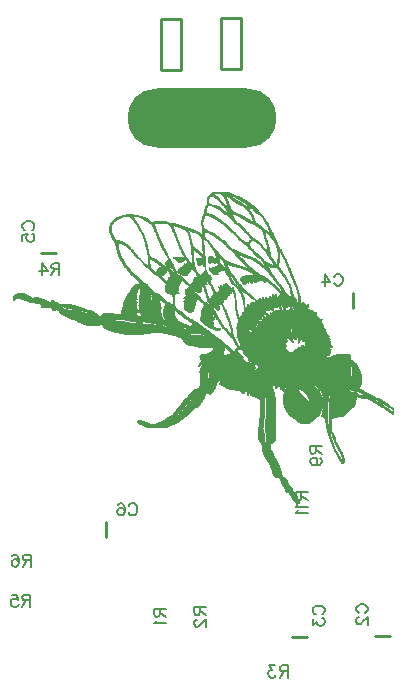
<source format=gbr>
G04 DipTrace 3.0.0.1*
G04 BottomSilk.gbr*
%MOIN*%
G04 #@! TF.FileFunction,Legend,Bot*
G04 #@! TF.Part,Single*
%ADD10C,0.01*%
%ADD12C,0.002992*%
%ADD23O,0.496982X0.196719*%
%ADD89C,0.006176*%
%FSLAX26Y26*%
G04*
G70*
G90*
G75*
G01*
G04 BotSilk*
%LPD*%
X1667343Y683050D2*
D10*
X1718484D1*
X1391752Y679113D2*
X1442894D1*
X1596061Y1776130D2*
Y1827272D1*
X555130Y1959341D2*
X606272D1*
X771341Y1062272D2*
Y1011130D1*
X953677Y2739380D2*
X1021669D1*
Y2570381D1*
X953677D1*
Y2739380D1*
X1154677Y2741381D2*
X1221677D1*
Y2571373D1*
X1154677D1*
Y2741381D1*
D23*
X1090486Y2407940D3*
X1128187Y2162363D2*
D12*
X1179051D1*
X1121884Y2159371D2*
X1185509D1*
X1117142Y2156379D2*
X1129100D1*
X1155103D2*
X1192328D1*
X1113974Y2153387D2*
X1133471D1*
X1157990D2*
X1179525D1*
X1185035D2*
X1199375D1*
X1111937Y2150395D2*
X1137631D1*
X1160589D2*
X1183364D1*
X1191019D2*
X1206312D1*
X1110535Y2147403D2*
X1113227D1*
X1127599D2*
X1140954D1*
X1162759D2*
X1170549D1*
X1175483D2*
X1187512D1*
X1197003D2*
X1212889D1*
X1109344Y2144411D2*
X1113215D1*
X1132353D2*
X1143735D1*
X1164591D2*
X1171396D1*
X1180330D2*
X1191768D1*
X1202975D2*
X1218985D1*
X1108377Y2141419D2*
X1113110D1*
X1136452D2*
X1146459D1*
X1166240D2*
X1172564D1*
X1184705D2*
X1196027D1*
X1208854D2*
X1224458D1*
X1107776Y2138427D2*
X1112729D1*
X1140311D2*
X1149279D1*
X1167794D2*
X1173910D1*
X1188911D2*
X1200548D1*
X1214457D2*
X1229443D1*
X1107470Y2135435D2*
X1112012D1*
X1144218D2*
X1152185D1*
X1169304D2*
X1175336D1*
X1193009D2*
X1205801D1*
X1219713D2*
X1234625D1*
X1107332Y2132443D2*
X1111237D1*
X1147956D2*
X1155139D1*
X1170712D2*
X1176713D1*
X1197210D2*
X1211678D1*
X1224824D2*
X1240230D1*
X1107265Y2129451D2*
X1110670D1*
X1151120D2*
X1158116D1*
X1171926D2*
X1177916D1*
X1202107D2*
X1217638D1*
X1229893D2*
X1245784D1*
X1107126Y2126459D2*
X1110235D1*
X1153684D2*
X1161102D1*
X1172982D2*
X1178966D1*
X1207924D2*
X1223214D1*
X1234769D2*
X1250861D1*
X1106632Y2123467D2*
X1119455D1*
X1156039D2*
X1164092D1*
X1174063D2*
X1180031D1*
X1214126D2*
X1228045D1*
X1239389D2*
X1255319D1*
X1105531Y2120475D2*
X1128005D1*
X1158552D2*
X1167083D1*
X1175110D2*
X1181053D1*
X1219945D2*
X1232141D1*
X1243729D2*
X1259145D1*
X1104035Y2117483D2*
X1109659D1*
X1117116D2*
X1136003D1*
X1161182D2*
X1170075D1*
X1176059D2*
X1182029D1*
X1224915D2*
X1235899D1*
X1247867D2*
X1262541D1*
X1102641Y2114491D2*
X1108533D1*
X1126471D2*
X1143485D1*
X1163673D2*
X1183151D1*
X1229015D2*
X1265709D1*
X1101460Y2111499D2*
X1107042D1*
X1134682D2*
X1150067D1*
X1165887D2*
X1184435D1*
X1232538D2*
X1268759D1*
X1100339Y2108507D2*
X1105750D1*
X1141471D2*
X1155174D1*
X1167987D2*
X1185775D1*
X1235757D2*
X1271672D1*
X1099393Y2105515D2*
X1104950D1*
X1146872D2*
X1158925D1*
X1170067D2*
X1187285D1*
X1238828D2*
X1247405D1*
X1259835D2*
X1274292D1*
X1098798Y2102523D2*
X1104581D1*
X1151244D2*
X1162248D1*
X1172036D2*
X1189118D1*
X1241748D2*
X1249643D1*
X1262839D2*
X1276571D1*
X1098481Y2099531D2*
X1104463D1*
X1155210D2*
X1165979D1*
X1174005D2*
X1193750D1*
X1244359D2*
X1251755D1*
X1265948D2*
X1278797D1*
X1098239Y2096539D2*
X1105455D1*
X1159169D2*
X1170075D1*
X1176059D2*
X1199506D1*
X1246533D2*
X1253830D1*
X1269426D2*
X1281267D1*
X1097790Y2093547D2*
X1109142D1*
X1163037D2*
X1205633D1*
X1248378D2*
X1255723D1*
X1273516D2*
X1283970D1*
X1096947Y2090555D2*
X1114451D1*
X1166692D2*
X1211674D1*
X1250121D2*
X1257427D1*
X1277992D2*
X1286730D1*
X843947Y2087563D2*
X855915D1*
X1095779D2*
X1120986D1*
X1170356D2*
X1191493D1*
X1202975D2*
X1217373D1*
X1251963D2*
X1259011D1*
X1282261D2*
X1289288D1*
X829023Y2084571D2*
X872694D1*
X1094433D2*
X1100683D1*
X1106518D2*
X1127829D1*
X1174207D2*
X1192340D1*
X1208854D2*
X1222686D1*
X1253913D2*
X1260452D1*
X1285947D2*
X1291544D1*
X817079Y2081579D2*
X886345D1*
X1093006D2*
X1099557D1*
X1116638D2*
X1133964D1*
X1178126D2*
X1193508D1*
X1214457D2*
X1227922D1*
X1255742D2*
X1261678D1*
X1288962D2*
X1293749D1*
X808284Y2078587D2*
X820725D1*
X852923D2*
X861437D1*
X883294D2*
X896730D1*
X1091641D2*
X1098054D1*
X1125008D2*
X1139254D1*
X1182030D2*
X1194865D1*
X1219724D2*
X1233391D1*
X1257322D2*
X1262737D1*
X1291405D2*
X1296112D1*
X801965Y2075595D2*
X813491D1*
X855903D2*
X863675D1*
X889914D2*
X904484D1*
X1090543D2*
X1096658D1*
X1131666D2*
X1144339D1*
X1185918D2*
X1196409D1*
X1224941D2*
X1239100D1*
X1258526D2*
X1263806D1*
X1293598D2*
X1298444D1*
X797320Y2072603D2*
X807721D1*
X858790D2*
X865787D1*
X896280D2*
X910276D1*
X1089875D2*
X1095476D1*
X1137188D2*
X1149575D1*
X1189414D2*
X1198272D1*
X1230392D2*
X1244953D1*
X1259288D2*
X1264829D1*
X1295702D2*
X1300581D1*
X793688Y2069611D2*
X803233D1*
X861401D2*
X867862D1*
X901955D2*
X914772D1*
X1089537D2*
X1094355D1*
X1142111D2*
X1154623D1*
X1192159D2*
X1200584D1*
X1236005D2*
X1250859D1*
X1259835D2*
X1265805D1*
X1297605D2*
X1302648D1*
X790784Y2066619D2*
X799554D1*
X863665D2*
X869755D1*
X906951D2*
X918747D1*
X930715D2*
X966619D1*
X1089388D2*
X1093409D1*
X1146668D2*
X1158860D1*
X1194324D2*
X1203247D1*
X1241586D2*
X1266951D1*
X1299314D2*
X1304705D1*
X788508Y2063627D2*
X796384D1*
X865784D2*
X871471D1*
X911326D2*
X975610D1*
X1089327D2*
X1092814D1*
X1150831D2*
X1162094D1*
X1196411D2*
X1206193D1*
X1247170D2*
X1268468D1*
X1300911D2*
X1306590D1*
X786727Y2060635D2*
X793764D1*
X867861D2*
X873160D1*
X915091D2*
X985094D1*
X1089304D2*
X1092521D1*
X1154530D2*
X1164888D1*
X1199082D2*
X1209517D1*
X1252967D2*
X1270747D1*
X1302445D2*
X1308293D1*
X785351Y2057643D2*
X791838D1*
X869754D2*
X874982D1*
X918360D2*
X930829D1*
X974893D2*
X996332D1*
X1089295D2*
X1092489D1*
X1157973D2*
X1167942D1*
X1202616D2*
X1213307D1*
X1258702D2*
X1274125D1*
X1303959D2*
X1309888D1*
X784232Y2054651D2*
X790432D1*
X871471D2*
X876925D1*
X921124D2*
X931224D1*
X979240D2*
X1008526D1*
X1089304D2*
X1092814D1*
X1161499D2*
X1171454D1*
X1206578D2*
X1217440D1*
X1263830D2*
X1278259D1*
X1305459D2*
X1311422D1*
X783152Y2051659D2*
X789222D1*
X873160D2*
X878763D1*
X923361D2*
X932047D1*
X982411D2*
X1019716D1*
X1089408D2*
X1093521D1*
X1165270D2*
X1175116D1*
X1210695D2*
X1221655D1*
X1268480D2*
X1282489D1*
X1306959D2*
X1312936D1*
X782226Y2048667D2*
X788242D1*
X874982D2*
X880459D1*
X925218D2*
X933195D1*
X984729D2*
X994009D1*
X1004904D2*
X1029651D1*
X1089789D2*
X1094409D1*
X1169052D2*
X1178589D1*
X1214763D2*
X1225586D1*
X1273237D2*
X1286599D1*
X1308454D2*
X1314435D1*
X781641Y2045675D2*
X787636D1*
X876937D2*
X882140D1*
X926875D2*
X934445D1*
X986588D2*
X994763D1*
X1015384D2*
X1039312D1*
X1090506D2*
X1095555D1*
X1172574D2*
X1181842D1*
X1218281D2*
X1228845D1*
X1278326D2*
X1290700D1*
X1309952D2*
X1315935D1*
X781339Y2042683D2*
X787327D1*
X878868D2*
X883960D1*
X928433D2*
X935595D1*
X988226D2*
X995643D1*
X1024261D2*
X1048995D1*
X1091273D2*
X1097141D1*
X1175847D2*
X1184954D1*
X1221275D2*
X1231450D1*
X1283303D2*
X1294735D1*
X1311446D2*
X1317430D1*
X781215Y2039691D2*
X787200D1*
X880840D2*
X885902D1*
X929955D2*
X936637D1*
X989779D2*
X996560D1*
X1030900D2*
X1057993D1*
X1091795D2*
X1101227D1*
X1178967D2*
X1187997D1*
X1224135D2*
X1233822D1*
X1287411D2*
X1298702D1*
X1312935D2*
X1318928D1*
X781265Y2036699D2*
X787249D1*
X882857D2*
X887739D1*
X931457D2*
X937788D1*
X991292D2*
X997660D1*
X1035301D2*
X1065714D1*
X1092072D2*
X1106566D1*
X1182012D2*
X1191008D1*
X1227023D2*
X1236340D1*
X1290630D2*
X1302740D1*
X1314351D2*
X1320422D1*
X781625Y2033707D2*
X787621D1*
X884727D2*
X889423D1*
X932959D2*
X939084D1*
X992797D2*
X998935D1*
X1038193D2*
X1043835D1*
X1053250D2*
X1072044D1*
X1092199D2*
X1112556D1*
X1185036D2*
X1194007D1*
X1229958D2*
X1238973D1*
X1292185D2*
X1306765D1*
X1315597D2*
X1321920D1*
X782346Y2030715D2*
X788435D1*
X886424D2*
X891011D1*
X934453D2*
X940394D1*
X994293D2*
X1000238D1*
X1040294D2*
X1045690D1*
X1061609D2*
X1077351D1*
X1092252D2*
X1118400D1*
X1188140D2*
X1197002D1*
X1232924D2*
X1241465D1*
X1293516D2*
X1310699D1*
X1316683D2*
X1323414D1*
X783215Y2027723D2*
X789592D1*
X888017D2*
X892543D1*
X935940D2*
X941567D1*
X995780D2*
X1001408D1*
X1042028D2*
X1047073D1*
X1068871D2*
X1081992D1*
X1092272D2*
X1095737D1*
X1110223D2*
X1123821D1*
X1191516D2*
X1199995D1*
X1235905D2*
X1243690D1*
X1294568D2*
X1324912D1*
X784129Y2024731D2*
X790935D1*
X889550D2*
X894044D1*
X937341D2*
X942616D1*
X997181D2*
X1002445D1*
X1043604D2*
X1048287D1*
X1074650D2*
X1086299D1*
X1092283D2*
X1096491D1*
X1116102D2*
X1129007D1*
X1195225D2*
X1202987D1*
X1238882D2*
X1245896D1*
X1295304D2*
X1301723D1*
X1307707D2*
X1326406D1*
X785228Y2021739D2*
X792372D1*
X891052D2*
X895450D1*
X938551D2*
X943771D1*
X998391D2*
X1003506D1*
X1045025D2*
X1049370D1*
X1079129D2*
X1097371D1*
X1121693D2*
X1134020D1*
X1198973D2*
X1205979D1*
X1241767D2*
X1248359D1*
X1296004D2*
X1301735D1*
X1310699D2*
X1327904D1*
X786515Y2018747D2*
X793843D1*
X892458D2*
X896662D1*
X939604D2*
X945068D1*
X999456D2*
X1004526D1*
X1046153D2*
X1050357D1*
X1082703D2*
X1098288D1*
X1126844D2*
X1138633D1*
X1202382D2*
X1208971D1*
X1244377D2*
X1251095D1*
X1296862D2*
X1301840D1*
X1313691D2*
X1329398D1*
X787911Y2015755D2*
X795333D1*
X893670D2*
X897716D1*
X940671D2*
X946378D1*
X1000616D2*
X1005501D1*
X1046933D2*
X1051382D1*
X1085503D2*
X1099399D1*
X1131574D2*
X1142895D1*
X1205270D2*
X1211975D1*
X1246652D2*
X1254169D1*
X1297699D2*
X1302221D1*
X1316683D2*
X1330896D1*
X789369Y2012763D2*
X796823D1*
X894724D2*
X898783D1*
X941693D2*
X947550D1*
X1001915D2*
X1006623D1*
X1047654D2*
X1052299D1*
X1087501D2*
X1100792D1*
X1135927D2*
X1147053D1*
X1207672D2*
X1215072D1*
X1248869D2*
X1257871D1*
X1298348D2*
X1302950D1*
X1319663D2*
X1332390D1*
X790847Y2009771D2*
X798403D1*
X895791D2*
X899805D1*
X942669D2*
X948600D1*
X1003226D2*
X1007907D1*
X1048521D2*
X1052982D1*
X1088935D2*
X1102581D1*
X1140033D2*
X1151108D1*
X1209950D2*
X1218445D1*
X1251294D2*
X1262276D1*
X1299014D2*
X1303822D1*
X1322550D2*
X1333877D1*
X792339Y2006779D2*
X800136D1*
X896813D2*
X900769D1*
X943791D2*
X949755D1*
X1004398D2*
X1009212D1*
X1049349D2*
X1053663D1*
X1090155D2*
X1104860D1*
X1144103D2*
X1155080D1*
X1212440D2*
X1222154D1*
X1253851D2*
X1266795D1*
X1299872D2*
X1304725D1*
X1325149D2*
X1335277D1*
X793831Y2003787D2*
X804915D1*
X897777D2*
X901798D1*
X945075D2*
X951063D1*
X1005448D2*
X1010383D1*
X1049906D2*
X1054514D1*
X1091138D2*
X1095275D1*
X1101259D2*
X1107498D1*
X1148032D2*
X1159095D1*
X1215162D2*
X1225921D1*
X1251409D2*
X1270828D1*
X1300798D2*
X1305731D1*
X1327319D2*
X1336487D1*
X795329Y2000795D2*
X812402D1*
X898794D2*
X902806D1*
X946380D2*
X952467D1*
X1006603D2*
X1011433D1*
X1050297D2*
X1055336D1*
X1091746D2*
X1095275D1*
X1104251D2*
X1110335D1*
X1151715D2*
X1162992D1*
X1218041D2*
X1229480D1*
X1249467D2*
X1274374D1*
X1301722D2*
X1306730D1*
X1329151D2*
X1337552D1*
X796822Y1997803D2*
X821214D1*
X899697D2*
X903764D1*
X947551D2*
X953927D1*
X1007900D2*
X1012587D1*
X1050808D2*
X1055891D1*
X1092055D2*
X1095275D1*
X1107231D2*
X1113252D1*
X1155389D2*
X1166562D1*
X1221099D2*
X1232907D1*
X1247867D2*
X1253977D1*
X1268223D2*
X1277619D1*
X1302735D2*
X1307686D1*
X1330800D2*
X1338712D1*
X798320Y1994811D2*
X829010D1*
X900286D2*
X904791D1*
X948601D2*
X955406D1*
X1009210D2*
X1013884D1*
X1051578D2*
X1056281D1*
X1092193D2*
X1095287D1*
X1110118D2*
X1116115D1*
X1159233D2*
X1169852D1*
X1224557D2*
X1251485D1*
X1272965D2*
X1280716D1*
X1303737D2*
X1308712D1*
X1332354D2*
X1340022D1*
X799814Y1991819D2*
X815317D1*
X819411D2*
X835085D1*
X900689D2*
X905798D1*
X949755D2*
X956899D1*
X1010382D2*
X1015194D1*
X1052366D2*
X1056804D1*
X1092250D2*
X1095392D1*
X1112729D2*
X1118717D1*
X1163048D2*
X1172991D1*
X1228640D2*
X1249720D1*
X1276959D2*
X1283749D1*
X1304693D2*
X1309718D1*
X1333876D2*
X1341427D1*
X801301Y1988827D2*
X811520D1*
X827028D2*
X839704D1*
X901205D2*
X906756D1*
X951063D2*
X958391D1*
X1011432D2*
X1016366D1*
X1052895D2*
X1057702D1*
X1092271D2*
X1095773D1*
X1115004D2*
X1120990D1*
X1166583D2*
X1176132D1*
X1233101D2*
X1248541D1*
X1280437D2*
X1286755D1*
X1305708D2*
X1310676D1*
X1335378D2*
X1342887D1*
X802689Y1985835D2*
X810446D1*
X833516D2*
X843445D1*
X901989D2*
X907771D1*
X952479D2*
X959889D1*
X1012587D2*
X1017416D1*
X1053187D2*
X1059093D1*
X1092279D2*
X1096490D1*
X1117218D2*
X1123214D1*
X1169860D2*
X1179421D1*
X1237276D2*
X1248507D1*
X1283639D2*
X1289753D1*
X1306609D2*
X1311691D1*
X1336867D2*
X1344378D1*
X803794Y1982843D2*
X810592D1*
X838771D2*
X846750D1*
X902882D2*
X908673D1*
X954033D2*
X961382D1*
X1013884D2*
X1018571D1*
X1053420D2*
X1061219D1*
X1092282D2*
X1097257D1*
X1119582D2*
X1125672D1*
X1172982D2*
X1182756D1*
X1240686D2*
X1249758D1*
X1286703D2*
X1292746D1*
X1307198D2*
X1312593D1*
X1338257D2*
X1345964D1*
X804478Y1979851D2*
X810793D1*
X842972D2*
X849851D1*
X903793D2*
X909262D1*
X955799D2*
X962880D1*
X1015194D2*
X1019879D1*
X1053854D2*
X1064197D1*
X1092283D2*
X1097779D1*
X1121904D2*
X1128281D1*
X1176027D2*
X1185801D1*
X1243366D2*
X1251718D1*
X1289621D2*
X1295739D1*
X1307610D2*
X1313182D1*
X1339362D2*
X1347744D1*
X804921Y1976859D2*
X811031D1*
X846431D2*
X852783D1*
X904790D2*
X909665D1*
X957721D2*
X964374D1*
X1016366D2*
X1021283D1*
X1054591D2*
X1067596D1*
X1092283D2*
X1098056D1*
X1123947D2*
X1130765D1*
X1179040D2*
X1188560D1*
X1245770D2*
X1254206D1*
X1292243D2*
X1298731D1*
X1308207D2*
X1313585D1*
X1340046D2*
X1349670D1*
X805453Y1973867D2*
X811481D1*
X849284D2*
X855409D1*
X905696D2*
X910181D1*
X959551D2*
X965872D1*
X1017416D2*
X1022743D1*
X1055365D2*
X1070952D1*
X1092295D2*
X1098183D1*
X1125727D2*
X1132988D1*
X1182039D2*
X1191448D1*
X1248313D2*
X1256980D1*
X1294522D2*
X1301723D1*
X1309287D2*
X1314101D1*
X1340489D2*
X1351502D1*
X806230Y1970875D2*
X812241D1*
X851654D2*
X857690D1*
X906376D2*
X910953D1*
X961232D2*
X967366D1*
X1018571D2*
X1024222D1*
X1055890D2*
X1074169D1*
X1092400D2*
X1098236D1*
X1127355D2*
X1135192D1*
X1185034D2*
X1194998D1*
X1251055D2*
X1259885D1*
X1296737D2*
X1304715D1*
X1310699D2*
X1314873D1*
X1341021D2*
X1353184D1*
X807032Y1967883D2*
X813126D1*
X853914D2*
X859916D1*
X907055D2*
X911741D1*
X962820D2*
X968864D1*
X1019879D2*
X1025715D1*
X1056168D2*
X1059833D1*
X1065829D2*
X1077378D1*
X1092783D2*
X1098256D1*
X1128902D2*
X1137655D1*
X1188027D2*
X1199905D1*
X1253930D2*
X1262856D1*
X1299102D2*
X1315661D1*
X1341798D2*
X1354771D1*
X807667Y1964891D2*
X814046D1*
X856385D2*
X862387D1*
X907906D2*
X912271D1*
X964363D2*
X970358D1*
X1021283D2*
X1027207D1*
X1056295D2*
X1060575D1*
X1069668D2*
X1080876D1*
X1093525D2*
X1098263D1*
X1130421D2*
X1140367D1*
X1191019D2*
X1206397D1*
X1256873D2*
X1265942D1*
X1301436D2*
X1316191D1*
X1342588D2*
X1356303D1*
X808341Y1961899D2*
X815147D1*
X858999D2*
X865102D1*
X908728D2*
X912563D1*
X965969D2*
X971856D1*
X1022743D2*
X1028705D1*
X1056348D2*
X1061350D1*
X1073816D2*
X1084909D1*
X1094416D2*
X1098277D1*
X1131922D2*
X1143220D1*
X1194011D2*
X1213924D1*
X1259846D2*
X1269311D1*
X1303573D2*
X1316483D1*
X1343118D2*
X1346603D1*
X1352113D2*
X1357816D1*
X809290Y1958907D2*
X816435D1*
X861484D2*
X867955D1*
X909283D2*
X912819D1*
X967756D2*
X973350D1*
X1024234D2*
X1030210D1*
X1056368D2*
X1061874D1*
X1078049D2*
X1089291D1*
X1095275D2*
X1098384D1*
X1133411D2*
X1146054D1*
X1197003D2*
X1222044D1*
X1262842D2*
X1273018D1*
X1305640D2*
X1316716D1*
X1343399D2*
X1346603D1*
X1354258D2*
X1359315D1*
X810492Y1955915D2*
X817831D1*
X863708D2*
X870790D1*
X909673D2*
X913201D1*
X969685D2*
X974848D1*
X1025831D2*
X1031802D1*
X1056387D2*
X1062152D1*
X1082074D2*
X1098765D1*
X1134812D2*
X1148656D1*
X1199983D2*
X1230732D1*
X1265937D2*
X1276777D1*
X1307708D2*
X1317161D1*
X1343527D2*
X1346603D1*
X1356082D2*
X1360815D1*
X811762Y1952923D2*
X819289D1*
X865912D2*
X873380D1*
X910184D2*
X915035D1*
X971518D2*
X976342D1*
X1027708D2*
X1033583D1*
X1056495D2*
X1062279D1*
X1085601D2*
X1099482D1*
X1136032D2*
X1151029D1*
X1202870D2*
X1211615D1*
X1218038D2*
X1239555D1*
X1269310D2*
X1280291D1*
X1309687D2*
X1318015D1*
X1343580D2*
X1346603D1*
X1357729D2*
X1362310D1*
X812919Y1949931D2*
X820767D1*
X868375D2*
X875648D1*
X910954D2*
X917909D1*
X973209D2*
X977840D1*
X1029976D2*
X1035522D1*
X1056877D2*
X1062332D1*
X1088462D2*
X1100249D1*
X1113227D2*
X1122203D1*
X1137169D2*
X1153621D1*
X1205481D2*
X1214248D1*
X1227175D2*
X1247573D1*
X1273018D2*
X1283549D1*
X1311678D2*
X1319276D1*
X1343600D2*
X1346603D1*
X1359282D2*
X1363808D1*
X813963Y1946939D2*
X822259D1*
X871099D2*
X877870D1*
X911742D2*
X921682D1*
X974875D2*
X979334D1*
X993547D2*
X1037447D1*
X1057594D2*
X1062352D1*
X1090583D2*
X1100771D1*
X1111846D2*
X1126598D1*
X1138547D2*
X1156702D1*
X1207756D2*
X1217183D1*
X1235989D2*
X1254220D1*
X1276777D2*
X1286562D1*
X1313713D2*
X1320910D1*
X1343596D2*
X1346603D1*
X1360804D2*
X1365302D1*
X815116Y1943947D2*
X823751D1*
X874068D2*
X880340D1*
X912271D2*
X926098D1*
X976659D2*
X980832D1*
X995528D2*
X1039417D1*
X1058361D2*
X1062359D1*
X1071339D2*
X1074331D1*
X1092283D2*
X1101048D1*
X1110987D2*
X1131179D1*
X1140155D2*
X1142673D1*
X1149233D2*
X1159790D1*
X1209993D2*
X1220418D1*
X1243801D2*
X1259803D1*
X1280291D2*
X1289225D1*
X1315679D2*
X1322789D1*
X1343493D2*
X1346603D1*
X1362306D2*
X1366800D1*
X816424Y1940955D2*
X825249D1*
X877389D2*
X883066D1*
X912551D2*
X930874D1*
X978587D2*
X982326D1*
X997735D2*
X1041445D1*
X1058883D2*
X1062362D1*
X1071453D2*
X1101175D1*
X1110552D2*
X1144806D1*
X1152504D2*
X1162402D1*
X1212568D2*
X1223654D1*
X1250549D2*
X1264868D1*
X1283549D2*
X1291521D1*
X1317664D2*
X1324703D1*
X1343112D2*
X1346603D1*
X1363795D2*
X1368294D1*
X817839Y1937963D2*
X826754D1*
X881077D2*
X886024D1*
X912679D2*
X915755D1*
X921277D2*
X935632D1*
X976838D2*
X983824D1*
X1000543D2*
X1043420D1*
X1059160D2*
X1062374D1*
X1071837D2*
X1101228D1*
X1110359D2*
X1146526D1*
X1155820D2*
X1164914D1*
X1215664D2*
X1226796D1*
X1256766D2*
X1269825D1*
X1286562D2*
X1293742D1*
X1319698D2*
X1326758D1*
X1342396D2*
X1346603D1*
X1365196D2*
X1369792D1*
X819393Y1934971D2*
X828346D1*
X884817D2*
X889240D1*
X912732D2*
X915755D1*
X926507D2*
X940193D1*
X974582D2*
X985330D1*
X1003983D2*
X1030001D1*
X1038427D2*
X1045509D1*
X1059287D2*
X1062480D1*
X1072565D2*
X1101248D1*
X1110281D2*
X1147790D1*
X1158746D2*
X1167823D1*
X1219246D2*
X1229863D1*
X1262681D2*
X1274724D1*
X1289225D2*
X1296179D1*
X1321663D2*
X1329051D1*
X1341629D2*
X1346603D1*
X1366407D2*
X1371286D1*
X821159Y1931979D2*
X830127D1*
X888223D2*
X892559D1*
X912752D2*
X915767D1*
X931611D2*
X944489D1*
X971054D2*
X986933D1*
X1007728D2*
X1025067D1*
X1041419D2*
X1047922D1*
X1059340D2*
X1062861D1*
X1073438D2*
X1101255D1*
X1110250D2*
X1148639D1*
X1161006D2*
X1174223D1*
X1222952D2*
X1232887D1*
X1268095D2*
X1279296D1*
X1291521D2*
X1299195D1*
X1323639D2*
X1331278D1*
X1341105D2*
X1346591D1*
X1367472D2*
X1372784D1*
X823081Y1928987D2*
X832066D1*
X891111D2*
X895707D1*
X912759D2*
X915872D1*
X936678D2*
X948675D1*
X966619D2*
X988808D1*
X1011499D2*
X1020475D1*
X1039830D2*
X1050599D1*
X1059360D2*
X1063578D1*
X1074343D2*
X1101258D1*
X1116219D2*
X1149510D1*
X1162644D2*
X1182320D1*
X1226446D2*
X1235892D1*
X1272692D2*
X1283623D1*
X1293745D2*
X1304093D1*
X1325590D2*
X1333107D1*
X1340812D2*
X1346486D1*
X1368632D2*
X1374278D1*
X824911Y1925995D2*
X833991D1*
X893513D2*
X898908D1*
X912762D2*
X916253D1*
X941553D2*
X953120D1*
X968123D2*
X991011D1*
X1032443D2*
D3*
X1038427D2*
X1053387D1*
X1059371D2*
X1064345D1*
X1075363D2*
X1101259D1*
X1116219D2*
X1119211D1*
X1131179D2*
X1134171D1*
X1140155D2*
X1150997D1*
X1163887D2*
X1191455D1*
X1229708D2*
X1238889D1*
X1276739D2*
X1288090D1*
X1296173D2*
X1312277D1*
X1327244D2*
X1334635D1*
X1340619D2*
X1346117D1*
X1369931D2*
X1375765D1*
X826604Y1923003D2*
X835961D1*
X895790D2*
X902648D1*
X912763D2*
X916970D1*
X946173D2*
X957784D1*
X969450D2*
X993167D1*
X1030718D2*
X1064879D1*
X1076386D2*
X1101259D1*
X1143147D2*
X1153502D1*
X1165043D2*
X1201132D1*
X1232824D2*
X1241894D1*
X1280884D2*
X1292747D1*
X1298731D2*
X1322667D1*
X1328651D2*
X1345505D1*
X1371242D2*
X1377165D1*
X828296Y1920011D2*
X837989D1*
X898280D2*
X906779D1*
X912763D2*
X917737D1*
X950513D2*
X962298D1*
X970931D2*
X994806D1*
X1028190D2*
X1065261D1*
X1077323D2*
X1083307D1*
X1095275D2*
X1101259D1*
X1146139D2*
X1157030D1*
X1166119D2*
X1173541D1*
X1185348D2*
X1210791D1*
X1235868D2*
X1244992D1*
X1285099D2*
X1345131D1*
X1372414D2*
X1378375D1*
X830221Y1917019D2*
X839964D1*
X901002D2*
X918271D1*
X954651D2*
X966619D1*
X972603D2*
X995860D1*
X1024823D2*
X1065769D1*
X1095275D2*
X1101259D1*
X1137763D2*
X1161099D1*
X1167083D2*
X1174388D1*
X1197348D2*
X1219849D1*
X1238880D2*
X1248365D1*
X1288941D2*
X1345443D1*
X1373464D2*
X1379440D1*
X832544Y1914027D2*
X842053D1*
X903881D2*
X918677D1*
X950740D2*
X954651D1*
X960635D2*
X972603D1*
X976709D2*
X996718D1*
X1020992D2*
X1066550D1*
X1130920D2*
X1175556D1*
X1208112D2*
X1228105D1*
X1241879D2*
X1252074D1*
X1292392D2*
X1311173D1*
X1325659D2*
X1346431D1*
X1374619D2*
X1380600D1*
X835098Y1911035D2*
X844468D1*
X906927D2*
X919407D1*
X947643D2*
X976057D1*
X984555D2*
X997752D1*
X1017336D2*
X1067443D1*
X1101259D2*
D3*
X1113227D2*
X1116219D1*
X1125195D2*
X1176902D1*
X1217177D2*
X1235899D1*
X1244875D2*
X1255833D1*
X1295597D2*
X1312032D1*
X1340619D2*
X1348040D1*
X1375916D2*
X1381899D1*
X837561Y1908043D2*
X847162D1*
X910280D2*
X920652D1*
X945104D2*
X963627D1*
X969611D2*
X979791D1*
X990471D2*
X999070D1*
X1014130D2*
X1068365D1*
X1100082D2*
X1101259D1*
X1113376D2*
X1178340D1*
X1225269D2*
X1259347D1*
X1298678D2*
X1313293D1*
X1342230D2*
X1350235D1*
X1377226D2*
X1383210D1*
X839776Y1905051D2*
X850019D1*
X913982D2*
X923697D1*
X942908D2*
X983558D1*
X993215D2*
X1000691D1*
X1012660D2*
X1053147D1*
X1059371D2*
X1069478D1*
X1100458D2*
X1102396D1*
X1113730D2*
X1179822D1*
X1233052D2*
X1262616D1*
X1301704D2*
X1314927D1*
X1344363D2*
X1352741D1*
X1378398D2*
X1384382D1*
X841978Y1902059D2*
X852956D1*
X917750D2*
X927151D1*
X941152D2*
X987076D1*
X995434D2*
X1002523D1*
X1011499D2*
X1052616D1*
X1062351D2*
X1070871D1*
X1101259D2*
X1103682D1*
X1115862D2*
X1157007D1*
X1163977D2*
X1181417D1*
X1240489D2*
X1265747D1*
X1304708D2*
X1316805D1*
X1346908D2*
X1355186D1*
X1379448D2*
X1385432D1*
X844440Y1899067D2*
X855927D1*
X921380D2*
X930715D1*
X939691D2*
X972027D1*
X978461D2*
X990362D1*
X997466D2*
X1050431D1*
X1065238D2*
X1072661D1*
X1097008D2*
X1105083D1*
X1118959D2*
X1148923D1*
X1166586D2*
X1183290D1*
X1247533D2*
X1268908D1*
X1307705D2*
X1318708D1*
X1349602D2*
X1357383D1*
X1380603D2*
X1386587D1*
X847151Y1896075D2*
X858899D1*
X925135D2*
X970843D1*
X980953D2*
X993547D1*
X999531D2*
X1047721D1*
X1067837D2*
X1074938D1*
X1093619D2*
X1106641D1*
X1122286D2*
X1140155D1*
X1168849D2*
X1185504D1*
X1254025D2*
X1272407D1*
X1310687D2*
X1320669D1*
X1352135D2*
X1359478D1*
X1381911D2*
X1387884D1*
X850015Y1893083D2*
X861795D1*
X929352D2*
X968781D1*
X982730D2*
X1006006D1*
X1013904D2*
X1045062D1*
X1069996D2*
X1077558D1*
X1091193D2*
X1108522D1*
X1125307D2*
X1141745D1*
X1170968D2*
X1187776D1*
X1259294D2*
X1276516D1*
X1313574D2*
X1322694D1*
X1354369D2*
X1361558D1*
X1383315D2*
X1389194D1*
X852955Y1890091D2*
X864510D1*
X933880D2*
X965959D1*
X983740D2*
X1007797D1*
X1021648D2*
X1042741D1*
X1071722D2*
X1080315D1*
X1089291D2*
X1110929D1*
X1128187D2*
X1143147D1*
X1173046D2*
X1189901D1*
X1262982D2*
X1281111D1*
X1316185D2*
X1324657D1*
X1356478D2*
X1363541D1*
X1384764D2*
X1390366D1*
X855926Y1887099D2*
X867167D1*
X938181D2*
X948667D1*
X954651D2*
X959391D1*
X984228D2*
X1011629D1*
X1028703D2*
X1040592D1*
X1072978D2*
X1113833D1*
X1174938D2*
X1192053D1*
X1253851D2*
X1259835D1*
X1265819D2*
X1285879D1*
X1318460D2*
X1326641D1*
X1358563D2*
X1365533D1*
X1386149D2*
X1391416D1*
X858911Y1884107D2*
X870108D1*
X941980D2*
X951659D1*
X984439D2*
X1015794D1*
X1035435D2*
X1038427D1*
X1073713D2*
X1116799D1*
X1176643D2*
X1194395D1*
X1239930D2*
X1290780D1*
X1320673D2*
X1328674D1*
X1360548D2*
X1367557D1*
X1387354D2*
X1392571D1*
X861900Y1881115D2*
X873357D1*
X945391D2*
X954663D1*
X984525D2*
X1019844D1*
X1074092D2*
X1119414D1*
X1178239D2*
X1196720D1*
X1229209D2*
X1295766D1*
X1323038D2*
X1330651D1*
X1362540D2*
X1369430D1*
X1388417D2*
X1393868D1*
X864892Y1878123D2*
X876699D1*
X948668D2*
X957769D1*
X978587D2*
X1023971D1*
X1065355D2*
X1120348D1*
X1179773D2*
X1185623D1*
X1190905D2*
X1198866D1*
X1221917D2*
X1300619D1*
X1325372D2*
X1332729D1*
X1364577D2*
X1371127D1*
X1389576D2*
X1395178D1*
X867883Y1875131D2*
X880222D1*
X952114D2*
X961223D1*
X977537D2*
X1028239D1*
X1063431D2*
X1121201D1*
X1181287D2*
X1186865D1*
X1193514D2*
X1201037D1*
X1216659D2*
X1305305D1*
X1327520D2*
X1335039D1*
X1366543D2*
X1372720D1*
X1390886D2*
X1396350D1*
X870875Y1872139D2*
X884017D1*
X955851D2*
X965238D1*
X976520D2*
X1032143D1*
X1061703D2*
X1122203D1*
X1182787D2*
X1188844D1*
X1195789D2*
X1203475D1*
X1217113D2*
X1309877D1*
X1329681D2*
X1337351D1*
X1368528D2*
X1374254D1*
X1392291D2*
X1397400D1*
X873867Y1869147D2*
X887914D1*
X959620D2*
X969611D1*
X975595D2*
X1035448D1*
X1061797D2*
X1119433D1*
X1184287D2*
X1191244D1*
X1198002D2*
X1206077D1*
X1218982D2*
X1283221D1*
X1292747D2*
X1314285D1*
X1332026D2*
X1339492D1*
X1370550D2*
X1375768D1*
X1393740D2*
X1398555D1*
X876859Y1866155D2*
X891822D1*
X963125D2*
X1020001D1*
X1029451D2*
X1038487D1*
X1062363D2*
X1118543D1*
X1185793D2*
X1193645D1*
X1200366D2*
X1208558D1*
X1221258D2*
X1276187D1*
X1295739D2*
X1318293D1*
X1334352D2*
X1341650D1*
X1372422D2*
X1377267D1*
X1395125D2*
X1399852D1*
X879851Y1863163D2*
X895812D1*
X966256D2*
X1019142D1*
X1032443D2*
X1041459D1*
X1058529D2*
X1103664D1*
X1109773D2*
X1118850D1*
X1187409D2*
X1195837D1*
X1202700D2*
X1210780D1*
X1223516D2*
X1244875D1*
X1250859D2*
X1256843D1*
X1265819D2*
X1268811D1*
X1298731D2*
X1301723D1*
X1310711D2*
X1321581D1*
X1336498D2*
X1343994D1*
X1374119D2*
X1378767D1*
X1396330D2*
X1401162D1*
X882843Y1860171D2*
X899700D1*
X968843D2*
X1017881D1*
X1035435D2*
X1044429D1*
X1055662D2*
X1105424D1*
X1112011D2*
X1119455D1*
X1167083D2*
X1170075D1*
X1189401D2*
X1198030D1*
X1204848D2*
X1212973D1*
X1225373D2*
X1238891D1*
X1244875D2*
D3*
X1253851D2*
X1256843D1*
X1313808D2*
X1324208D1*
X1338669D2*
X1346320D1*
X1375712D2*
X1380262D1*
X1397393D2*
X1402334D1*
X876871Y1857179D2*
X903267D1*
X971006D2*
X1016259D1*
X1038427D2*
X1047403D1*
X1053387D2*
X1106495D1*
X1114123D2*
X1120429D1*
X1167083D2*
X1173067D1*
X1192102D2*
X1200487D1*
X1207012D2*
X1215330D1*
X1226923D2*
X1235899D1*
X1317181D2*
X1326701D1*
X1341107D2*
X1348466D1*
X1377246D2*
X1381760D1*
X1398552D2*
X1403373D1*
X871015Y1854187D2*
X906557D1*
X969850D2*
X1014497D1*
X1041419D2*
X1098267D1*
X1116198D2*
X1121755D1*
X1161099D2*
X1176059D1*
X1195472D2*
X1203182D1*
X1209417D2*
X1217661D1*
X1320890D2*
X1329719D1*
X1343709D2*
X1350637D1*
X1378748D2*
X1383254D1*
X1399851D2*
X1404434D1*
X865646Y1851195D2*
X909683D1*
X968802D2*
X1013081D1*
X1044411D2*
X1099302D1*
X1118091D2*
X1123419D1*
X1152123D2*
X1155115D1*
X1161099D2*
X1179051D1*
X1199082D2*
X1205979D1*
X1211963D2*
X1219809D1*
X1324649D2*
X1333542D1*
X1346190D2*
X1353075D1*
X1380154D2*
X1384741D1*
X1401162D2*
X1405454D1*
X861364Y1848203D2*
X912730D1*
X968217D2*
X1012230D1*
X1047403D2*
X1100297D1*
X1119795D2*
X1125298D1*
X1146139D2*
D3*
X1152123D2*
X1182043D1*
X1202523D2*
X1221981D1*
X1328163D2*
X1337794D1*
X1348400D2*
X1355677D1*
X1381366D2*
X1386129D1*
X1402334D2*
X1406418D1*
X858055Y1845211D2*
X876859D1*
X882855D2*
X915743D1*
X967782D2*
X1011793D1*
X1044619D2*
X1088829D1*
X1095737D2*
X1101246D1*
X1121391D2*
X1127112D1*
X1146262D2*
X1185035D1*
X1191019D2*
X1194011D1*
X1205664D2*
X1224431D1*
X1331432D2*
X1341642D1*
X1350491D2*
X1358146D1*
X1382420D2*
X1387246D1*
X1403373D2*
X1407446D1*
X856374Y1842219D2*
X876847D1*
X882960D2*
X918743D1*
X967412D2*
X1011493D1*
X1042769D2*
X1088087D1*
X1096491D2*
X1102267D1*
X1122925D2*
X1128797D1*
X1146726D2*
X1195404D1*
X1208382D2*
X1227149D1*
X1334563D2*
X1344676D1*
X1352489D2*
X1360263D1*
X1383475D2*
X1388023D1*
X1404434D2*
X1408454D1*
X854641Y1839227D2*
X876731D1*
X883341D2*
X921749D1*
X967464D2*
X1010955D1*
X1035435D2*
X1087312D1*
X1097371D2*
X1103272D1*
X1124439D2*
X1130460D1*
X1147750D2*
X1196368D1*
X1210601D2*
X1230117D1*
X1337713D2*
X1347195D1*
X1354162D2*
X1362086D1*
X1384392D2*
X1388743D1*
X1405454D2*
X1409412D1*
X852764Y1836235D2*
X876244D1*
X884046D2*
X924848D1*
X968145D2*
X1009903D1*
X1035321D2*
X1086786D1*
X1098276D2*
X1104229D1*
X1125939D2*
X1132244D1*
X1149131D2*
X1197185D1*
X1212453D2*
X1233437D1*
X1341106D2*
X1349595D1*
X1355579D2*
X1363832D1*
X1384975D2*
X1389609D1*
X1406418D2*
X1410439D1*
X850867Y1833243D2*
X875158D1*
X884708D2*
X928233D1*
X969266D2*
X1008507D1*
X1034938D2*
X1086492D1*
X1099282D2*
X1105244D1*
X1127416D2*
X1134171D1*
X1143147D2*
X1198106D1*
X1214108D2*
X1221413D1*
X1226335D2*
X1237125D1*
X1344823D2*
X1365766D1*
X1385287D2*
X1390449D1*
X1407434D2*
X1411446D1*
X848811Y1830251D2*
X873779D1*
X884849D2*
X932058D1*
X972502D2*
X1011499D1*
X1034244D2*
X1065355D1*
X1074331D2*
X1086299D1*
X1100282D2*
X1106157D1*
X1128688D2*
X1188027D1*
X1193423D2*
X1199056D1*
X1215665D2*
X1222260D1*
X1231077D2*
X1240889D1*
X1348592D2*
X1368003D1*
X1385528D2*
X1391099D1*
X1408348D2*
X1412404D1*
X846422Y1827259D2*
X872567D1*
X884409D2*
X936304D1*
X977339D2*
X1014491D1*
X1033704D2*
X1068347D1*
X1101238D2*
X1106839D1*
X1129666D2*
X1188027D1*
X1195185D2*
X1199989D1*
X1217187D2*
X1223428D1*
X1235071D2*
X1244505D1*
X1352152D2*
X1370281D1*
X1385967D2*
X1391766D1*
X1409031D2*
X1413419D1*
X475931Y1824267D2*
X493883D1*
X843850D2*
X872701D1*
X883769D2*
X921189D1*
X927173D2*
X940916D1*
X982883D2*
X1005889D1*
X1033633D2*
X1071339D1*
X1102263D2*
X1107530D1*
X1129116D2*
X1182043D1*
X1196292D2*
X1200994D1*
X1218689D2*
X1224774D1*
X1238549D2*
X1248155D1*
X1355579D2*
X1372384D1*
X1386730D2*
X1392624D1*
X1409711D2*
X1414333D1*
X470008Y1821275D2*
X501248D1*
X841493D2*
X873007D1*
X883300D2*
X920139D1*
X926123D2*
X945669D1*
X987554D2*
X996539D1*
X1035740D2*
X1074331D1*
X1103270D2*
X1108487D1*
X1126857D2*
X1182043D1*
X1197159D2*
X1201891D1*
X1220179D2*
X1226200D1*
X1241763D2*
X1251990D1*
X1325659D2*
X1328651D1*
X1334635D2*
X1337627D1*
X1350353D2*
X1374424D1*
X1387628D2*
X1393562D1*
X1410562D2*
X1415015D1*
X464950Y1818283D2*
X508095D1*
X839760D2*
X872903D1*
X883043D2*
X918747D1*
X924731D2*
X950077D1*
X991159D2*
X997920D1*
X1038427D2*
X1077323D1*
X1104228D2*
X1109693D1*
X1124195D2*
X1176059D1*
X1198086D2*
X1202467D1*
X1221580D2*
X1227577D1*
X1244955D2*
X1255802D1*
X1324267D2*
X1337627D1*
X1346561D2*
X1376523D1*
X1388491D2*
X1394614D1*
X1411384D2*
X1415695D1*
X461122Y1815291D2*
X514536D1*
X838654D2*
X872102D1*
X882923D2*
X953921D1*
X992514D2*
X998780D1*
X1034251D2*
X1080315D1*
X1105243D2*
X1110980D1*
X1121883D2*
X1176059D1*
X1198937D2*
X1202765D1*
X1222791D2*
X1228780D1*
X1248489D2*
X1259336D1*
X1313691D2*
X1316683D1*
X1323342D2*
X1337627D1*
X1343611D2*
X1396207D1*
X1411927D2*
X1416546D1*
X460219Y1812299D2*
X520811D1*
X532779D2*
X541755D1*
X837675D2*
X870875D1*
X882873D2*
X918747D1*
X924731D2*
X957349D1*
X993550D2*
X999214D1*
X1031476D2*
X1083307D1*
X1106157D2*
X1112171D1*
X1120342D2*
X1170075D1*
X1199490D2*
X1202899D1*
X1223844D2*
X1229830D1*
X1252820D2*
X1262613D1*
X1292747D2*
X1295739D1*
X1301723D2*
X1304715D1*
X1313691D2*
X1316683D1*
X1322667D2*
X1398583D1*
X1412212D2*
X1417368D1*
X460454Y1809307D2*
X551274D1*
X836264D2*
X872465D1*
X882854D2*
X918747D1*
X924731D2*
X960633D1*
X994457D2*
X999407D1*
X1029451D2*
X1086287D1*
X1106839D2*
X1113227D1*
X1119211D2*
X1170075D1*
X1199779D2*
X1202954D1*
X1224899D2*
X1230884D1*
X1258257D2*
X1265740D1*
X1283771D2*
D3*
X1289755D2*
X1295739D1*
X1301723D2*
X1401358D1*
X1412342D2*
X1417911D1*
X460722Y1806315D2*
X466955D1*
X491444D2*
X560719D1*
X834316D2*
X873867D1*
X882847D2*
X918747D1*
X924731D2*
X964093D1*
X995206D2*
X999485D1*
X1038427D2*
X1071225D1*
X1076735D2*
X1089198D1*
X1107519D2*
X1164091D1*
X1199909D2*
X1202987D1*
X1225828D2*
X1231801D1*
X1264754D2*
X1268811D1*
X1278679D2*
X1403713D1*
X1412395D2*
X1418196D1*
X460971Y1803323D2*
X463963D1*
X501300D2*
X569441D1*
X589627D2*
X592619D1*
X832280D2*
X864891D1*
X882844D2*
X948667D1*
X954051D2*
X967935D1*
X994873D2*
X999515D1*
X1032069D2*
X1070830D1*
X1081477D2*
X1092019D1*
X1108382D2*
X1162954D1*
X1199963D2*
X1203100D1*
X1226516D2*
X1232383D1*
X1273653D2*
X1405173D1*
X1412416D2*
X1418326D1*
X510771Y1800331D2*
X577659D1*
X586635D2*
X597455D1*
X830702D2*
X869473D1*
X882832D2*
X948679D1*
X958688D2*
X972088D1*
X994353D2*
X999526D1*
X1026459D2*
X1070008D1*
X1085471D2*
X1095061D1*
X1109318D2*
X1161680D1*
X1199984D2*
X1203484D1*
X1227198D2*
X1232684D1*
X1262827D2*
D3*
X1268811D2*
X1405948D1*
X1412423D2*
X1418379D1*
X519252Y1797339D2*
X602048D1*
X829772D2*
X873867D1*
X882715D2*
X948784D1*
X962289D2*
X976350D1*
X993950D2*
X999529D1*
X1035435D2*
X1068871D1*
X1088937D2*
X1098761D1*
X1110326D2*
X1160408D1*
X1199991D2*
X1204201D1*
X1228050D2*
X1232819D1*
X1258376D2*
X1406443D1*
X1412427D2*
X1418400D1*
X528492Y1794347D2*
X606258D1*
X829302D2*
X872486D1*
X882228D2*
X949165D1*
X964934D2*
X980526D1*
X993710D2*
X999530D1*
X1032665D2*
X1067737D1*
X1092011D2*
X1102967D1*
X1111649D2*
X1159452D1*
X1200005D2*
X1204969D1*
X1228872D2*
X1232874D1*
X1254819D2*
X1418411D1*
X1424395D2*
X1427387D1*
X541248Y1791355D2*
X610020D1*
X828997D2*
X871627D1*
X881154D2*
X949882D1*
X966871D2*
X984571D1*
X993547D2*
X999531D1*
X1031927D2*
X1066802D1*
X1094483D2*
X1107243D1*
X1113227D2*
X1158920D1*
X1200112D2*
X1205491D1*
X1229415D2*
X1232895D1*
X1252522D2*
X1431595D1*
X556715Y1788363D2*
X649467D1*
X828524D2*
X871192D1*
X879880D2*
X950661D1*
X968219D2*
X999543D1*
X1031537D2*
X1066846D1*
X1096336D2*
X1159625D1*
X1200493D2*
X1205768D1*
X1229700D2*
X1232903D1*
X1241883D2*
X1244875D1*
X1250859D2*
X1436363D1*
X1442347D2*
X1445339D1*
X555323Y1785371D2*
X662228D1*
X827672D2*
X871011D1*
X878913D2*
X951296D1*
X969036D2*
X999671D1*
X1030980D2*
X1066858D1*
X1096440D2*
X1145551D1*
X1158107D2*
X1160782D1*
X1201210D2*
X1205895D1*
X1229830D2*
X1232906D1*
X1241883D2*
X1444875D1*
X554398Y1782379D2*
X673813D1*
X826513D2*
X871047D1*
X879756D2*
X952037D1*
X963627D2*
X999987D1*
X1030363D2*
X1065593D1*
X1095413D2*
X1147301D1*
X1159142D2*
X1162367D1*
X1201977D2*
X1205948D1*
X1229883D2*
X1232907D1*
X1241883D2*
X1340619D1*
X1346027D2*
X1353052D1*
X1357984D2*
X1376523D1*
X1381797D2*
X1433371D1*
X1439355D2*
X1444108D1*
X586635Y1779387D2*
X625531D1*
X634507D2*
X684215D1*
X825259D2*
X871479D1*
X880787D2*
X953192D1*
X965030D2*
X1001799D1*
X1030133D2*
X1064225D1*
X1093940D2*
X1148306D1*
X1160137D2*
X1164213D1*
X1202499D2*
X1205968D1*
X1229904D2*
X1331643D1*
X1337627D2*
X1340619D1*
X1347891D2*
X1353819D1*
X1359744D2*
X1370539D1*
X1383547D2*
X1389041D1*
X1393925D2*
X1443209D1*
X587406Y1776395D2*
X628523D1*
X640491D2*
X693752D1*
X824108D2*
X872491D1*
X880531D2*
X954651D1*
X966619D2*
X1004563D1*
X1030360D2*
X1063273D1*
X1092246D2*
X1128661D1*
X1134721D2*
X1148815D1*
X1161097D2*
X1166015D1*
X1202776D2*
X1205975D1*
X1229911D2*
X1325659D1*
X1349358D2*
X1354717D1*
X1360815D2*
X1364555D1*
X1383254D2*
X1390091D1*
X1395867D2*
X1442347D1*
X1448331D2*
D3*
X589753Y1773403D2*
X640491D1*
X658443D2*
X702519D1*
X823077D2*
X873867D1*
X879851D2*
X952259D1*
X960635D2*
X1007953D1*
X1032392D2*
X1062759D1*
X1090858D2*
X1129508D1*
X1138763D2*
X1143147D1*
X1162212D2*
X1167686D1*
X1202903D2*
X1205989D1*
X1229914D2*
X1298582D1*
X1304715D2*
X1313691D1*
X1319675D2*
X1327051D1*
X1337627D2*
D3*
X1350890D2*
X1355579D1*
X1361563D2*
X1367547D1*
X1382507D2*
X1391483D1*
X1397467D2*
X1448331D1*
X592619Y1770411D2*
X601595D1*
X607567D2*
X670411D1*
X682379D2*
X710393D1*
X822031D2*
X950271D1*
X961813D2*
X1011640D1*
X1035011D2*
X1062521D1*
X1090016D2*
X1130676D1*
X1143147D2*
D3*
X1163493D2*
X1169258D1*
X1202967D2*
X1206096D1*
X1229915D2*
X1301037D1*
X1310699D2*
X1313691D1*
X1322667D2*
X1327976D1*
X1336038D2*
X1346603D1*
X1352587D2*
X1452704D1*
X610454Y1767419D2*
X679387D1*
X685371D2*
X717429D1*
X821116D2*
X949702D1*
X961860D2*
X1015555D1*
X1038221D2*
X1062419D1*
X1089595D2*
X1132033D1*
X1164797D2*
X1170694D1*
X1203093D2*
X1206477D1*
X1229915D2*
X1303126D1*
X1325659D2*
X1328651D1*
X1334635D2*
X1456559D1*
X613100Y1764427D2*
X688363D1*
X694347D2*
X723905D1*
X820532D2*
X950620D1*
X961972D2*
X996653D1*
X1005629D2*
X1019503D1*
X1042441D2*
X1056379D1*
X1089410D2*
X1133565D1*
X1165968D2*
X1171919D1*
X1203481D2*
X1207206D1*
X1229915D2*
X1301191D1*
X1328651D2*
X1460008D1*
X615703Y1761435D2*
X697339D1*
X709307D2*
X729991D1*
X820216D2*
X876859D1*
X882379D2*
X951970D1*
X962143D2*
X997037D1*
X1009005D2*
X1023346D1*
X1047403D2*
X1056379D1*
X1089323D2*
X1135323D1*
X1167017D2*
X1172978D1*
X1204201D2*
X1208078D1*
X1223931D2*
X1298731D1*
X1319675D2*
D3*
X1325659D2*
X1463291D1*
X1469275D2*
X1472267D1*
X619188Y1758443D2*
X735598D1*
X763163D2*
X793083D1*
X820011D2*
X867883D1*
X884604D2*
X953206D1*
X961912D2*
X997765D1*
X1012725D2*
X1027072D1*
X1089190D2*
X1137242D1*
X1168171D2*
X1174046D1*
X1204980D2*
X1208983D1*
X1223686D2*
X1304715D1*
X1318086D2*
X1471717D1*
X624306Y1755451D2*
X740592D1*
X758582D2*
X870875D1*
X886697D2*
X954084D1*
X961531D2*
X998638D1*
X1016590D2*
X1030641D1*
X1088798D2*
X1139071D1*
X1169468D2*
X1175069D1*
X1205608D2*
X1210003D1*
X1223136D2*
X1310699D1*
X1316683D2*
X1470667D1*
X630537Y1752459D2*
X745211D1*
X754187D2*
X873867D1*
X888827D2*
X954860D1*
X961538D2*
X999553D1*
X1020497D2*
X1034264D1*
X1088066D2*
X1125195D1*
X1131179D2*
X1140764D1*
X1170778D2*
X1176045D1*
X1206266D2*
X1211026D1*
X1220805D2*
X1295739D1*
X1304715D2*
X1469275D1*
X636961Y1749467D2*
X955764D1*
X962153D2*
X1000664D1*
X1024588D2*
X1038193D1*
X1087193D2*
X1125195D1*
X1131179D2*
X1142445D1*
X1171950D2*
X1177167D1*
X1207122D2*
X1211963D1*
X1217947D2*
X1298731D1*
X1304715D2*
X1474084D1*
X643342Y1746475D2*
X956719D1*
X963303D2*
X1002044D1*
X1028855D2*
X1042385D1*
X1086301D2*
X1144264D1*
X1173000D2*
X1178451D1*
X1208046D2*
X1286763D1*
X1296213D2*
X1478134D1*
X649857Y1743483D2*
X957766D1*
X964881D2*
X1003728D1*
X1033150D2*
X1046743D1*
X1085412D2*
X1131755D1*
X1136701D2*
X1146206D1*
X1174155D2*
X1179756D1*
X1208970D2*
X1286763D1*
X1294077D2*
X1479879D1*
X656624Y1740491D2*
X959258D1*
X966659D2*
X1005615D1*
X1037312D2*
X1051186D1*
X1084656D2*
X1129891D1*
X1138939D2*
X1148043D1*
X1175452D2*
X1180927D1*
X1209959D2*
X1286763D1*
X1292330D2*
X1490219D1*
X663402Y1737499D2*
X805051D1*
X823249D2*
X961307D1*
X968242D2*
X1007454D1*
X1041341D2*
X1055761D1*
X1085106D2*
X1128424D1*
X1141051D2*
X1149727D1*
X1176762D2*
X1181965D1*
X1210751D2*
X1277787D1*
X1290930D2*
X1489208D1*
X669929Y1734507D2*
X787099D1*
X842130D2*
X963627D1*
X969611D2*
X1009376D1*
X1045394D2*
X1060632D1*
X1086122D2*
X1126892D1*
X1143138D2*
X1151315D1*
X1177934D2*
X1183014D1*
X1211187D2*
X1277787D1*
X1289755D2*
X1488423D1*
X676323Y1731515D2*
X817019D1*
X862128D2*
X1011583D1*
X1049415D2*
X1065930D1*
X1087748D2*
X1125195D1*
X1145124D2*
X1152858D1*
X1178973D2*
X1183941D1*
X1210575D2*
X1487996D1*
X683046Y1728523D2*
X846939D1*
X882843D2*
X891819D1*
X911113D2*
X1016541D1*
X1053454D2*
X1071458D1*
X1090084D2*
X1126565D1*
X1147116D2*
X1154465D1*
X1180034D2*
X1184628D1*
X1209792D2*
X1488726D1*
X690750Y1725531D2*
X891819D1*
X928907D2*
X1023850D1*
X1057785D2*
X1076805D1*
X1093297D2*
X1127319D1*
X1149153D2*
X1156252D1*
X1181054D2*
X1185310D1*
X1208932D2*
X1489895D1*
X699691Y1722539D2*
X927723D1*
X945675D2*
X1033522D1*
X1062363D2*
X1081618D1*
X1097696D2*
X1127396D1*
X1151119D2*
X1158193D1*
X1182018D2*
X1186162D1*
X1207956D2*
X1271803D1*
X1277787D2*
X1491472D1*
X709307Y1719547D2*
X748203D1*
X757179D2*
X954651D1*
X966619D2*
X1044411D1*
X1056379D2*
X1085979D1*
X1103110D2*
X1126966D1*
X1153104D2*
X1160131D1*
X1183034D2*
X1186996D1*
X1207069D2*
X1493227D1*
X760159Y1716555D2*
X963627D1*
X972603D2*
X1090167D1*
X1108585D2*
X1126364D1*
X1155138D2*
X1162206D1*
X1183948D2*
X1187644D1*
X1206498D2*
X1268811D1*
X1274795D2*
X1494741D1*
X763058Y1713563D2*
X1094146D1*
X1113450D2*
X1131735D1*
X1157115D2*
X1164615D1*
X1184631D2*
X1188310D1*
X1206212D2*
X1495984D1*
X765797Y1710571D2*
X1023467D1*
X1050395D2*
X1097848D1*
X1118204D2*
X1140767D1*
X1159205D2*
X1167307D1*
X1185311D2*
X1189157D1*
X1206192D2*
X1497229D1*
X768711Y1707579D2*
X1026459D1*
X1038427D2*
X1101541D1*
X1123697D2*
X1152123D1*
X1161620D2*
X1170163D1*
X1186162D2*
X1189977D1*
X1206600D2*
X1498576D1*
X772918Y1704587D2*
X1105493D1*
X1130160D2*
X1150721D1*
X1164314D2*
X1173100D1*
X1186984D2*
X1190531D1*
X1207601D2*
X1385499D1*
X1391483D2*
X1499995D1*
X779908Y1701595D2*
X1109690D1*
X1137163D2*
X1149131D1*
X1167171D2*
X1176071D1*
X1187530D2*
X1190921D1*
X1208971D2*
X1244875D1*
X1253851D2*
X1385499D1*
X1391483D2*
X1501449D1*
X790802Y1698603D2*
X1113953D1*
X1170108D2*
X1179055D1*
X1187830D2*
X1191432D1*
X1207712D2*
X1247867D1*
X1256843D2*
X1385499D1*
X1391483D2*
X1502824D1*
X805596Y1695611D2*
X945675D1*
X952448D2*
X1118103D1*
X1173079D2*
X1182043D1*
X1188027D2*
X1192202D1*
X1206964D2*
X1503960D1*
X822869Y1692619D2*
X906779D1*
X969099D2*
X1122128D1*
X1176051D2*
X1193001D1*
X1207793D2*
X1504972D1*
X840955Y1689627D2*
X882843D1*
X983710D2*
X1050395D1*
X1089291D2*
X1126179D1*
X1178936D2*
X1193636D1*
X1208971D2*
X1506201D1*
X996539Y1686635D2*
X1092283D1*
X1098267D2*
X1130191D1*
X1181545D2*
X1194297D1*
X1207590D2*
X1509797D1*
X1006644Y1683643D2*
X1134146D1*
X1183820D2*
X1195153D1*
X1206727D2*
X1514155D1*
X1013453Y1680651D2*
X1138155D1*
X1186045D2*
X1196090D1*
X1206270D2*
X1511163D1*
X1017790Y1677659D2*
X1142060D1*
X1188504D2*
X1197119D1*
X1211963D2*
X1405893D1*
X1412427D2*
X1433371D1*
X1439355D2*
X1508171D1*
X1020914Y1674667D2*
X1145747D1*
X1191113D2*
X1198513D1*
X1211975D2*
X1404843D1*
X1412427D2*
X1512753D1*
X1023745Y1671675D2*
X1149524D1*
X1193585D2*
X1200231D1*
X1212103D2*
X1372908D1*
X1382507D2*
X1391606D1*
X1397467D2*
X1403451D1*
X1412427D2*
X1517147D1*
X1026596Y1668683D2*
X1153748D1*
X1195703D2*
X1201967D1*
X1212419D2*
X1374825D1*
X1385499D2*
X1392070D1*
X1412427D2*
X1418534D1*
X1424395D2*
X1516288D1*
X1029522Y1665691D2*
X1158267D1*
X1197515D2*
X1203608D1*
X1214094D2*
X1375553D1*
X1388491D2*
X1393094D1*
X1412427D2*
X1416006D1*
X1424395D2*
X1427387D1*
X1432783D2*
X1517112D1*
X1032606Y1662699D2*
X1162464D1*
X1199156D2*
X1205180D1*
X1216240D2*
X1371885D1*
X1391483D2*
X1394475D1*
X1412427D2*
X1414038D1*
X1434533D2*
X1518035D1*
X1036211Y1659707D2*
X1165894D1*
X1200707D2*
X1206715D1*
X1218314D2*
X1367547D1*
X1412427D2*
D3*
X1435535D2*
X1518691D1*
X1041062Y1656715D2*
X1168681D1*
X1202228D2*
X1208304D1*
X1218611D2*
X1368928D1*
X1436021D2*
X1519609D1*
X1048088Y1653723D2*
X1171468D1*
X1203739D2*
X1210055D1*
X1218367D2*
X1369776D1*
X1424395D2*
D3*
X1436231D2*
X1521181D1*
X1058152Y1650731D2*
X1174727D1*
X1205318D2*
X1211963D1*
X1217947D2*
X1370097D1*
X1423003D2*
X1427387D1*
X1436317D2*
X1523038D1*
X1071380Y1647739D2*
X1178237D1*
X1207065D2*
X1369827D1*
X1422078D2*
X1430379D1*
X1436363D2*
X1524695D1*
X1086299Y1644747D2*
X1181634D1*
X1208971D2*
X1368885D1*
X1412427D2*
X1526123D1*
X1127611Y1641755D2*
X1164079D1*
X1170537D2*
X1184855D1*
X1205979D2*
X1367547D1*
X1412427D2*
X1508171D1*
X1126474Y1638763D2*
X1163974D1*
X1174260D2*
X1187959D1*
X1202987D2*
X1372431D1*
X1404417D2*
X1520139D1*
X1124795Y1635771D2*
X1143147D1*
X1149131D2*
X1163593D1*
X1177921D2*
X1191019D1*
X1199995D2*
X1208971D1*
X1226221D2*
X1376315D1*
X1398775D2*
X1517147D1*
X1122843Y1632779D2*
X1140155D1*
X1146139D2*
X1162876D1*
X1181054D2*
X1205979D1*
X1227995D2*
X1379515D1*
X1394475D2*
X1518310D1*
X1117836Y1629787D2*
X1162109D1*
X1183583D2*
X1210350D1*
X1228214D2*
X1518040D1*
X1109818Y1626795D2*
X1161585D1*
X1185816D2*
X1213707D1*
X1228398D2*
X1516717D1*
X1100086Y1623803D2*
X1161292D1*
X1188027D2*
X1216563D1*
X1230244D2*
X1515543D1*
X1550059D2*
X1576987D1*
X1091479Y1620811D2*
X1161099D1*
X1173067D2*
X1219174D1*
X1232777D2*
X1514745D1*
X1540533D2*
X1580402D1*
X1085216Y1617819D2*
X1221660D1*
X1235567D2*
X1505179D1*
X1530507D2*
X1583390D1*
X1080315Y1614827D2*
X1224251D1*
X1238771D2*
X1505179D1*
X1520139D2*
X1584568D1*
X1086299Y1611835D2*
X1226923D1*
X1242948D2*
X1584273D1*
X1085081Y1608843D2*
X1199995D1*
X1205979D2*
X1223931D1*
X1247867D2*
X1583654D1*
X1084265Y1605851D2*
X1228700D1*
X1246278D2*
X1582971D1*
X1087940Y1602859D2*
X1232907D1*
X1244875D2*
X1588725D1*
X1092283Y1599867D2*
X1229915D1*
X1250651D2*
X1593436D1*
X1085925Y1596875D2*
X1241322D1*
X1255493D2*
X1597286D1*
X1080315Y1593883D2*
X1253851D1*
X1259835D2*
X1600558D1*
X1083307Y1590891D2*
X1603314D1*
X1080865Y1587899D2*
X1605543D1*
X1078923Y1584907D2*
X1083307D1*
X1089879D2*
X1263414D1*
X1275345D2*
X1607396D1*
X1077323Y1581915D2*
X1080315D1*
X1088118D2*
X1264646D1*
X1276395D2*
X1609052D1*
X1087010Y1578923D2*
X1266567D1*
X1277787D2*
X1585501D1*
X1591947D2*
X1610609D1*
X1086131Y1575931D2*
X1268811D1*
X1274795D2*
X1584759D1*
X1591947D2*
X1612131D1*
X1085090Y1572939D2*
X1265819D1*
X1271803D2*
X1583984D1*
X1591947D2*
X1613633D1*
X1083769Y1569947D2*
X1113227D1*
X1119211D2*
X1583472D1*
X1591947D2*
X1615123D1*
X1082147Y1566955D2*
X1583299D1*
X1591947D2*
X1616513D1*
X1080315Y1563963D2*
X1109773D1*
X1116105D2*
X1583553D1*
X1591947D2*
X1617630D1*
X1086299Y1560971D2*
X1109031D1*
X1115722D2*
X1584218D1*
X1591947D2*
X1618407D1*
X1085032Y1557979D2*
X1108256D1*
X1115005D2*
X1584972D1*
X1591947D2*
X1619127D1*
X1084257Y1554987D2*
X1107732D1*
X1114237D2*
X1585532D1*
X1591947D2*
X1619993D1*
X1084764Y1551995D2*
X1107453D1*
X1113713D2*
X1585963D1*
X1591947D2*
X1620821D1*
X1085394Y1549003D2*
X1107321D1*
X1113420D2*
X1621366D1*
X1085852Y1546011D2*
X1107243D1*
X1113227D2*
X1621652D1*
X1086103Y1543019D2*
X1621782D1*
X1086209Y1540027D2*
X1621835D1*
X1086153Y1537035D2*
X1621856D1*
X1085790Y1534043D2*
X1146253D1*
X1151661D2*
X1403451D1*
X1436363D2*
X1621851D1*
X1085081Y1531051D2*
X1143656D1*
X1150918D2*
X1430379D1*
X1439355D2*
X1621749D1*
X1084316Y1528059D2*
X1141487D1*
X1150136D2*
X1621368D1*
X1083795Y1525067D2*
X1139655D1*
X1149567D2*
X1620640D1*
X1083506Y1522075D2*
X1138018D1*
X1149131D2*
X1619768D1*
X1083251Y1519083D2*
X1136557D1*
X1156732D2*
X1463291D1*
X1468225D2*
X1618853D1*
X1082869Y1516091D2*
X1135324D1*
X1163078D2*
X1325671D1*
X1334635D2*
X1343611D1*
X1349607D2*
X1466283D1*
X1472225D2*
X1617745D1*
X1081344Y1513099D2*
X1134250D1*
X1168339D2*
X1325776D1*
X1334635D2*
X1340619D1*
X1349759D2*
X1469275D1*
X1475444D2*
X1616381D1*
X1077667Y1510107D2*
X1133087D1*
X1173067D2*
D3*
X1179601D2*
X1326157D1*
X1334635D2*
X1337627D1*
X1350144D2*
X1365105D1*
X1371013D2*
X1472267D1*
X1478397D2*
X1553741D1*
X1566847D2*
X1614737D1*
X1072808Y1507115D2*
X1131776D1*
X1180651D2*
X1197003D1*
X1202987D2*
X1214955D1*
X1220939D2*
X1326886D1*
X1352196D2*
X1363163D1*
X1368880D2*
X1475259D1*
X1481313D2*
X1561239D1*
X1576445D2*
X1612891D1*
X1067187Y1504123D2*
X1130360D1*
X1182043D2*
X1185035D1*
X1191019D2*
X1197003D1*
X1202987D2*
X1327758D1*
X1356284D2*
X1361563D1*
X1367161D2*
X1478251D1*
X1484235D2*
X1569490D1*
X1584901D2*
X1617956D1*
X1061663Y1501131D2*
X1128794D1*
X1217947D2*
X1328661D1*
X1365896D2*
X1412901D1*
X1423807D2*
X1577825D1*
X1592926D2*
X1623811D1*
X1056929Y1498139D2*
X1126922D1*
X1219104D2*
X1329655D1*
X1365059D2*
X1413772D1*
X1428549D2*
X1480769D1*
X1486753D2*
X1585963D1*
X1600923D2*
X1630041D1*
X1053268Y1495147D2*
X1124610D1*
X1222624D2*
X1232907D1*
X1241883D2*
X1330549D1*
X1364316D2*
X1415150D1*
X1432531D2*
X1482902D1*
X1488886D2*
X1603915D1*
X1618875D2*
X1636081D1*
X1050580Y1492155D2*
X1121976D1*
X1226923D2*
X1229915D1*
X1241883D2*
X1331135D1*
X1363441D2*
X1417270D1*
X1435892D2*
X1484622D1*
X1490606D2*
X1606907D1*
X1624859D2*
X1641929D1*
X1048418Y1489163D2*
X1101847D1*
X1113227D2*
X1119211D1*
X1241883D2*
X1244875D1*
X1250859D2*
X1331538D1*
X1362610D2*
X1420246D1*
X1438608D2*
X1485884D1*
X1491868D2*
X1609899D1*
X1630843D2*
X1647960D1*
X1046293Y1486171D2*
X1100086D1*
X1241883D2*
X1244875D1*
X1250859D2*
X1332053D1*
X1362064D2*
X1423644D1*
X1440574D2*
X1486669D1*
X1492653D2*
X1654231D1*
X1043880Y1483179D2*
X1098978D1*
X1263497D2*
X1332825D1*
X1361778D2*
X1427000D1*
X1441997D2*
X1487227D1*
X1493211D2*
X1511163D1*
X1517147D2*
X1660476D1*
X1041191Y1480187D2*
X1098099D1*
X1272777D2*
X1333613D1*
X1361648D2*
X1430205D1*
X1443225D2*
X1511163D1*
X1517147D2*
X1603915D1*
X1616094D2*
X1666617D1*
X1038337Y1477195D2*
X1059371D1*
X1065355D2*
X1097068D1*
X1279554D2*
X1298731D1*
X1304715D2*
X1334143D1*
X1361595D2*
X1433300D1*
X1444321D2*
X1490219D1*
X1496203D2*
X1511163D1*
X1517147D2*
X1603903D1*
X1627803D2*
X1672678D1*
X1035401Y1474203D2*
X1056379D1*
X1062363D2*
X1095824D1*
X1282135D2*
X1298731D1*
X1304715D2*
X1334423D1*
X1361574D2*
X1436336D1*
X1445392D2*
X1490219D1*
X1496203D2*
X1603798D1*
X1638104D2*
X1678683D1*
X1032443Y1471211D2*
X1094437D1*
X1283017D2*
X1298731D1*
X1304715D2*
X1334551D1*
X1361567D2*
X1439346D1*
X1446741D2*
X1490219D1*
X1496203D2*
X1603417D1*
X1646526D2*
X1664305D1*
X1669739D2*
X1684575D1*
X1029564Y1468219D2*
X1047403D1*
X1053387D2*
X1092883D1*
X1283466D2*
X1298731D1*
X1304715D2*
X1334604D1*
X1361564D2*
X1442347D1*
X1448331D2*
X1490219D1*
X1496203D2*
X1602700D1*
X1653384D2*
X1668347D1*
X1675723D2*
X1690182D1*
X1026956Y1465227D2*
X1091016D1*
X1283657D2*
X1298731D1*
X1304715D2*
X1334624D1*
X1361575D2*
X1490219D1*
X1496203D2*
X1601933D1*
X1659200D2*
X1672731D1*
X1681707D2*
X1695440D1*
X1024681Y1462235D2*
X1088703D1*
X1283730D2*
X1298731D1*
X1304715D2*
X1334631D1*
X1361680D2*
X1490219D1*
X1496203D2*
X1508171D1*
X1514155D2*
X1601400D1*
X1664625D2*
X1681707D1*
X1687679D2*
X1700552D1*
X1022469Y1459243D2*
X1086040D1*
X1283757D2*
X1298731D1*
X1304715D2*
X1334634D1*
X1362061D2*
X1490219D1*
X1496203D2*
X1508171D1*
X1514155D2*
X1601005D1*
X1670065D2*
X1685612D1*
X1693558D2*
X1705621D1*
X1020104Y1456251D2*
X1083105D1*
X1283767D2*
X1298731D1*
X1304715D2*
X1334635D1*
X1362790D2*
X1490219D1*
X1496203D2*
X1508171D1*
X1514155D2*
X1600380D1*
X1675420D2*
X1689994D1*
X1699149D2*
X1710495D1*
X1017770Y1453259D2*
X1035435D1*
X1041419D2*
X1079886D1*
X1283770D2*
X1298731D1*
X1304715D2*
X1334635D1*
X1363662D2*
X1490219D1*
X1496203D2*
X1508171D1*
X1514155D2*
X1599113D1*
X1680559D2*
X1694259D1*
X1704300D2*
X1715086D1*
X1015622Y1450267D2*
X1032443D1*
X1038427D2*
X1076477D1*
X1283771D2*
X1298731D1*
X1304715D2*
X1334635D1*
X1364577D2*
X1490219D1*
X1496203D2*
X1508171D1*
X1514155D2*
X1597111D1*
X1685610D2*
X1697976D1*
X1709018D2*
X1719270D1*
X1013450Y1447275D2*
X1029451D1*
X1035435D2*
X1073061D1*
X1283771D2*
X1298731D1*
X1304715D2*
X1334635D1*
X1365676D2*
X1490219D1*
X1496203D2*
X1508171D1*
X1514155D2*
X1594600D1*
X1690555D2*
X1701579D1*
X1713266D2*
X1722857D1*
X1011011Y1444283D2*
X1069589D1*
X1283771D2*
X1298731D1*
X1304715D2*
X1334635D1*
X1366951D2*
X1508171D1*
X1514155D2*
X1591816D1*
X1695052D2*
X1705454D1*
X1716991D2*
X1725705D1*
X1008409Y1441291D2*
X1065970D1*
X1283771D2*
X1298731D1*
X1304715D2*
X1334635D1*
X1368254D2*
X1508171D1*
X1514155D2*
X1588907D1*
X1699030D2*
X1709539D1*
X1720345D2*
X1727957D1*
X1005928Y1438299D2*
X1062226D1*
X1283771D2*
X1298731D1*
X1304715D2*
X1334635D1*
X1369436D2*
X1487113D1*
X1493097D2*
X1508171D1*
X1514155D2*
X1585935D1*
X1702850D2*
X1713624D1*
X1723501D2*
X1728791D1*
X1003706Y1435307D2*
X1020475D1*
X1026459D2*
X1058315D1*
X1283771D2*
X1298731D1*
X1304715D2*
X1334635D1*
X1370590D2*
X1486718D1*
X1492714D2*
X1508171D1*
X1514155D2*
X1582848D1*
X1706877D2*
X1717611D1*
X1726587D2*
X1729243D1*
X1001502Y1432315D2*
X1054461D1*
X1283771D2*
X1298731D1*
X1304715D2*
X1334635D1*
X1372137D2*
X1485896D1*
X1491997D2*
X1508171D1*
X1514155D2*
X1579479D1*
X1711324D2*
X1729447D1*
X999039Y1429323D2*
X1050907D1*
X1283771D2*
X1298731D1*
X1304715D2*
X1334635D1*
X1374267D2*
X1484735D1*
X1491218D2*
X1508171D1*
X1514155D2*
X1575760D1*
X1716536D2*
X1729531D1*
X996315Y1426331D2*
X1047623D1*
X1283771D2*
X1298731D1*
X1304715D2*
X1334635D1*
X1376831D2*
X1483380D1*
X1490590D2*
X1508171D1*
X1514155D2*
X1571884D1*
X1722768D2*
X1729563D1*
X993346Y1423339D2*
X1008507D1*
X1014491D2*
X1044486D1*
X1283771D2*
X1298731D1*
X1304715D2*
X1334635D1*
X1379635D2*
X1481837D1*
X1489943D2*
X1508171D1*
X1514155D2*
X1567849D1*
X1729579D2*
D3*
X990014Y1420347D2*
X1041335D1*
X1283771D2*
X1298719D1*
X1304715D2*
X1334635D1*
X1382563D2*
X1479974D1*
X1489240D2*
X1508171D1*
X1514155D2*
X1563108D1*
X986208Y1417355D2*
X1037940D1*
X1283759D2*
X1298614D1*
X1304703D2*
X1334635D1*
X1385632D2*
X1477662D1*
X1488681D2*
X1508171D1*
X1514155D2*
X1556784D1*
X981970Y1414363D2*
X1034213D1*
X1283654D2*
X1298233D1*
X1304598D2*
X1334635D1*
X1388995D2*
X1474999D1*
X1489914D2*
X1508171D1*
X1514155D2*
X1547904D1*
X977373Y1411371D2*
X1030346D1*
X1283273D2*
X1297516D1*
X1304217D2*
X1334635D1*
X1392700D2*
X1472053D1*
X1493406D2*
X1508171D1*
X1514155D2*
X1536245D1*
X972726Y1408379D2*
X1026438D1*
X1282556D2*
X1296749D1*
X1303500D2*
X1334635D1*
X1396469D2*
X1468729D1*
X1496937D2*
X1508171D1*
X1514155D2*
X1523131D1*
X879851Y1405387D2*
D3*
X968629D2*
X1022335D1*
X1281789D2*
X1296227D1*
X1302733D2*
X1334635D1*
X1400111D2*
X1464927D1*
X1499933D2*
X1508171D1*
X1514155D2*
X1522669D1*
X877573Y1402395D2*
X885835D1*
X964819D2*
X1017950D1*
X1281267D2*
X1295950D1*
X1302211D2*
X1334635D1*
X1403992D2*
X1460679D1*
X1501105D2*
X1508171D1*
X1514155D2*
X1521927D1*
X875834Y1399403D2*
X894519D1*
X959402D2*
X1013181D1*
X1280990D2*
X1295823D1*
X1301934D2*
X1334635D1*
X1408778D2*
X1455961D1*
X1501839D2*
X1508171D1*
X1514155D2*
X1521152D1*
X876100Y1396411D2*
X904670D1*
X950646D2*
X1008003D1*
X1280863D2*
X1295771D1*
X1301807D2*
X1334635D1*
X1414760D2*
X1450764D1*
X1502503D2*
X1508171D1*
X1514155D2*
X1520628D1*
X878172Y1393419D2*
X915755D1*
X939691D2*
X1002649D1*
X1280811D2*
X1295750D1*
X1301755D2*
X1334635D1*
X1421403D2*
X1445339D1*
X1503335D2*
X1508171D1*
X1514155D2*
X1520350D1*
X882617Y1390427D2*
X997156D1*
X1280790D2*
X1295743D1*
X1301734D2*
X1334635D1*
X1504145D2*
X1520223D1*
X888399Y1387435D2*
X991285D1*
X1280771D2*
X1295729D1*
X1301727D2*
X1334635D1*
X1504683D2*
X1520171D1*
X894861Y1384443D2*
X985074D1*
X1280664D2*
X1295614D1*
X1301724D2*
X1334635D1*
X1504977D2*
X1520150D1*
X901025Y1381451D2*
X978825D1*
X1280281D2*
X1295151D1*
X1301724D2*
X1334635D1*
X1505211D2*
X1520143D1*
X906779Y1378459D2*
X972603D1*
X1279564D2*
X1294128D1*
X1301723D2*
X1334635D1*
X1505646D2*
X1520152D1*
X1278797Y1375467D2*
X1292747D1*
X1301723D2*
X1334635D1*
X1506383D2*
X1520256D1*
X1278275Y1372475D2*
X1294128D1*
X1301735D2*
X1334635D1*
X1507169D2*
X1520649D1*
X1277998Y1369483D2*
X1294999D1*
X1301840D2*
X1334635D1*
X1507798D2*
X1521482D1*
X1277871Y1366491D2*
X1295539D1*
X1302221D2*
X1334635D1*
X1508458D2*
X1522736D1*
X1277819Y1363499D2*
X1296113D1*
X1302938D2*
X1334635D1*
X1509302D2*
X1524367D1*
X1277798Y1360507D2*
X1296908D1*
X1303705D2*
X1334635D1*
X1510133D2*
X1526234D1*
X1277791Y1357515D2*
X1297705D1*
X1304227D2*
X1334635D1*
X1510780D2*
X1528031D1*
X1277788Y1354523D2*
X1298237D1*
X1304504D2*
X1334635D1*
X1511447D2*
X1517609D1*
X1523593D2*
X1529611D1*
X1277788Y1351531D2*
X1298518D1*
X1304631D2*
X1334635D1*
X1512304D2*
X1518363D1*
X1524347D2*
X1530908D1*
X1277799Y1348539D2*
X1298647D1*
X1304684D2*
X1334635D1*
X1513230D2*
X1519243D1*
X1525227D2*
X1531998D1*
X1277904Y1345547D2*
X1298699D1*
X1304704D2*
X1334623D1*
X1514165D2*
X1520148D1*
X1526144D2*
X1533067D1*
X1278297Y1342555D2*
X1298720D1*
X1304711D2*
X1334518D1*
X1515272D2*
X1521154D1*
X1527244D2*
X1534001D1*
X1279119Y1339563D2*
X1298727D1*
X1304714D2*
X1334125D1*
X1516550D2*
X1522154D1*
X1528531D2*
X1534691D1*
X1280279Y1336571D2*
X1298730D1*
X1304715D2*
X1333280D1*
X1517853D2*
X1523110D1*
X1529927D2*
X1535385D1*
X1281634Y1333579D2*
X1298731D1*
X1304715D2*
X1331898D1*
X1519024D2*
X1524135D1*
X1531373D2*
X1536342D1*
X1283177Y1330587D2*
X1329686D1*
X1520073D2*
X1525142D1*
X1532758D2*
X1537558D1*
X1285029Y1327595D2*
X1326446D1*
X1521227D2*
X1526100D1*
X1533962D2*
X1538923D1*
X1287224Y1324603D2*
X1322830D1*
X1522524D2*
X1527127D1*
X1535025D2*
X1540368D1*
X1289376Y1321611D2*
X1319511D1*
X1523834D2*
X1528134D1*
X1536184D2*
X1541841D1*
X1291003Y1318619D2*
X1317883D1*
X1525006D2*
X1529104D1*
X1537494D2*
X1543332D1*
X1291952Y1315627D2*
X1317703D1*
X1526056D2*
X1530224D1*
X1538899D2*
X1544835D1*
X1292417Y1312635D2*
X1318127D1*
X1527211D2*
X1531519D1*
X1540359D2*
X1546426D1*
X1292619Y1309643D2*
X1318865D1*
X1528519D2*
X1532918D1*
X1541838D2*
X1548207D1*
X1292700Y1306651D2*
X1319727D1*
X1529923D2*
X1534376D1*
X1543331D2*
X1550134D1*
X1292742Y1303659D2*
X1320806D1*
X1531383D2*
X1535866D1*
X1544835D2*
X1551966D1*
X1292858Y1300667D2*
X1322086D1*
X1532862D2*
X1537452D1*
X1546426D2*
X1553648D1*
X1293243Y1297675D2*
X1323480D1*
X1534355D2*
X1539232D1*
X1548207D2*
X1555235D1*
X1293973Y1294683D2*
X1324937D1*
X1535859D2*
X1541158D1*
X1550134D2*
X1556767D1*
X1294857Y1291691D2*
X1326415D1*
X1537450D2*
X1542990D1*
X1551954D2*
X1558268D1*
X1295866Y1288699D2*
X1327907D1*
X1539219D2*
X1544684D1*
X1553543D2*
X1559674D1*
X1297253Y1285707D2*
X1329399D1*
X1541053D2*
X1546365D1*
X1554842D2*
X1560886D1*
X1298969Y1282715D2*
X1330897D1*
X1542597D2*
X1548175D1*
X1555936D2*
X1561940D1*
X1300703Y1279723D2*
X1332390D1*
X1543850D2*
X1550045D1*
X1557031D2*
X1562995D1*
X1302356Y1276731D2*
X1333888D1*
X1545099D2*
X1551664D1*
X1558083D2*
X1563912D1*
X1304021Y1273739D2*
X1335382D1*
X1546447D2*
X1553051D1*
X1559035D2*
X1564495D1*
X1305835Y1270747D2*
X1336880D1*
X1547878D2*
X1564784D1*
X1307786Y1267755D2*
X1338386D1*
X1549449D2*
X1564805D1*
X1309717Y1264763D2*
X1339977D1*
X1551314D2*
X1564398D1*
X1311688Y1261771D2*
X1341759D1*
X1553579D2*
X1563397D1*
X1313705Y1258779D2*
X1343686D1*
X1556043D2*
X1562027D1*
X1315563Y1255787D2*
X1345506D1*
X1317166Y1252795D2*
X1347095D1*
X1318472Y1249803D2*
X1348394D1*
X1319564Y1246811D2*
X1349485D1*
X1320646Y1243819D2*
X1350555D1*
X1321674Y1240827D2*
X1351489D1*
X1322640Y1237835D2*
X1352179D1*
X1323658Y1234843D2*
X1352861D1*
X1324572Y1231851D2*
X1353714D1*
X1325255Y1228859D2*
X1354548D1*
X1325946Y1225867D2*
X1355208D1*
X1326973Y1222875D2*
X1355991D1*
X1328342Y1219883D2*
X1357335D1*
X1332250Y1216891D2*
X1359371D1*
X1337795Y1213899D2*
X1361907D1*
X1343452Y1210907D2*
X1364789D1*
X1347647Y1207915D2*
X1367964D1*
X1350736Y1204923D2*
X1371144D1*
X1352159Y1201931D2*
X1373677D1*
X1353427Y1198939D2*
X1375501D1*
X1354548Y1195947D2*
X1376169D1*
X1355663Y1192955D2*
X1376952D1*
X1357179Y1189963D2*
X1378289D1*
X1359195Y1186971D2*
X1380319D1*
X1361363Y1183979D2*
X1382829D1*
X1363332Y1180987D2*
X1385500D1*
X1364994Y1177995D2*
X1387923D1*
X1366326Y1175003D2*
X1389787D1*
X1367432Y1172011D2*
X1391284D1*
X1368533Y1169019D2*
X1392983D1*
X1369586Y1166027D2*
X1395175D1*
X1370539Y1163035D2*
X1376523D1*
X1382519D2*
X1397750D1*
X1382624Y1160043D2*
X1400446D1*
X1383017Y1157051D2*
X1402867D1*
X1383850Y1154059D2*
X1404628D1*
X1385104Y1151067D2*
X1405745D1*
X1386735Y1148075D2*
X1406717D1*
X1388613Y1145083D2*
X1408024D1*
X1390528Y1142091D2*
X1409603D1*
X1392594Y1139099D2*
X1411029D1*
X1395001Y1136107D2*
X1412209D1*
X1397691Y1133115D2*
X1413220D1*
X1400547Y1130123D2*
X1414019D1*
X1403482Y1127131D2*
X1413409D1*
X1406443Y1124139D2*
X1412427D1*
X1128187Y2162363D2*
X1121884Y2159371D1*
X1117142Y2156379D1*
X1113974Y2153387D1*
X1111937Y2150395D1*
X1110535Y2147403D1*
X1109344Y2144411D1*
X1108377Y2141419D1*
X1107776Y2138427D1*
X1107470Y2135435D1*
X1107332Y2132443D1*
X1107265Y2129451D1*
X1107126Y2126459D1*
X1106632Y2123467D1*
X1105531Y2120475D1*
X1104035Y2117483D1*
X1102641Y2114491D1*
X1101460Y2111499D1*
X1100339Y2108507D1*
X1099393Y2105515D1*
X1098798Y2102523D1*
X1098481Y2099531D1*
X1098239Y2096539D1*
X1097790Y2093547D1*
X1096947Y2090555D1*
X1095779Y2087563D1*
X1094433Y2084571D1*
X1093006Y2081579D1*
X1091641Y2078587D1*
X1090543Y2075595D1*
X1089875Y2072603D1*
X1089537Y2069611D1*
X1089388Y2066619D1*
X1089327Y2063627D1*
X1089304Y2060635D1*
X1089295Y2057643D1*
X1089304Y2054651D1*
X1089408Y2051659D1*
X1089789Y2048667D1*
X1090506Y2045675D1*
X1091273Y2042683D1*
X1091795Y2039691D1*
X1092072Y2036699D1*
X1092199Y2033707D1*
X1092252Y2030715D1*
X1092272Y2027723D1*
X1092283Y2024731D1*
X1179051Y2162363D2*
X1185509Y2159371D1*
X1192328Y2156379D1*
X1199375Y2153387D1*
X1206312Y2150395D1*
X1212889Y2147403D1*
X1218985Y2144411D1*
X1224458Y2141419D1*
X1229443Y2138427D1*
X1234625Y2135435D1*
X1240230Y2132443D1*
X1245784Y2129451D1*
X1250861Y2126459D1*
X1255319Y2123467D1*
X1259145Y2120475D1*
X1262541Y2117483D1*
X1265709Y2114491D1*
X1268759Y2111499D1*
X1271672Y2108507D1*
X1274292Y2105515D1*
X1276571Y2102523D1*
X1278797Y2099531D1*
X1281267Y2096539D1*
X1283970Y2093547D1*
X1286730Y2090555D1*
X1289288Y2087563D1*
X1291544Y2084571D1*
X1293749Y2081579D1*
X1296112Y2078587D1*
X1298444Y2075595D1*
X1300581Y2072603D1*
X1302648Y2069611D1*
X1304705Y2066619D1*
X1306590Y2063627D1*
X1308293Y2060635D1*
X1309888Y2057643D1*
X1311422Y2054651D1*
X1312936Y2051659D1*
X1314435Y2048667D1*
X1315935Y2045675D1*
X1317430Y2042683D1*
X1318928Y2039691D1*
X1320422Y2036699D1*
X1321920Y2033707D1*
X1323414Y2030715D1*
X1324912Y2027723D1*
X1326406Y2024731D1*
X1327904Y2021739D1*
X1329398Y2018747D1*
X1330896Y2015755D1*
X1332390Y2012763D1*
X1333877Y2009771D1*
X1335277Y2006779D1*
X1336487Y2003787D1*
X1337552Y2000795D1*
X1338712Y1997803D1*
X1340022Y1994811D1*
X1341427Y1991819D1*
X1342887Y1988827D1*
X1344378Y1985835D1*
X1345964Y1982843D1*
X1347744Y1979851D1*
X1349670Y1976859D1*
X1351502Y1973867D1*
X1353184Y1970875D1*
X1354771Y1967883D1*
X1356303Y1964891D1*
X1357816Y1961899D1*
X1359315Y1958907D1*
X1360815Y1955915D1*
X1362310Y1952923D1*
X1363808Y1949931D1*
X1365302Y1946939D1*
X1366800Y1943947D1*
X1368294Y1940955D1*
X1369792Y1937963D1*
X1371286Y1934971D1*
X1372784Y1931979D1*
X1374278Y1928987D1*
X1375765Y1925995D1*
X1377165Y1923003D1*
X1378375Y1920011D1*
X1379440Y1917019D1*
X1380600Y1914027D1*
X1381899Y1911035D1*
X1383210Y1908043D1*
X1384382Y1905051D1*
X1385432Y1902059D1*
X1386587Y1899067D1*
X1387884Y1896075D1*
X1389194Y1893083D1*
X1390366Y1890091D1*
X1391416Y1887099D1*
X1392571Y1884107D1*
X1393868Y1881115D1*
X1395178Y1878123D1*
X1396350Y1875131D1*
X1397400Y1872139D1*
X1398555Y1869147D1*
X1399852Y1866155D1*
X1401162Y1863163D1*
X1402334Y1860171D1*
X1403373Y1857179D1*
X1404434Y1854187D1*
X1405454Y1851195D1*
X1406418Y1848203D1*
X1407446Y1845211D1*
X1408454Y1842219D1*
X1409412Y1839227D1*
X1410439Y1836235D1*
X1411446Y1833243D1*
X1412404Y1830251D1*
X1413419Y1827259D1*
X1414333Y1824267D1*
X1415015Y1821275D1*
X1415695Y1818283D1*
X1416546Y1815291D1*
X1417368Y1812299D1*
X1417911Y1809307D1*
X1418196Y1806315D1*
X1418326Y1803323D1*
X1418379Y1800331D1*
X1418400Y1797339D1*
X1418411Y1794347D1*
X1125195Y2159371D2*
X1129100Y2156379D1*
X1133471Y2153387D1*
X1137631Y2150395D1*
X1140954Y2147403D1*
X1143735Y2144411D1*
X1146459Y2141419D1*
X1149279Y2138427D1*
X1152185Y2135435D1*
X1155139Y2132443D1*
X1158116Y2129451D1*
X1161102Y2126459D1*
X1164092Y2123467D1*
X1167083Y2120475D1*
X1170075Y2117483D1*
X1152123Y2159371D2*
X1155103Y2156379D1*
X1157990Y2153387D1*
X1160589Y2150395D1*
X1162759Y2147403D1*
X1164591Y2144411D1*
X1166240Y2141419D1*
X1167794Y2138427D1*
X1169304Y2135435D1*
X1170712Y2132443D1*
X1171926Y2129451D1*
X1172982Y2126459D1*
X1174063Y2123467D1*
X1175110Y2120475D1*
X1176059Y2117483D1*
Y2156379D2*
X1179525Y2153387D1*
X1183364Y2150395D1*
X1187512Y2147403D1*
X1191768Y2144411D1*
X1196027Y2141419D1*
X1200548Y2138427D1*
X1205801Y2135435D1*
X1211678Y2132443D1*
X1217638Y2129451D1*
X1223214Y2126459D1*
X1228045Y2123467D1*
X1232141Y2120475D1*
X1235899Y2117483D1*
X1179051Y2156379D2*
X1185035Y2153387D1*
X1191019Y2150395D1*
X1197003Y2147403D1*
X1202975Y2144411D1*
X1208854Y2141419D1*
X1214457Y2138427D1*
X1219713Y2135435D1*
X1224824Y2132443D1*
X1229893Y2129451D1*
X1234769Y2126459D1*
X1239389Y2123467D1*
X1243729Y2120475D1*
X1247867Y2117483D1*
X1113227Y2150395D2*
Y2147403D1*
X1113215Y2144411D1*
X1113110Y2141419D1*
X1112729Y2138427D1*
X1112012Y2135435D1*
X1111237Y2132443D1*
X1110670Y2129451D1*
X1110235Y2126459D1*
X1119455Y2123467D1*
X1128005Y2120475D1*
X1136003Y2117483D1*
X1143485Y2114491D1*
X1150067Y2111499D1*
X1155174Y2108507D1*
X1158925Y2105515D1*
X1162248Y2102523D1*
X1165979Y2099531D1*
X1170075Y2096539D1*
X1122203Y2150395D2*
X1127599Y2147403D1*
X1132353Y2144411D1*
X1136452Y2141419D1*
X1140311Y2138427D1*
X1144218Y2135435D1*
X1147956Y2132443D1*
X1151120Y2129451D1*
X1153684Y2126459D1*
X1156039Y2123467D1*
X1158552Y2120475D1*
X1161182Y2117483D1*
X1163673Y2114491D1*
X1165887Y2111499D1*
X1167987Y2108507D1*
X1170067Y2105515D1*
X1172036Y2102523D1*
X1174005Y2099531D1*
X1176059Y2096539D1*
X1170075Y2150395D2*
X1170549Y2147403D1*
X1171396Y2144411D1*
X1172564Y2141419D1*
X1173910Y2138427D1*
X1175336Y2135435D1*
X1176713Y2132443D1*
X1177916Y2129451D1*
X1178966Y2126459D1*
X1180031Y2123467D1*
X1181053Y2120475D1*
X1182029Y2117483D1*
X1183151Y2114491D1*
X1184435Y2111499D1*
X1185775Y2108507D1*
X1187285Y2105515D1*
X1189118Y2102523D1*
X1193750Y2099531D1*
X1199506Y2096539D1*
X1205633Y2093547D1*
X1211674Y2090555D1*
X1217373Y2087563D1*
X1222686Y2084571D1*
X1227922Y2081579D1*
X1233391Y2078587D1*
X1239100Y2075595D1*
X1244953Y2072603D1*
X1250859Y2069611D1*
X1170075Y2150395D2*
X1175483Y2147403D1*
X1180330Y2144411D1*
X1184705Y2141419D1*
X1188911Y2138427D1*
X1193009Y2135435D1*
X1197210Y2132443D1*
X1202107Y2129451D1*
X1207924Y2126459D1*
X1214126Y2123467D1*
X1219945Y2120475D1*
X1224915Y2117483D1*
X1229015Y2114491D1*
X1232538Y2111499D1*
X1235757Y2108507D1*
X1238828Y2105515D1*
X1241748Y2102523D1*
X1244359Y2099531D1*
X1246533Y2096539D1*
X1248378Y2093547D1*
X1250121Y2090555D1*
X1251963Y2087563D1*
X1253913Y2084571D1*
X1255742Y2081579D1*
X1257322Y2078587D1*
X1258526Y2075595D1*
X1259288Y2072603D1*
X1259835Y2069611D1*
X1110235Y2120475D2*
X1109659Y2117483D1*
X1108533Y2114491D1*
X1107042Y2111499D1*
X1105750Y2108507D1*
X1104950Y2105515D1*
X1104581Y2102523D1*
X1104463Y2099531D1*
X1105455Y2096539D1*
X1109142Y2093547D1*
X1114451Y2090555D1*
X1120986Y2087563D1*
X1127829Y2084571D1*
X1133964Y2081579D1*
X1139254Y2078587D1*
X1144339Y2075595D1*
X1149575Y2072603D1*
X1154623Y2069611D1*
X1158860Y2066619D1*
X1162094Y2063627D1*
X1164888Y2060635D1*
X1167942Y2057643D1*
X1171454Y2054651D1*
X1175116Y2051659D1*
X1178589Y2048667D1*
X1181842Y2045675D1*
X1184954Y2042683D1*
X1187997Y2039691D1*
X1191008Y2036699D1*
X1194007Y2033707D1*
X1197002Y2030715D1*
X1199995Y2027723D1*
X1202987Y2024731D1*
X1205979Y2021739D1*
X1208971Y2018747D1*
X1211975Y2015755D1*
X1215072Y2012763D1*
X1218445Y2009771D1*
X1222154Y2006779D1*
X1225921Y2003787D1*
X1229480Y2000795D1*
X1232907Y1997803D1*
X1107243Y2120475D2*
X1117116Y2117483D1*
X1126471Y2114491D1*
X1134682Y2111499D1*
X1141471Y2108507D1*
X1146872Y2105515D1*
X1151244Y2102523D1*
X1155210Y2099531D1*
X1159169Y2096539D1*
X1163037Y2093547D1*
X1166692Y2090555D1*
X1170356Y2087563D1*
X1174207Y2084571D1*
X1178126Y2081579D1*
X1182030Y2078587D1*
X1185918Y2075595D1*
X1189414Y2072603D1*
X1192159Y2069611D1*
X1194324Y2066619D1*
X1196411Y2063627D1*
X1199082Y2060635D1*
X1202616Y2057643D1*
X1206578Y2054651D1*
X1210695Y2051659D1*
X1214763Y2048667D1*
X1218281Y2045675D1*
X1221275Y2042683D1*
X1224135Y2039691D1*
X1227023Y2036699D1*
X1229958Y2033707D1*
X1232924Y2030715D1*
X1235905Y2027723D1*
X1238882Y2024731D1*
X1241767Y2021739D1*
X1244377Y2018747D1*
X1246652Y2015755D1*
X1248869Y2012763D1*
X1251294Y2009771D1*
X1253851Y2006779D1*
X1251409Y2003787D1*
X1249467Y2000795D1*
X1247867Y1997803D1*
X1244875Y2108507D2*
X1247405Y2105515D1*
X1249643Y2102523D1*
X1251755Y2099531D1*
X1253830Y2096539D1*
X1255723Y2093547D1*
X1257427Y2090555D1*
X1259011Y2087563D1*
X1260452Y2084571D1*
X1261678Y2081579D1*
X1262737Y2078587D1*
X1263806Y2075595D1*
X1264829Y2072603D1*
X1265805Y2069611D1*
X1266951Y2066619D1*
X1268468Y2063627D1*
X1270747Y2060635D1*
X1274125Y2057643D1*
X1278259Y2054651D1*
X1282489Y2051659D1*
X1286599Y2048667D1*
X1290700Y2045675D1*
X1294735Y2042683D1*
X1298702Y2039691D1*
X1302740Y2036699D1*
X1306765Y2033707D1*
X1310699Y2030715D1*
X1256843Y2108507D2*
X1259835Y2105515D1*
X1262839Y2102523D1*
X1265948Y2099531D1*
X1269426Y2096539D1*
X1273516Y2093547D1*
X1277992Y2090555D1*
X1282261Y2087563D1*
X1285947Y2084571D1*
X1288962Y2081579D1*
X1291405Y2078587D1*
X1293598Y2075595D1*
X1295702Y2072603D1*
X1297605Y2069611D1*
X1299314Y2066619D1*
X1300911Y2063627D1*
X1302445Y2060635D1*
X1303959Y2057643D1*
X1305459Y2054651D1*
X1306959Y2051659D1*
X1308454Y2048667D1*
X1309952Y2045675D1*
X1311446Y2042683D1*
X1312935Y2039691D1*
X1314351Y2036699D1*
X1315597Y2033707D1*
X1316683Y2030715D1*
X843947Y2087563D2*
X829023Y2084571D1*
X817079Y2081579D1*
X808284Y2078587D1*
X801965Y2075595D1*
X797320Y2072603D1*
X793688Y2069611D1*
X790784Y2066619D1*
X788508Y2063627D1*
X786727Y2060635D1*
X785351Y2057643D1*
X784232Y2054651D1*
X783152Y2051659D1*
X782226Y2048667D1*
X781641Y2045675D1*
X781339Y2042683D1*
X781215Y2039691D1*
X781265Y2036699D1*
X781625Y2033707D1*
X782346Y2030715D1*
X783215Y2027723D1*
X784129Y2024731D1*
X785228Y2021739D1*
X786515Y2018747D1*
X787911Y2015755D1*
X789369Y2012763D1*
X790847Y2009771D1*
X792339Y2006779D1*
X793831Y2003787D1*
X795329Y2000795D1*
X796822Y1997803D1*
X798320Y1994811D1*
X799814Y1991819D1*
X801301Y1988827D1*
X802689Y1985835D1*
X803794Y1982843D1*
X804478Y1979851D1*
X804921Y1976859D1*
X805453Y1973867D1*
X806230Y1970875D1*
X807032Y1967883D1*
X807667Y1964891D1*
X808341Y1961899D1*
X809290Y1958907D1*
X810492Y1955915D1*
X811762Y1952923D1*
X812919Y1949931D1*
X813963Y1946939D1*
X815116Y1943947D1*
X816424Y1940955D1*
X817839Y1937963D1*
X819393Y1934971D1*
X821159Y1931979D1*
X823081Y1928987D1*
X824911Y1925995D1*
X826604Y1923003D1*
X828296Y1920011D1*
X830221Y1917019D1*
X832544Y1914027D1*
X835098Y1911035D1*
X837561Y1908043D1*
X839776Y1905051D1*
X841978Y1902059D1*
X844440Y1899067D1*
X847151Y1896075D1*
X850015Y1893083D1*
X852955Y1890091D1*
X855926Y1887099D1*
X858911Y1884107D1*
X861900Y1881115D1*
X864892Y1878123D1*
X867883Y1875131D1*
X870875Y1872139D1*
X873867Y1869147D1*
X876859Y1866155D1*
X879851Y1863163D1*
X882843Y1860171D1*
X876871Y1857179D1*
X871015Y1854187D1*
X865646Y1851195D1*
X861364Y1848203D1*
X858055Y1845211D1*
X856374Y1842219D1*
X854641Y1839227D1*
X852764Y1836235D1*
X850867Y1833243D1*
X848811Y1830251D1*
X846422Y1827259D1*
X843850Y1824267D1*
X841493Y1821275D1*
X839760Y1818283D1*
X838654Y1815291D1*
X837675Y1812299D1*
X836264Y1809307D1*
X834316Y1806315D1*
X832280Y1803323D1*
X830702Y1800331D1*
X829772Y1797339D1*
X829302Y1794347D1*
X828997Y1791355D1*
X828524Y1788363D1*
X827672Y1785371D1*
X826513Y1782379D1*
X825259Y1779387D1*
X824108Y1776395D1*
X823077Y1773403D1*
X822031Y1770411D1*
X821116Y1767419D1*
X820532Y1764427D1*
X820216Y1761435D1*
X820011Y1758443D1*
X855915Y2087563D2*
X872694Y2084571D1*
X886345Y2081579D1*
X896730Y2078587D1*
X904484Y2075595D1*
X910276Y2072603D1*
X914772Y2069611D1*
X918747Y2066619D1*
X1191019Y2090555D2*
X1191493Y2087563D1*
X1192340Y2084571D1*
X1193508Y2081579D1*
X1194865Y2078587D1*
X1196409Y2075595D1*
X1198272Y2072603D1*
X1200584Y2069611D1*
X1203247Y2066619D1*
X1206193Y2063627D1*
X1209517Y2060635D1*
X1213307Y2057643D1*
X1217440Y2054651D1*
X1221655Y2051659D1*
X1225586Y2048667D1*
X1228845Y2045675D1*
X1231450Y2042683D1*
X1233822Y2039691D1*
X1236340Y2036699D1*
X1238973Y2033707D1*
X1241465Y2030715D1*
X1243690Y2027723D1*
X1245896Y2024731D1*
X1248359Y2021739D1*
X1251095Y2018747D1*
X1254169Y2015755D1*
X1257871Y2012763D1*
X1262276Y2009771D1*
X1266795Y2006779D1*
X1270828Y2003787D1*
X1274374Y2000795D1*
X1277619Y1997803D1*
X1280716Y1994811D1*
X1283749Y1991819D1*
X1286755Y1988827D1*
X1289753Y1985835D1*
X1292746Y1982843D1*
X1295739Y1979851D1*
X1298731Y1976859D1*
X1301723Y1973867D1*
X1304715Y1970875D1*
X1197003Y2090555D2*
X1202975Y2087563D1*
X1208854Y2084571D1*
X1214457Y2081579D1*
X1219724Y2078587D1*
X1224941Y2075595D1*
X1230392Y2072603D1*
X1236005Y2069611D1*
X1241586Y2066619D1*
X1247170Y2063627D1*
X1252967Y2060635D1*
X1258702Y2057643D1*
X1263830Y2054651D1*
X1268480Y2051659D1*
X1273237Y2048667D1*
X1278326Y2045675D1*
X1283303Y2042683D1*
X1287411Y2039691D1*
X1290630Y2036699D1*
X1292185Y2033707D1*
X1293516Y2030715D1*
X1294568Y2027723D1*
X1295304Y2024731D1*
X1296004Y2021739D1*
X1296862Y2018747D1*
X1297699Y2015755D1*
X1298348Y2012763D1*
X1299014Y2009771D1*
X1299872Y2006779D1*
X1300798Y2003787D1*
X1301722Y2000795D1*
X1302735Y1997803D1*
X1303737Y1994811D1*
X1304693Y1991819D1*
X1305708Y1988827D1*
X1306609Y1985835D1*
X1307198Y1982843D1*
X1307610Y1979851D1*
X1308207Y1976859D1*
X1309287Y1973867D1*
X1310699Y1970875D1*
X1101259Y2087563D2*
X1100683Y2084571D1*
X1099557Y2081579D1*
X1098054Y2078587D1*
X1096658Y2075595D1*
X1095476Y2072603D1*
X1094355Y2069611D1*
X1093409Y2066619D1*
X1092814Y2063627D1*
X1092521Y2060635D1*
X1092489Y2057643D1*
X1092814Y2054651D1*
X1093521Y2051659D1*
X1094409Y2048667D1*
X1095555Y2045675D1*
X1097141Y2042683D1*
X1101227Y2039691D1*
X1106566Y2036699D1*
X1112556Y2033707D1*
X1118400Y2030715D1*
X1123821Y2027723D1*
X1129007Y2024731D1*
X1134020Y2021739D1*
X1138633Y2018747D1*
X1142895Y2015755D1*
X1147053Y2012763D1*
X1151108Y2009771D1*
X1155080Y2006779D1*
X1159095Y2003787D1*
X1162992Y2000795D1*
X1166562Y1997803D1*
X1169852Y1994811D1*
X1172991Y1991819D1*
X1176132Y1988827D1*
X1179421Y1985835D1*
X1182756Y1982843D1*
X1185801Y1979851D1*
X1188560Y1976859D1*
X1191448Y1973867D1*
X1194998Y1970875D1*
X1199905Y1967883D1*
X1206397Y1964891D1*
X1213924Y1961899D1*
X1222044Y1958907D1*
X1230732Y1955915D1*
X1239555Y1952923D1*
X1247573Y1949931D1*
X1254220Y1946939D1*
X1259803Y1943947D1*
X1264868Y1940955D1*
X1269825Y1937963D1*
X1274724Y1934971D1*
X1279296Y1931979D1*
X1283623Y1928987D1*
X1288090Y1925995D1*
X1292747Y1923003D1*
X1095275Y2087563D2*
X1106518Y2084571D1*
X1116638Y2081579D1*
X1125008Y2078587D1*
X1131666Y2075595D1*
X1137188Y2072603D1*
X1142111Y2069611D1*
X1146668Y2066619D1*
X1150831Y2063627D1*
X1154530Y2060635D1*
X1157973Y2057643D1*
X1161499Y2054651D1*
X1165270Y2051659D1*
X1169052Y2048667D1*
X1172574Y2045675D1*
X1175847Y2042683D1*
X1178967Y2039691D1*
X1182012Y2036699D1*
X1185036Y2033707D1*
X1188140Y2030715D1*
X1191516Y2027723D1*
X1195225Y2024731D1*
X1198973Y2021739D1*
X1202382Y2018747D1*
X1205270Y2015755D1*
X1207672Y2012763D1*
X1209950Y2009771D1*
X1212440Y2006779D1*
X1215162Y2003787D1*
X1218041Y2000795D1*
X1221099Y1997803D1*
X1224557Y1994811D1*
X1228640Y1991819D1*
X1233101Y1988827D1*
X1237276Y1985835D1*
X1240686Y1982843D1*
X1243366Y1979851D1*
X1245770Y1976859D1*
X1248313Y1973867D1*
X1251055Y1970875D1*
X1253930Y1967883D1*
X1256873Y1964891D1*
X1259846Y1961899D1*
X1262842Y1958907D1*
X1265937Y1955915D1*
X1269310Y1952923D1*
X1273018Y1949931D1*
X1276777Y1946939D1*
X1280291Y1943947D1*
X1283549Y1940955D1*
X1286562Y1937963D1*
X1289225Y1934971D1*
X1291521Y1931979D1*
X1293745Y1928987D1*
X1296173Y1925995D1*
X1298731Y1923003D1*
X828987Y2081579D2*
X820725Y2078587D1*
X813491Y2075595D1*
X807721Y2072603D1*
X803233Y2069611D1*
X799554Y2066619D1*
X796384Y2063627D1*
X793764Y2060635D1*
X791838Y2057643D1*
X790432Y2054651D1*
X789222Y2051659D1*
X788242Y2048667D1*
X787636Y2045675D1*
X787327Y2042683D1*
X787200Y2039691D1*
X787249Y2036699D1*
X787621Y2033707D1*
X788435Y2030715D1*
X789592Y2027723D1*
X790935Y2024731D1*
X792372Y2021739D1*
X793843Y2018747D1*
X795333Y2015755D1*
X796823Y2012763D1*
X798403Y2009771D1*
X800136Y2006779D1*
X804915Y2003787D1*
X812402Y2000795D1*
X821214Y1997803D1*
X829010Y1994811D1*
X835085Y1991819D1*
X839704Y1988827D1*
X843445Y1985835D1*
X846750Y1982843D1*
X849851Y1979851D1*
X852783Y1976859D1*
X855409Y1973867D1*
X857690Y1970875D1*
X859916Y1967883D1*
X862387Y1964891D1*
X865102Y1961899D1*
X867955Y1958907D1*
X870790Y1955915D1*
X873380Y1952923D1*
X875648Y1949931D1*
X877870Y1946939D1*
X880340Y1943947D1*
X883066Y1940955D1*
X886024Y1937963D1*
X889240Y1934971D1*
X892559Y1931979D1*
X895707Y1928987D1*
X898908Y1925995D1*
X902648Y1923003D1*
X906779Y1920011D1*
X849931Y2081579D2*
X852923Y2078587D1*
X855903Y2075595D1*
X858790Y2072603D1*
X861401Y2069611D1*
X863665Y2066619D1*
X865784Y2063627D1*
X867861Y2060635D1*
X869754Y2057643D1*
X871471Y2054651D1*
X873160Y2051659D1*
X874982Y2048667D1*
X876937Y2045675D1*
X878868Y2042683D1*
X880840Y2039691D1*
X882857Y2036699D1*
X884727Y2033707D1*
X886424Y2030715D1*
X888017Y2027723D1*
X889550Y2024731D1*
X891052Y2021739D1*
X892458Y2018747D1*
X893670Y2015755D1*
X894724Y2012763D1*
X895791Y2009771D1*
X896813Y2006779D1*
X897777Y2003787D1*
X898794Y2000795D1*
X899697Y1997803D1*
X900286Y1994811D1*
X900689Y1991819D1*
X901205Y1988827D1*
X901989Y1985835D1*
X902882Y1982843D1*
X903793Y1979851D1*
X904790Y1976859D1*
X905696Y1973867D1*
X906376Y1970875D1*
X907055Y1967883D1*
X907906Y1964891D1*
X908728Y1961899D1*
X909283Y1958907D1*
X909673Y1955915D1*
X910184Y1952923D1*
X910954Y1949931D1*
X911742Y1946939D1*
X912271Y1943947D1*
X912551Y1940955D1*
X912679Y1937963D1*
X912732Y1934971D1*
X912752Y1931979D1*
X912759Y1928987D1*
X912762Y1925995D1*
X912763Y1923003D1*
Y1920011D1*
X858907Y2081579D2*
X861437Y2078587D1*
X863675Y2075595D1*
X865787Y2072603D1*
X867862Y2069611D1*
X869755Y2066619D1*
X871471Y2063627D1*
X873160Y2060635D1*
X874982Y2057643D1*
X876925Y2054651D1*
X878763Y2051659D1*
X880459Y2048667D1*
X882140Y2045675D1*
X883960Y2042683D1*
X885902Y2039691D1*
X887739Y2036699D1*
X889423Y2033707D1*
X891011Y2030715D1*
X892543Y2027723D1*
X894044Y2024731D1*
X895450Y2021739D1*
X896662Y2018747D1*
X897716Y2015755D1*
X898783Y2012763D1*
X899805Y2009771D1*
X900769Y2006779D1*
X901798Y2003787D1*
X902806Y2000795D1*
X903764Y1997803D1*
X904791Y1994811D1*
X905798Y1991819D1*
X906756Y1988827D1*
X907771Y1985835D1*
X908673Y1982843D1*
X909262Y1979851D1*
X909665Y1976859D1*
X910181Y1973867D1*
X910953Y1970875D1*
X911741Y1967883D1*
X912271Y1964891D1*
X912563Y1961899D1*
X912819Y1958907D1*
X913201Y1955915D1*
X915035Y1952923D1*
X917909Y1949931D1*
X921682Y1946939D1*
X926098Y1943947D1*
X930874Y1940955D1*
X935632Y1937963D1*
X940193Y1934971D1*
X944489Y1931979D1*
X948675Y1928987D1*
X953120Y1925995D1*
X957784Y1923003D1*
X962298Y1920011D1*
X966619Y1917019D1*
X876859Y2081579D2*
X883294Y2078587D1*
X889914Y2075595D1*
X896280Y2072603D1*
X901955Y2069611D1*
X906951Y2066619D1*
X911326Y2063627D1*
X915091Y2060635D1*
X918360Y2057643D1*
X921124Y2054651D1*
X923361Y2051659D1*
X925218Y2048667D1*
X926875Y2045675D1*
X928433Y2042683D1*
X929955Y2039691D1*
X931457Y2036699D1*
X932959Y2033707D1*
X934453Y2030715D1*
X935940Y2027723D1*
X937341Y2024731D1*
X938551Y2021739D1*
X939604Y2018747D1*
X940671Y2015755D1*
X941693Y2012763D1*
X942669Y2009771D1*
X943791Y2006779D1*
X945075Y2003787D1*
X946380Y2000795D1*
X947551Y1997803D1*
X948601Y1994811D1*
X949755Y1991819D1*
X951063Y1988827D1*
X952479Y1985835D1*
X954033Y1982843D1*
X955799Y1979851D1*
X957721Y1976859D1*
X959551Y1973867D1*
X961232Y1970875D1*
X962820Y1967883D1*
X964363Y1964891D1*
X965969Y1961899D1*
X967756Y1958907D1*
X969685Y1955915D1*
X971518Y1952923D1*
X973209Y1949931D1*
X974875Y1946939D1*
X976659Y1943947D1*
X978587Y1940955D1*
X976838Y1937963D1*
X974582Y1934971D1*
X971054Y1931979D1*
X966619Y1928987D1*
X968123Y1925995D1*
X969450Y1923003D1*
X970931Y1920011D1*
X972603Y1917019D1*
X930715Y2066619D2*
X966619D2*
X975610Y2063627D1*
X985094Y2060635D1*
X996332Y2057643D1*
X1008526Y2054651D1*
X1019716Y2051659D1*
X1029651Y2048667D1*
X1039312Y2045675D1*
X1048995Y2042683D1*
X1057993Y2039691D1*
X1065714Y2036699D1*
X1072044Y2033707D1*
X1077351Y2030715D1*
X1081992Y2027723D1*
X1086299Y2024731D1*
X930715Y2060635D2*
X930829Y2057643D1*
X931224Y2054651D1*
X932047Y2051659D1*
X933195Y2048667D1*
X934445Y2045675D1*
X935595Y2042683D1*
X936637Y2039691D1*
X937788Y2036699D1*
X939084Y2033707D1*
X940394Y2030715D1*
X941567Y2027723D1*
X942616Y2024731D1*
X943771Y2021739D1*
X945068Y2018747D1*
X946378Y2015755D1*
X947550Y2012763D1*
X948600Y2009771D1*
X949755Y2006779D1*
X951063Y2003787D1*
X952467Y2000795D1*
X953927Y1997803D1*
X955406Y1994811D1*
X956899Y1991819D1*
X958391Y1988827D1*
X959889Y1985835D1*
X961382Y1982843D1*
X962880Y1979851D1*
X964374Y1976859D1*
X965872Y1973867D1*
X967366Y1970875D1*
X968864Y1967883D1*
X970358Y1964891D1*
X971856Y1961899D1*
X973350Y1958907D1*
X974848Y1955915D1*
X976342Y1952923D1*
X977840Y1949931D1*
X979334Y1946939D1*
X980832Y1943947D1*
X982326Y1940955D1*
X983824Y1937963D1*
X985330Y1934971D1*
X986933Y1931979D1*
X988808Y1928987D1*
X991011Y1925995D1*
X993167Y1923003D1*
X994806Y1920011D1*
X995860Y1917019D1*
X996718Y1914027D1*
X997752Y1911035D1*
X999070Y1908043D1*
X1000691Y1905051D1*
X1002523Y1902059D1*
X969611Y2060635D2*
X974893Y2057643D1*
X979240Y2054651D1*
X982411Y2051659D1*
X984729Y2048667D1*
X986588Y2045675D1*
X988226Y2042683D1*
X989779Y2039691D1*
X991292Y2036699D1*
X992797Y2033707D1*
X994293Y2030715D1*
X995780Y2027723D1*
X997181Y2024731D1*
X998391Y2021739D1*
X999456Y2018747D1*
X1000616Y2015755D1*
X1001915Y2012763D1*
X1003226Y2009771D1*
X1004398Y2006779D1*
X1005448Y2003787D1*
X1006603Y2000795D1*
X1007900Y1997803D1*
X1009210Y1994811D1*
X1010382Y1991819D1*
X1011432Y1988827D1*
X1012587Y1985835D1*
X1013884Y1982843D1*
X1015194Y1979851D1*
X1016366Y1976859D1*
X1017416Y1973867D1*
X1018571Y1970875D1*
X1019879Y1967883D1*
X1021283Y1964891D1*
X1022743Y1961899D1*
X1024234Y1958907D1*
X1025831Y1955915D1*
X1027708Y1952923D1*
X1029976Y1949931D1*
X1032443Y1946939D1*
X993547Y2051659D2*
X994009Y2048667D1*
X994763Y2045675D1*
X995643Y2042683D1*
X996560Y2039691D1*
X997660Y2036699D1*
X998935Y2033707D1*
X1000238Y2030715D1*
X1001408Y2027723D1*
X1002445Y2024731D1*
X1003506Y2021739D1*
X1004526Y2018747D1*
X1005501Y2015755D1*
X1006623Y2012763D1*
X1007907Y2009771D1*
X1009212Y2006779D1*
X1010383Y2003787D1*
X1011433Y2000795D1*
X1012587Y1997803D1*
X1013884Y1994811D1*
X1015194Y1991819D1*
X1016366Y1988827D1*
X1017416Y1985835D1*
X1018571Y1982843D1*
X1019879Y1979851D1*
X1021283Y1976859D1*
X1022743Y1973867D1*
X1024222Y1970875D1*
X1025715Y1967883D1*
X1027207Y1964891D1*
X1028705Y1961899D1*
X1030210Y1958907D1*
X1031802Y1955915D1*
X1033583Y1952923D1*
X1035522Y1949931D1*
X1037447Y1946939D1*
X1039417Y1943947D1*
X1041445Y1940955D1*
X1043420Y1937963D1*
X1045509Y1934971D1*
X1047922Y1931979D1*
X1050599Y1928987D1*
X1053387Y1925995D1*
X993547Y2051659D2*
X1004904Y2048667D1*
X1015384Y2045675D1*
X1024261Y2042683D1*
X1030900Y2039691D1*
X1035301Y2036699D1*
X1038193Y2033707D1*
X1040294Y2030715D1*
X1042028Y2027723D1*
X1043604Y2024731D1*
X1045025Y2021739D1*
X1046153Y2018747D1*
X1046933Y2015755D1*
X1047654Y2012763D1*
X1048521Y2009771D1*
X1049349Y2006779D1*
X1049906Y2003787D1*
X1050297Y2000795D1*
X1050808Y1997803D1*
X1051578Y1994811D1*
X1052366Y1991819D1*
X1052895Y1988827D1*
X1053187Y1985835D1*
X1053420Y1982843D1*
X1053854Y1979851D1*
X1054591Y1976859D1*
X1055365Y1973867D1*
X1055890Y1970875D1*
X1056168Y1967883D1*
X1056295Y1964891D1*
X1056348Y1961899D1*
X1056368Y1958907D1*
X1056387Y1955915D1*
X1056495Y1952923D1*
X1056877Y1949931D1*
X1057594Y1946939D1*
X1058361Y1943947D1*
X1058883Y1940955D1*
X1059160Y1937963D1*
X1059287Y1934971D1*
X1059340Y1931979D1*
X1059360Y1928987D1*
X1059371Y1925995D1*
X1041419Y2036699D2*
X1043835Y2033707D1*
X1045690Y2030715D1*
X1047073Y2027723D1*
X1048287Y2024731D1*
X1049370Y2021739D1*
X1050357Y2018747D1*
X1051382Y2015755D1*
X1052299Y2012763D1*
X1052982Y2009771D1*
X1053663Y2006779D1*
X1054514Y2003787D1*
X1055336Y2000795D1*
X1055891Y1997803D1*
X1056281Y1994811D1*
X1056804Y1991819D1*
X1057702Y1988827D1*
X1059093Y1985835D1*
X1061219Y1982843D1*
X1064197Y1979851D1*
X1067596Y1976859D1*
X1070952Y1973867D1*
X1074169Y1970875D1*
X1077378Y1967883D1*
X1080876Y1964891D1*
X1084909Y1961899D1*
X1089291Y1958907D1*
X1044411Y2036699D2*
X1053250Y2033707D1*
X1061609Y2030715D1*
X1068871Y2027723D1*
X1074650Y2024731D1*
X1079129Y2021739D1*
X1082703Y2018747D1*
X1085503Y2015755D1*
X1087501Y2012763D1*
X1088935Y2009771D1*
X1090155Y2006779D1*
X1091138Y2003787D1*
X1091746Y2000795D1*
X1092055Y1997803D1*
X1092193Y1994811D1*
X1092250Y1991819D1*
X1092271Y1988827D1*
X1092279Y1985835D1*
X1092282Y1982843D1*
X1092283Y1979851D1*
Y1976859D1*
X1092295Y1973867D1*
X1092400Y1970875D1*
X1092783Y1967883D1*
X1093525Y1964891D1*
X1094416Y1961899D1*
X1095275Y1958907D1*
Y2030715D2*
X1095737Y2027723D1*
X1096491Y2024731D1*
X1097371Y2021739D1*
X1098288Y2018747D1*
X1099399Y2015755D1*
X1100792Y2012763D1*
X1102581Y2009771D1*
X1104860Y2006779D1*
X1107498Y2003787D1*
X1110335Y2000795D1*
X1113252Y1997803D1*
X1116115Y1994811D1*
X1118717Y1991819D1*
X1120990Y1988827D1*
X1123214Y1985835D1*
X1125672Y1982843D1*
X1128281Y1979851D1*
X1130765Y1976859D1*
X1132988Y1973867D1*
X1135192Y1970875D1*
X1137655Y1967883D1*
X1140367Y1964891D1*
X1143220Y1961899D1*
X1146054Y1958907D1*
X1148656Y1955915D1*
X1151029Y1952923D1*
X1153621Y1949931D1*
X1156702Y1946939D1*
X1159790Y1943947D1*
X1162402Y1940955D1*
X1164914Y1937963D1*
X1167823Y1934971D1*
X1174223Y1931979D1*
X1182320Y1928987D1*
X1191455Y1925995D1*
X1201132Y1923003D1*
X1210791Y1920011D1*
X1219849Y1917019D1*
X1228105Y1914027D1*
X1235899Y1911035D1*
X1104251Y2030715D2*
X1110223Y2027723D1*
X1116102Y2024731D1*
X1121693Y2021739D1*
X1126844Y2018747D1*
X1131574Y2015755D1*
X1135927Y2012763D1*
X1140033Y2009771D1*
X1144103Y2006779D1*
X1148032Y2003787D1*
X1151715Y2000795D1*
X1155389Y1997803D1*
X1159233Y1994811D1*
X1163048Y1991819D1*
X1166583Y1988827D1*
X1169860Y1985835D1*
X1172982Y1982843D1*
X1176027Y1979851D1*
X1179040Y1976859D1*
X1182039Y1973867D1*
X1185034Y1970875D1*
X1188027Y1967883D1*
X1191019Y1964891D1*
X1194011Y1961899D1*
X1197003Y1958907D1*
X1199983Y1955915D1*
X1202870Y1952923D1*
X1205481Y1949931D1*
X1207756Y1946939D1*
X1209993Y1943947D1*
X1212568Y1940955D1*
X1215664Y1937963D1*
X1219246Y1934971D1*
X1222952Y1931979D1*
X1226446Y1928987D1*
X1229708Y1925995D1*
X1232824Y1923003D1*
X1235868Y1920011D1*
X1238880Y1917019D1*
X1241879Y1914027D1*
X1244875Y1911035D1*
X1301723Y2027723D2*
Y2024731D1*
X1301735Y2021739D1*
X1301840Y2018747D1*
X1302221Y2015755D1*
X1302950Y2012763D1*
X1303822Y2009771D1*
X1304725Y2006779D1*
X1305731Y2003787D1*
X1306730Y2000795D1*
X1307686Y1997803D1*
X1308712Y1994811D1*
X1309718Y1991819D1*
X1310676Y1988827D1*
X1311691Y1985835D1*
X1312593Y1982843D1*
X1313182Y1979851D1*
X1313585Y1976859D1*
X1314101Y1973867D1*
X1314873Y1970875D1*
X1315661Y1967883D1*
X1316191Y1964891D1*
X1316483Y1961899D1*
X1316716Y1958907D1*
X1317161Y1955915D1*
X1318015Y1952923D1*
X1319276Y1949931D1*
X1320910Y1946939D1*
X1322789Y1943947D1*
X1324703Y1940955D1*
X1326758Y1937963D1*
X1329051Y1934971D1*
X1331278Y1931979D1*
X1333107Y1928987D1*
X1334635Y1925995D1*
X1304715Y2027723D2*
X1307707Y2024731D1*
X1310699Y2021739D1*
X1313691Y2018747D1*
X1316683Y2015755D1*
X1319663Y2012763D1*
X1322550Y2009771D1*
X1325149Y2006779D1*
X1327319Y2003787D1*
X1329151Y2000795D1*
X1330800Y1997803D1*
X1332354Y1994811D1*
X1333876Y1991819D1*
X1335378Y1988827D1*
X1336867Y1985835D1*
X1338257Y1982843D1*
X1339362Y1979851D1*
X1340046Y1976859D1*
X1340489Y1973867D1*
X1341021Y1970875D1*
X1341798Y1967883D1*
X1342588Y1964891D1*
X1343118Y1961899D1*
X1343399Y1958907D1*
X1343527Y1955915D1*
X1343580Y1952923D1*
X1343600Y1949931D1*
X1343596Y1946939D1*
X1343493Y1943947D1*
X1343112Y1940955D1*
X1342396Y1937963D1*
X1341629Y1934971D1*
X1341105Y1931979D1*
X1340812Y1928987D1*
X1340619Y1925995D1*
X1095275Y2006779D2*
Y2003787D1*
Y2000795D1*
Y1997803D1*
X1095287Y1994811D1*
X1095392Y1991819D1*
X1095773Y1988827D1*
X1096490Y1985835D1*
X1097257Y1982843D1*
X1097779Y1979851D1*
X1098056Y1976859D1*
X1098183Y1973867D1*
X1098236Y1970875D1*
X1098256Y1967883D1*
X1098263Y1964891D1*
X1098277Y1961899D1*
X1098384Y1958907D1*
X1098765Y1955915D1*
X1099482Y1952923D1*
X1100249Y1949931D1*
X1100771Y1946939D1*
X1101048Y1943947D1*
X1101175Y1940955D1*
X1101228Y1937963D1*
X1101248Y1934971D1*
X1101255Y1931979D1*
X1101258Y1928987D1*
X1101259Y1925995D1*
Y1923003D1*
Y1920011D1*
Y1917019D1*
X1098267Y2006779D2*
X1101259Y2003787D1*
X1104251Y2000795D1*
X1107231Y1997803D1*
X1110118Y1994811D1*
X1112729Y1991819D1*
X1115004Y1988827D1*
X1117218Y1985835D1*
X1119582Y1982843D1*
X1121904Y1979851D1*
X1123947Y1976859D1*
X1125727Y1973867D1*
X1127355Y1970875D1*
X1128902Y1967883D1*
X1130421Y1964891D1*
X1131922Y1961899D1*
X1133411Y1958907D1*
X1134812Y1955915D1*
X1136032Y1952923D1*
X1137169Y1949931D1*
X1138547Y1946939D1*
X1140155Y1943947D1*
X1256843Y2000795D2*
X1253977Y1997803D1*
X1251485Y1994811D1*
X1249720Y1991819D1*
X1248541Y1988827D1*
X1248507Y1985835D1*
X1249758Y1982843D1*
X1251718Y1979851D1*
X1254206Y1976859D1*
X1256980Y1973867D1*
X1259885Y1970875D1*
X1262856Y1967883D1*
X1265942Y1964891D1*
X1269311Y1961899D1*
X1273018Y1958907D1*
X1276777Y1955915D1*
X1280291Y1952923D1*
X1283549Y1949931D1*
X1286562Y1946939D1*
X1289225Y1943947D1*
X1291521Y1940955D1*
X1293742Y1937963D1*
X1296179Y1934971D1*
X1299195Y1931979D1*
X1304093Y1928987D1*
X1312277Y1925995D1*
X1322667Y1923003D1*
X1262827Y2000795D2*
X1268223Y1997803D1*
X1272965Y1994811D1*
X1276959Y1991819D1*
X1280437Y1988827D1*
X1283639Y1985835D1*
X1286703Y1982843D1*
X1289621Y1979851D1*
X1292243Y1976859D1*
X1294522Y1973867D1*
X1296737Y1970875D1*
X1299102Y1967883D1*
X1301436Y1964891D1*
X1303573Y1961899D1*
X1305640Y1958907D1*
X1307708Y1955915D1*
X1309687Y1952923D1*
X1311678Y1949931D1*
X1313713Y1946939D1*
X1315679Y1943947D1*
X1317664Y1940955D1*
X1319698Y1937963D1*
X1321663Y1934971D1*
X1323639Y1931979D1*
X1325590Y1928987D1*
X1327244Y1925995D1*
X1328651Y1923003D1*
X820011Y1994811D2*
X815317Y1991819D1*
X811520Y1988827D1*
X810446Y1985835D1*
X810592Y1982843D1*
X810793Y1979851D1*
X811031Y1976859D1*
X811481Y1973867D1*
X812241Y1970875D1*
X813126Y1967883D1*
X814046Y1964891D1*
X815147Y1961899D1*
X816435Y1958907D1*
X817831Y1955915D1*
X819289Y1952923D1*
X820767Y1949931D1*
X822259Y1946939D1*
X823751Y1943947D1*
X825249Y1940955D1*
X826754Y1937963D1*
X828346Y1934971D1*
X830127Y1931979D1*
X832066Y1928987D1*
X833991Y1925995D1*
X835961Y1923003D1*
X837989Y1920011D1*
X839964Y1917019D1*
X842053Y1914027D1*
X844468Y1911035D1*
X847162Y1908043D1*
X850019Y1905051D1*
X852956Y1902059D1*
X855927Y1899067D1*
X858899Y1896075D1*
X861795Y1893083D1*
X864510Y1890091D1*
X867167Y1887099D1*
X870108Y1884107D1*
X873357Y1881115D1*
X876699Y1878123D1*
X880222Y1875131D1*
X884017Y1872139D1*
X887914Y1869147D1*
X891822Y1866155D1*
X895812Y1863163D1*
X899700Y1860171D1*
X903267Y1857179D1*
X906557Y1854187D1*
X909683Y1851195D1*
X912730Y1848203D1*
X915743Y1845211D1*
X918743Y1842219D1*
X921749Y1839227D1*
X924848Y1836235D1*
X928233Y1833243D1*
X932058Y1830251D1*
X936304Y1827259D1*
X940916Y1824267D1*
X945669Y1821275D1*
X950077Y1818283D1*
X953921Y1815291D1*
X957349Y1812299D1*
X960633Y1809307D1*
X964093Y1806315D1*
X967935Y1803323D1*
X972088Y1800331D1*
X976350Y1797339D1*
X980526Y1794347D1*
X984571Y1791355D1*
X811035Y1994811D2*
X819411Y1991819D1*
X827028Y1988827D1*
X833516Y1985835D1*
X838771Y1982843D1*
X842972Y1979851D1*
X846431Y1976859D1*
X849284Y1973867D1*
X851654Y1970875D1*
X853914Y1967883D1*
X856385Y1964891D1*
X858999Y1961899D1*
X861484Y1958907D1*
X863708Y1955915D1*
X865912Y1952923D1*
X868375Y1949931D1*
X871099Y1946939D1*
X874068Y1943947D1*
X877389Y1940955D1*
X881077Y1937963D1*
X884817Y1934971D1*
X888223Y1931979D1*
X891111Y1928987D1*
X893513Y1925995D1*
X895790Y1923003D1*
X898280Y1920011D1*
X901002Y1917019D1*
X903881Y1914027D1*
X906927Y1911035D1*
X910280Y1908043D1*
X913982Y1905051D1*
X917750Y1902059D1*
X921380Y1899067D1*
X925135Y1896075D1*
X929352Y1893083D1*
X933880Y1890091D1*
X938181Y1887099D1*
X941980Y1884107D1*
X945391Y1881115D1*
X948668Y1878123D1*
X952114Y1875131D1*
X955851Y1872139D1*
X959620Y1869147D1*
X963125Y1866155D1*
X966256Y1863163D1*
X968843Y1860171D1*
X971006Y1857179D1*
X969850Y1854187D1*
X968802Y1851195D1*
X968217Y1848203D1*
X967782Y1845211D1*
X967412Y1842219D1*
X967464Y1839227D1*
X968145Y1836235D1*
X969266Y1833243D1*
X972502Y1830251D1*
X977339Y1827259D1*
X982883Y1824267D1*
X987554Y1821275D1*
X991159Y1818283D1*
X992514Y1815291D1*
X993550Y1812299D1*
X994457Y1809307D1*
X995206Y1806315D1*
X994873Y1803323D1*
X994353Y1800331D1*
X993950Y1797339D1*
X993710Y1794347D1*
X993547Y1791355D1*
X1059371Y1970875D2*
X1059833Y1967883D1*
X1060575Y1964891D1*
X1061350Y1961899D1*
X1061874Y1958907D1*
X1062152Y1955915D1*
X1062279Y1952923D1*
X1062332Y1949931D1*
X1062352Y1946939D1*
X1062359Y1943947D1*
X1062362Y1940955D1*
X1062374Y1937963D1*
X1062480Y1934971D1*
X1062861Y1931979D1*
X1063578Y1928987D1*
X1064345Y1925995D1*
X1064879Y1923003D1*
X1065261Y1920011D1*
X1065769Y1917019D1*
X1066550Y1914027D1*
X1067443Y1911035D1*
X1068365Y1908043D1*
X1069478Y1905051D1*
X1070871Y1902059D1*
X1072661Y1899067D1*
X1074938Y1896075D1*
X1077558Y1893083D1*
X1080315Y1890091D1*
X1062363Y1970875D2*
X1065829Y1967883D1*
X1069668Y1964891D1*
X1073816Y1961899D1*
X1078049Y1958907D1*
X1082074Y1955915D1*
X1085601Y1952923D1*
X1088462Y1949931D1*
X1090583Y1946939D1*
X1092283Y1943947D1*
X1346603Y1964891D2*
Y1961899D1*
Y1958907D1*
Y1955915D1*
Y1952923D1*
Y1949931D1*
Y1946939D1*
Y1943947D1*
Y1940955D1*
Y1937963D1*
Y1934971D1*
X1346591Y1931979D1*
X1346486Y1928987D1*
X1346117Y1925995D1*
X1345505Y1923003D1*
X1345131Y1920011D1*
X1345443Y1917019D1*
X1346431Y1914027D1*
X1348040Y1911035D1*
X1350235Y1908043D1*
X1352741Y1905051D1*
X1355186Y1902059D1*
X1357383Y1899067D1*
X1359478Y1896075D1*
X1361558Y1893083D1*
X1363541Y1890091D1*
X1365533Y1887099D1*
X1367557Y1884107D1*
X1369430Y1881115D1*
X1371127Y1878123D1*
X1372720Y1875131D1*
X1374254Y1872139D1*
X1375768Y1869147D1*
X1377267Y1866155D1*
X1378767Y1863163D1*
X1380262Y1860171D1*
X1381760Y1857179D1*
X1383254Y1854187D1*
X1384741Y1851195D1*
X1386129Y1848203D1*
X1387246Y1845211D1*
X1388023Y1842219D1*
X1388743Y1839227D1*
X1389609Y1836235D1*
X1390449Y1833243D1*
X1391099Y1830251D1*
X1391766Y1827259D1*
X1392624Y1824267D1*
X1393562Y1821275D1*
X1394614Y1818283D1*
X1396207Y1815291D1*
X1398583Y1812299D1*
X1401358Y1809307D1*
X1403713Y1806315D1*
X1405173Y1803323D1*
X1405948Y1800331D1*
X1406443Y1797339D1*
X1349595Y1964891D2*
X1352113Y1961899D1*
X1354258Y1958907D1*
X1356082Y1955915D1*
X1357729Y1952923D1*
X1359282Y1949931D1*
X1360804Y1946939D1*
X1362306Y1943947D1*
X1363795Y1940955D1*
X1365196Y1937963D1*
X1366407Y1934971D1*
X1367472Y1931979D1*
X1368632Y1928987D1*
X1369931Y1925995D1*
X1371242Y1923003D1*
X1372414Y1920011D1*
X1373464Y1917019D1*
X1374619Y1914027D1*
X1375916Y1911035D1*
X1377226Y1908043D1*
X1378398Y1905051D1*
X1379448Y1902059D1*
X1380603Y1899067D1*
X1381911Y1896075D1*
X1383315Y1893083D1*
X1384764Y1890091D1*
X1386149Y1887099D1*
X1387354Y1884107D1*
X1388417Y1881115D1*
X1389576Y1878123D1*
X1390886Y1875131D1*
X1392291Y1872139D1*
X1393740Y1869147D1*
X1395125Y1866155D1*
X1396330Y1863163D1*
X1397393Y1860171D1*
X1398552Y1857179D1*
X1399851Y1854187D1*
X1401162Y1851195D1*
X1402334Y1848203D1*
X1403373Y1845211D1*
X1404434Y1842219D1*
X1405454Y1839227D1*
X1406418Y1836235D1*
X1407434Y1833243D1*
X1408348Y1830251D1*
X1409031Y1827259D1*
X1409711Y1824267D1*
X1410562Y1821275D1*
X1411384Y1818283D1*
X1411927Y1815291D1*
X1412212Y1812299D1*
X1412342Y1809307D1*
X1412395Y1806315D1*
X1412416Y1803323D1*
X1412423Y1800331D1*
X1412427Y1797339D1*
X1208971Y1955915D2*
X1211615Y1952923D1*
X1214248Y1949931D1*
X1217183Y1946939D1*
X1220418Y1943947D1*
X1223654Y1940955D1*
X1226796Y1937963D1*
X1229863Y1934971D1*
X1232887Y1931979D1*
X1235892Y1928987D1*
X1238889Y1925995D1*
X1241894Y1923003D1*
X1244992Y1920011D1*
X1248365Y1917019D1*
X1252074Y1914027D1*
X1255833Y1911035D1*
X1259347Y1908043D1*
X1262616Y1905051D1*
X1265747Y1902059D1*
X1268908Y1899067D1*
X1272407Y1896075D1*
X1276516Y1893083D1*
X1281111Y1890091D1*
X1285879Y1887099D1*
X1290780Y1884107D1*
X1295766Y1881115D1*
X1300619Y1878123D1*
X1305305Y1875131D1*
X1309877Y1872139D1*
X1314285Y1869147D1*
X1318293Y1866155D1*
X1321581Y1863163D1*
X1324208Y1860171D1*
X1326701Y1857179D1*
X1329719Y1854187D1*
X1333542Y1851195D1*
X1337794Y1848203D1*
X1341642Y1845211D1*
X1344676Y1842219D1*
X1347195Y1839227D1*
X1349595Y1836235D1*
X1208971Y1955915D2*
X1218038Y1952923D1*
X1227175Y1949931D1*
X1235989Y1946939D1*
X1243801Y1943947D1*
X1250549Y1940955D1*
X1256766Y1937963D1*
X1262681Y1934971D1*
X1268095Y1931979D1*
X1272692Y1928987D1*
X1276739Y1925995D1*
X1280884Y1923003D1*
X1285099Y1920011D1*
X1288941Y1917019D1*
X1292392Y1914027D1*
X1295597Y1911035D1*
X1298678Y1908043D1*
X1301704Y1905051D1*
X1304708Y1902059D1*
X1307705Y1899067D1*
X1310687Y1896075D1*
X1313574Y1893083D1*
X1316185Y1890091D1*
X1318460Y1887099D1*
X1320673Y1884107D1*
X1323038Y1881115D1*
X1325372Y1878123D1*
X1327520Y1875131D1*
X1329681Y1872139D1*
X1332026Y1869147D1*
X1334352Y1866155D1*
X1336498Y1863163D1*
X1338669Y1860171D1*
X1341107Y1857179D1*
X1343709Y1854187D1*
X1346190Y1851195D1*
X1348400Y1848203D1*
X1350491Y1845211D1*
X1352489Y1842219D1*
X1354162Y1839227D1*
X1355579Y1836235D1*
X1113227Y1949931D2*
X1111846Y1946939D1*
X1110987Y1943947D1*
X1110552Y1940955D1*
X1110359Y1937963D1*
X1110281Y1934971D1*
X1110250Y1931979D1*
X1110235Y1928987D1*
X1116219D1*
Y1925995D1*
X1122203Y1949931D2*
X1126598Y1946939D1*
X1131179Y1943947D1*
X993547Y1946939D2*
X995528Y1943947D1*
X997735Y1940955D1*
X1000543Y1937963D1*
X1003983Y1934971D1*
X1007728Y1931979D1*
X1011499Y1928987D1*
X1071339Y1943947D2*
X1071453Y1940955D1*
X1071837Y1937963D1*
X1072565Y1934971D1*
X1073438Y1931979D1*
X1074343Y1928987D1*
X1075363Y1925995D1*
X1076386Y1923003D1*
X1077323Y1920011D1*
X1074331Y1943947D2*
X1140155Y1946939D2*
X1142673Y1943947D1*
X1144806Y1940955D1*
X1146526Y1937963D1*
X1147790Y1934971D1*
X1148639Y1931979D1*
X1149510Y1928987D1*
X1150997Y1925995D1*
X1153502Y1923003D1*
X1157030Y1920011D1*
X1161099Y1917019D1*
X1146139Y1946939D2*
X1149233Y1943947D1*
X1152504Y1940955D1*
X1155820Y1937963D1*
X1158746Y1934971D1*
X1161006Y1931979D1*
X1162644Y1928987D1*
X1163887Y1925995D1*
X1165043Y1923003D1*
X1166119Y1920011D1*
X1167083Y1917019D1*
X915755Y1940955D2*
Y1937963D1*
Y1934971D1*
X915767Y1931979D1*
X915872Y1928987D1*
X916253Y1925995D1*
X916970Y1923003D1*
X917737Y1920011D1*
X918271Y1917019D1*
X918677Y1914027D1*
X919407Y1911035D1*
X920652Y1908043D1*
X923697Y1905051D1*
X927151Y1902059D1*
X930715Y1899067D1*
X915755Y1940955D2*
X921277Y1937963D1*
X926507Y1934971D1*
X931611Y1931979D1*
X936678Y1928987D1*
X941553Y1925995D1*
X946173Y1923003D1*
X950513Y1920011D1*
X954651Y1917019D1*
X950740Y1914027D1*
X947643Y1911035D1*
X945104Y1908043D1*
X942908Y1905051D1*
X941152Y1902059D1*
X939691Y1899067D1*
X1035435Y1937963D2*
X1030001Y1934971D1*
X1025067Y1931979D1*
X1020475Y1928987D1*
X1035435Y1937963D2*
X1038427Y1934971D1*
X1041419Y1931979D1*
X1039830Y1928987D1*
X1038427Y1925995D1*
X1032443D2*
X1030718Y1923003D1*
X1028190Y1920011D1*
X1024823Y1917019D1*
X1020992Y1914027D1*
X1017336Y1911035D1*
X1014130Y1908043D1*
X1012660Y1905051D1*
X1011499Y1902059D1*
X1122203Y1928987D2*
X1119211Y1925995D1*
X1128187Y1928987D2*
X1131179Y1925995D1*
X1137163Y1928987D2*
X1134171Y1925995D1*
X1137163Y1928987D2*
X1140155Y1925995D1*
X1143147Y1923003D1*
X1146139Y1920011D1*
X1137763Y1917019D1*
X1130920Y1914027D1*
X1125195Y1911035D1*
X1086299Y1923003D2*
X1083307Y1920011D1*
X1095275Y1923003D2*
Y1920011D1*
Y1917019D1*
X1173067Y1923003D2*
X1173541Y1920011D1*
X1174388Y1917019D1*
X1175556Y1914027D1*
X1176902Y1911035D1*
X1178340Y1908043D1*
X1179822Y1905051D1*
X1181417Y1902059D1*
X1183290Y1899067D1*
X1185504Y1896075D1*
X1187776Y1893083D1*
X1189901Y1890091D1*
X1192053Y1887099D1*
X1194395Y1884107D1*
X1196720Y1881115D1*
X1198866Y1878123D1*
X1201037Y1875131D1*
X1203475Y1872139D1*
X1206077Y1869147D1*
X1208558Y1866155D1*
X1210780Y1863163D1*
X1212973Y1860171D1*
X1215330Y1857179D1*
X1217661Y1854187D1*
X1219809Y1851195D1*
X1221981Y1848203D1*
X1224431Y1845211D1*
X1227149Y1842219D1*
X1230117Y1839227D1*
X1233437Y1836235D1*
X1237125Y1833243D1*
X1240889Y1830251D1*
X1244505Y1827259D1*
X1248155Y1824267D1*
X1251990Y1821275D1*
X1255802Y1818283D1*
X1259336Y1815291D1*
X1262613Y1812299D1*
X1265740Y1809307D1*
X1268811Y1806315D1*
X1173067Y1923003D2*
X1185348Y1920011D1*
X1197348Y1917019D1*
X1208112Y1914027D1*
X1217177Y1911035D1*
X1225269Y1908043D1*
X1233052Y1905051D1*
X1240489Y1902059D1*
X1247533Y1899067D1*
X1254025Y1896075D1*
X1259294Y1893083D1*
X1262982Y1890091D1*
X1265819Y1887099D1*
X954651Y1914027D2*
X957643Y1917019D2*
X960635Y1914027D1*
X972603D2*
X976057Y1911035D1*
X979791Y1908043D1*
X983558Y1905051D1*
X987076Y1902059D1*
X990362Y1899067D1*
X993547Y1896075D1*
X966619Y1917019D2*
X976709Y1914027D1*
X984555Y1911035D1*
X990471Y1908043D1*
X993215Y1905051D1*
X995434Y1902059D1*
X997466Y1899067D1*
X999531Y1896075D1*
X1310699Y1917019D2*
X1311173Y1914027D1*
X1312032Y1911035D1*
X1313293Y1908043D1*
X1314927Y1905051D1*
X1316805Y1902059D1*
X1318708Y1899067D1*
X1320669Y1896075D1*
X1322694Y1893083D1*
X1324657Y1890091D1*
X1326641Y1887099D1*
X1328674Y1884107D1*
X1330651Y1881115D1*
X1332729Y1878123D1*
X1335039Y1875131D1*
X1337351Y1872139D1*
X1339492Y1869147D1*
X1341650Y1866155D1*
X1343994Y1863163D1*
X1346320Y1860171D1*
X1348466Y1857179D1*
X1350637Y1854187D1*
X1353075Y1851195D1*
X1355677Y1848203D1*
X1358146Y1845211D1*
X1360263Y1842219D1*
X1362086Y1839227D1*
X1363832Y1836235D1*
X1365766Y1833243D1*
X1368003Y1830251D1*
X1370281Y1827259D1*
X1372384Y1824267D1*
X1374424Y1821275D1*
X1376523Y1818283D1*
X1310699Y1917019D2*
X1325659Y1914027D1*
X1340619Y1911035D1*
X1342230Y1908043D1*
X1344363Y1905051D1*
X1346908Y1902059D1*
X1349602Y1899067D1*
X1352135Y1896075D1*
X1354369Y1893083D1*
X1356478Y1890091D1*
X1358563Y1887099D1*
X1360548Y1884107D1*
X1362540Y1881115D1*
X1364577Y1878123D1*
X1366543Y1875131D1*
X1368528Y1872139D1*
X1370550Y1869147D1*
X1372422Y1866155D1*
X1374119Y1863163D1*
X1375712Y1860171D1*
X1377246Y1857179D1*
X1378748Y1854187D1*
X1380154Y1851195D1*
X1381366Y1848203D1*
X1382420Y1845211D1*
X1383475Y1842219D1*
X1384392Y1839227D1*
X1384975Y1836235D1*
X1385287Y1833243D1*
X1385528Y1830251D1*
X1385967Y1827259D1*
X1386730Y1824267D1*
X1387628Y1821275D1*
X1388491Y1818283D1*
X1101259Y1911035D2*
X1100082Y1908043D1*
X1100458Y1905051D1*
X1101259Y1902059D1*
X1097008Y1899067D1*
X1093619Y1896075D1*
X1091193Y1893083D1*
X1089291Y1890091D1*
X1113227Y1911035D2*
X1113376Y1908043D1*
X1113730Y1905051D1*
X1115862Y1902059D1*
X1118959Y1899067D1*
X1122286Y1896075D1*
X1125307Y1893083D1*
X1128187Y1890091D1*
X1116219Y1911035D2*
X966619D2*
X963627Y1908043D1*
X966619Y1911035D2*
X969611Y1908043D1*
X1101259D2*
X1102396Y1905051D1*
X1103682Y1902059D1*
X1105083Y1899067D1*
X1106641Y1896075D1*
X1108522Y1893083D1*
X1110929Y1890091D1*
X1113833Y1887099D1*
X1116799Y1884107D1*
X1119414Y1881115D1*
X1120348Y1878123D1*
X1121201Y1875131D1*
X1122203Y1872139D1*
X1119433Y1869147D1*
X1118543Y1866155D1*
X1118850Y1863163D1*
X1119455Y1860171D1*
X1120429Y1857179D1*
X1121755Y1854187D1*
X1123419Y1851195D1*
X1125298Y1848203D1*
X1127112Y1845211D1*
X1128797Y1842219D1*
X1130460Y1839227D1*
X1132244Y1836235D1*
X1134171Y1833243D1*
X1053387Y1908043D2*
X1053147Y1905051D1*
X1052616Y1902059D1*
X1050431Y1899067D1*
X1047721Y1896075D1*
X1045062Y1893083D1*
X1042741Y1890091D1*
X1040592Y1887099D1*
X1038427Y1884107D1*
X1056379Y1908043D2*
X1059371Y1905051D1*
X1062351Y1902059D1*
X1065238Y1899067D1*
X1067837Y1896075D1*
X1069996Y1893083D1*
X1071722Y1890091D1*
X1072978Y1887099D1*
X1073713Y1884107D1*
X1074092Y1881115D1*
X1074331Y1878123D1*
X1065355D1*
X1063431Y1875131D1*
X1061703Y1872139D1*
X1061797Y1869147D1*
X1062363Y1866155D1*
X1058529Y1863163D1*
X1055662Y1860171D1*
X1053387Y1857179D1*
X1164091Y1905051D2*
X1157007Y1902059D1*
X1148923Y1899067D1*
X1140155Y1896075D1*
X1141745Y1893083D1*
X1143147Y1890091D1*
X1161099Y1905051D2*
X1163977Y1902059D1*
X1166586Y1899067D1*
X1168849Y1896075D1*
X1170968Y1893083D1*
X1173046Y1890091D1*
X1174938Y1887099D1*
X1176643Y1884107D1*
X1178239Y1881115D1*
X1179773Y1878123D1*
X1181287Y1875131D1*
X1182787Y1872139D1*
X1184287Y1869147D1*
X1185793Y1866155D1*
X1187409Y1863163D1*
X1189401Y1860171D1*
X1192102Y1857179D1*
X1195472Y1854187D1*
X1199082Y1851195D1*
X1202523Y1848203D1*
X1205664Y1845211D1*
X1208382Y1842219D1*
X1210601Y1839227D1*
X1212453Y1836235D1*
X1214108Y1833243D1*
X1215665Y1830251D1*
X1217187Y1827259D1*
X1218689Y1824267D1*
X1220179Y1821275D1*
X1221580Y1818283D1*
X1222791Y1815291D1*
X1223844Y1812299D1*
X1224899Y1809307D1*
X1225828Y1806315D1*
X1226516Y1803323D1*
X1227198Y1800331D1*
X1228050Y1797339D1*
X1228872Y1794347D1*
X1229415Y1791355D1*
X1229700Y1788363D1*
X1229830Y1785371D1*
X1229883Y1782379D1*
X1229904Y1779387D1*
X1229911Y1776395D1*
X1229914Y1773403D1*
X1229915Y1770411D1*
Y1767419D1*
Y1764427D1*
Y1761435D1*
X1223931D1*
X1223686Y1758443D1*
X1223136Y1755451D1*
X1220805Y1752459D1*
X1217947Y1749467D1*
X972603Y1902059D2*
X972027Y1899067D1*
X970843Y1896075D1*
X968781Y1893083D1*
X965959Y1890091D1*
X959391Y1887099D1*
X951659Y1884107D1*
X954663Y1881115D1*
X957769Y1878123D1*
X961223Y1875131D1*
X965238Y1872139D1*
X969611Y1869147D1*
X975595Y1902059D2*
X978461Y1899067D1*
X980953Y1896075D1*
X982730Y1893083D1*
X983740Y1890091D1*
X984228Y1887099D1*
X984439Y1884107D1*
X984525Y1881115D1*
X984571Y1878123D1*
X978587D1*
X977537Y1875131D1*
X976520Y1872139D1*
X975595Y1869147D1*
X1005515Y1896075D2*
X1006006Y1893083D1*
X1007797Y1890091D1*
X1011629Y1887099D1*
X1015794Y1884107D1*
X1019844Y1881115D1*
X1023971Y1878123D1*
X1028239Y1875131D1*
X1032143Y1872139D1*
X1035448Y1869147D1*
X1038487Y1866155D1*
X1041459Y1863163D1*
X1044429Y1860171D1*
X1047403Y1857179D1*
X1005515Y1896075D2*
X1013904Y1893083D1*
X1021648Y1890091D1*
X1028703Y1887099D1*
X1035435Y1884107D1*
X945675Y1890091D2*
X948667Y1887099D1*
X951659Y1884107D1*
X954663Y1881115D1*
X957769Y1878123D1*
X961223Y1875131D1*
X965238Y1872139D1*
X969611Y1869147D1*
X951659Y1890091D2*
X954651Y1887099D1*
X1253851D2*
X1239930Y1884107D1*
X1229209Y1881115D1*
X1221917Y1878123D1*
X1216659Y1875131D1*
X1217113Y1872139D1*
X1218982Y1869147D1*
X1221258Y1866155D1*
X1223516Y1863163D1*
X1225373Y1860171D1*
X1226923Y1857179D1*
X1259835Y1887099D2*
X1185035Y1881115D2*
X1185623Y1878123D1*
X1186865Y1875131D1*
X1188844Y1872139D1*
X1191244Y1869147D1*
X1193645Y1866155D1*
X1195837Y1863163D1*
X1198030Y1860171D1*
X1200487Y1857179D1*
X1203182Y1854187D1*
X1205979Y1851195D1*
X1188027Y1881115D2*
X1190905Y1878123D1*
X1193514Y1875131D1*
X1195789Y1872139D1*
X1198002Y1869147D1*
X1200366Y1866155D1*
X1202700Y1863163D1*
X1204848Y1860171D1*
X1207012Y1857179D1*
X1209417Y1854187D1*
X1211963Y1851195D1*
X1289755Y1872139D2*
X1283221Y1869147D1*
X1276187Y1866155D1*
X1268811Y1863163D1*
X1289755Y1872139D2*
X1292747Y1869147D1*
X1295739Y1866155D1*
X1298731Y1863163D1*
X1020475Y1869147D2*
X1020001Y1866155D1*
X1019142Y1863163D1*
X1017881Y1860171D1*
X1016259Y1857179D1*
X1014497Y1854187D1*
X1013081Y1851195D1*
X1012230Y1848203D1*
X1011793Y1845211D1*
X1011493Y1842219D1*
X1010955Y1839227D1*
X1009903Y1836235D1*
X1008507Y1833243D1*
X1011499Y1830251D1*
X1014491Y1827259D1*
X1005889Y1824267D1*
X996539Y1821275D1*
X997920Y1818283D1*
X998780Y1815291D1*
X999214Y1812299D1*
X999407Y1809307D1*
X999485Y1806315D1*
X999515Y1803323D1*
X999526Y1800331D1*
X999529Y1797339D1*
X999530Y1794347D1*
X999531Y1791355D1*
X999543Y1788363D1*
X999671Y1785371D1*
X999987Y1782379D1*
X1001799Y1779387D1*
X1004563Y1776395D1*
X1007953Y1773403D1*
X1011640Y1770411D1*
X1015555Y1767419D1*
X1019503Y1764427D1*
X1023346Y1761435D1*
X1027072Y1758443D1*
X1030641Y1755451D1*
X1034264Y1752459D1*
X1038193Y1749467D1*
X1042385Y1746475D1*
X1046743Y1743483D1*
X1051186Y1740491D1*
X1055761Y1737499D1*
X1060632Y1734507D1*
X1065930Y1731515D1*
X1071458Y1728523D1*
X1076805Y1725531D1*
X1081618Y1722539D1*
X1085979Y1719547D1*
X1090167Y1716555D1*
X1094146Y1713563D1*
X1097848Y1710571D1*
X1101541Y1707579D1*
X1105493Y1704587D1*
X1109690Y1701595D1*
X1113953Y1698603D1*
X1118103Y1695611D1*
X1122128Y1692619D1*
X1126179Y1689627D1*
X1130191Y1686635D1*
X1134146Y1683643D1*
X1138155Y1680651D1*
X1142060Y1677659D1*
X1145747Y1674667D1*
X1149524Y1671675D1*
X1153748Y1668683D1*
X1158267Y1665691D1*
X1162464Y1662699D1*
X1165894Y1659707D1*
X1168681Y1656715D1*
X1171468Y1653723D1*
X1174727Y1650731D1*
X1178237Y1647739D1*
X1181634Y1644747D1*
X1184855Y1641755D1*
X1187959Y1638763D1*
X1191019Y1635771D1*
X1026459Y1869147D2*
X1029451Y1866155D1*
X1032443Y1863163D1*
X1035435Y1860171D1*
X1038427Y1857179D1*
X1041419Y1854187D1*
X1044411Y1851195D1*
X1047403Y1848203D1*
X1044619Y1845211D1*
X1042769Y1842219D1*
X1041419Y1839227D1*
X1035435D1*
X1035321Y1836235D1*
X1034938Y1833243D1*
X1034244Y1830251D1*
X1033704Y1827259D1*
X1033633Y1824267D1*
X1035740Y1821275D1*
X1038427Y1818283D1*
X1034251Y1815291D1*
X1031476Y1812299D1*
X1029451Y1809307D1*
X1038427Y1806315D1*
X1032069Y1803323D1*
X1026459Y1800331D1*
X1035435Y1797339D1*
X1032665Y1794347D1*
X1031927Y1791355D1*
X1031537Y1788363D1*
X1030980Y1785371D1*
X1030363Y1782379D1*
X1030133Y1779387D1*
X1030360Y1776395D1*
X1032392Y1773403D1*
X1035011Y1770411D1*
X1038221Y1767419D1*
X1042441Y1764427D1*
X1047403Y1761435D1*
X1101259Y1866155D2*
X1103664Y1863163D1*
X1105424Y1860171D1*
X1106495Y1857179D1*
X1107243Y1854187D1*
X1098267D1*
X1099302Y1851195D1*
X1100297Y1848203D1*
X1101246Y1845211D1*
X1102267Y1842219D1*
X1103272Y1839227D1*
X1104229Y1836235D1*
X1105244Y1833243D1*
X1106157Y1830251D1*
X1106839Y1827259D1*
X1107530Y1824267D1*
X1108487Y1821275D1*
X1109693Y1818283D1*
X1110980Y1815291D1*
X1112171Y1812299D1*
X1113227Y1809307D1*
X1107243Y1866155D2*
X1109773Y1863163D1*
X1112011Y1860171D1*
X1114123Y1857179D1*
X1116198Y1854187D1*
X1118091Y1851195D1*
X1119795Y1848203D1*
X1121391Y1845211D1*
X1122925Y1842219D1*
X1124439Y1839227D1*
X1125939Y1836235D1*
X1127416Y1833243D1*
X1128688Y1830251D1*
X1129666Y1827259D1*
X1129116Y1824267D1*
X1126857Y1821275D1*
X1124195Y1818283D1*
X1121883Y1815291D1*
X1120342Y1812299D1*
X1119211Y1809307D1*
X1244875Y1866155D2*
Y1863163D1*
Y1860171D1*
X1247867Y1866155D2*
X1250859Y1863163D1*
X1253851Y1860171D1*
X1256843Y1866155D2*
Y1863163D1*
Y1860171D1*
X1262827Y1866155D2*
X1265819Y1863163D1*
X1304715Y1866155D2*
X1301723Y1863163D1*
X1307707Y1866155D2*
X1310711Y1863163D1*
X1313808Y1860171D1*
X1317181Y1857179D1*
X1320890Y1854187D1*
X1324649Y1851195D1*
X1328163Y1848203D1*
X1331432Y1845211D1*
X1334563Y1842219D1*
X1337713Y1839227D1*
X1341106Y1836235D1*
X1344823Y1833243D1*
X1348592Y1830251D1*
X1352152Y1827259D1*
X1355579Y1824267D1*
X1350353Y1821275D1*
X1346561Y1818283D1*
X1343611Y1815291D1*
X1167083Y1860171D2*
Y1857179D1*
Y1854187D1*
X1161099D1*
Y1851195D1*
X1170075Y1860171D2*
X1173067Y1857179D1*
X1176059Y1854187D1*
X1179051Y1851195D1*
X1182043Y1848203D1*
X1185035Y1845211D1*
X1241883Y1863163D2*
X1238891Y1860171D1*
X1235899Y1857179D1*
X1152123Y1851195D2*
Y1848203D1*
X1155115Y1851195D2*
X1146139Y1848203D2*
X1146262Y1845211D1*
X1146726Y1842219D1*
X1147750Y1839227D1*
X1149131Y1836235D1*
X1143147Y1833243D1*
X876859Y1848203D2*
Y1845211D1*
X876847Y1842219D1*
X876731Y1839227D1*
X876244Y1836235D1*
X875158Y1833243D1*
X873779Y1830251D1*
X872567Y1827259D1*
X872701Y1824267D1*
X873007Y1821275D1*
X872903Y1818283D1*
X872102Y1815291D1*
X870875Y1812299D1*
X872465Y1809307D1*
X873867Y1806315D1*
X864891Y1803323D1*
X869473Y1800331D1*
X873867Y1797339D1*
X872486Y1794347D1*
X871627Y1791355D1*
X871192Y1788363D1*
X871011Y1785371D1*
X871047Y1782379D1*
X871479Y1779387D1*
X872491Y1776395D1*
X873867Y1773403D1*
X882843Y1848203D2*
X882855Y1845211D1*
X882960Y1842219D1*
X883341Y1839227D1*
X884046Y1836235D1*
X884708Y1833243D1*
X884849Y1830251D1*
X884409Y1827259D1*
X883769Y1824267D1*
X883300Y1821275D1*
X883043Y1818283D1*
X882923Y1815291D1*
X882873Y1812299D1*
X882854Y1809307D1*
X882847Y1806315D1*
X882844Y1803323D1*
X882832Y1800331D1*
X882715Y1797339D1*
X882228Y1794347D1*
X881154Y1791355D1*
X879880Y1788363D1*
X878913Y1785371D1*
X879756Y1782379D1*
X880787Y1779387D1*
X880531Y1776395D1*
X879851Y1773403D1*
X1089291Y1848203D2*
X1088829Y1845211D1*
X1088087Y1842219D1*
X1087312Y1839227D1*
X1086786Y1836235D1*
X1086492Y1833243D1*
X1086299Y1830251D1*
X1095275Y1848203D2*
X1095737Y1845211D1*
X1096491Y1842219D1*
X1097371Y1839227D1*
X1098276Y1836235D1*
X1099282Y1833243D1*
X1100282Y1830251D1*
X1101238Y1827259D1*
X1102263Y1824267D1*
X1103270Y1821275D1*
X1104228Y1818283D1*
X1105243Y1815291D1*
X1106157Y1812299D1*
X1106839Y1809307D1*
X1107519Y1806315D1*
X1108382Y1803323D1*
X1109318Y1800331D1*
X1110326Y1797339D1*
X1111649Y1794347D1*
X1113227Y1791355D1*
X1191019Y1845211D2*
X1194011D2*
X1195404Y1842219D1*
X1196368Y1839227D1*
X1197185Y1836235D1*
X1198106Y1833243D1*
X1199056Y1830251D1*
X1199989Y1827259D1*
X1200994Y1824267D1*
X1201891Y1821275D1*
X1202467Y1818283D1*
X1202765Y1815291D1*
X1202899Y1812299D1*
X1202954Y1809307D1*
X1202987Y1806315D1*
X1203100Y1803323D1*
X1203484Y1800331D1*
X1204201Y1797339D1*
X1204969Y1794347D1*
X1205491Y1791355D1*
X1205768Y1788363D1*
X1205895Y1785371D1*
X1205948Y1782379D1*
X1205968Y1779387D1*
X1205975Y1776395D1*
X1205989Y1773403D1*
X1206096Y1770411D1*
X1206477Y1767419D1*
X1207206Y1764427D1*
X1208078Y1761435D1*
X1208983Y1758443D1*
X1210003Y1755451D1*
X1211026Y1752459D1*
X1211963Y1749467D1*
X1220939Y1836235D2*
X1221413Y1833243D1*
X1222260Y1830251D1*
X1223428Y1827259D1*
X1224774Y1824267D1*
X1226200Y1821275D1*
X1227577Y1818283D1*
X1228780Y1815291D1*
X1229830Y1812299D1*
X1230884Y1809307D1*
X1231801Y1806315D1*
X1232383Y1803323D1*
X1232684Y1800331D1*
X1232819Y1797339D1*
X1232874Y1794347D1*
X1232895Y1791355D1*
X1232903Y1788363D1*
X1232906Y1785371D1*
X1232907Y1782379D1*
X1220939Y1836235D2*
X1226335Y1833243D1*
X1231077Y1830251D1*
X1235071Y1827259D1*
X1238549Y1824267D1*
X1241763Y1821275D1*
X1244955Y1818283D1*
X1248489Y1815291D1*
X1252820Y1812299D1*
X1258257Y1809307D1*
X1264754Y1806315D1*
X1271803Y1803323D1*
X1268811Y1800331D1*
X1062363Y1833243D2*
X1065355Y1830251D1*
X1068347Y1827259D1*
X1071339Y1824267D1*
X1074331Y1821275D1*
X1077323Y1818283D1*
X1080315Y1815291D1*
X1083307Y1812299D1*
X1086287Y1809307D1*
X1089198Y1806315D1*
X1092019Y1803323D1*
X1095061Y1800331D1*
X1098761Y1797339D1*
X1102967Y1794347D1*
X1107243Y1791355D1*
X1071339Y1833243D2*
X1074331Y1830251D1*
X1188027Y1833243D2*
Y1830251D1*
Y1827259D1*
Y1824267D1*
X1182043D1*
Y1821275D1*
Y1818283D1*
X1176059D1*
Y1815291D1*
Y1812299D1*
X1170075D1*
Y1809307D1*
Y1806315D1*
X1164091D1*
X1162954Y1803323D1*
X1161680Y1800331D1*
X1160408Y1797339D1*
X1159452Y1794347D1*
X1158920Y1791355D1*
X1159625Y1788363D1*
X1160782Y1785371D1*
X1162367Y1782379D1*
X1164213Y1779387D1*
X1166015Y1776395D1*
X1167686Y1773403D1*
X1169258Y1770411D1*
X1170694Y1767419D1*
X1171919Y1764427D1*
X1172978Y1761435D1*
X1174046Y1758443D1*
X1175069Y1755451D1*
X1176045Y1752459D1*
X1177167Y1749467D1*
X1178451Y1746475D1*
X1179756Y1743483D1*
X1180927Y1740491D1*
X1181965Y1737499D1*
X1183014Y1734507D1*
X1183941Y1731515D1*
X1184628Y1728523D1*
X1185310Y1725531D1*
X1186162Y1722539D1*
X1186996Y1719547D1*
X1187644Y1716555D1*
X1188310Y1713563D1*
X1189157Y1710571D1*
X1189977Y1707579D1*
X1190531Y1704587D1*
X1190921Y1701595D1*
X1191432Y1698603D1*
X1192202Y1695611D1*
X1193001Y1692619D1*
X1193636Y1689627D1*
X1194297Y1686635D1*
X1195153Y1683643D1*
X1196090Y1680651D1*
X1197119Y1677659D1*
X1198513Y1674667D1*
X1200231Y1671675D1*
X1201967Y1668683D1*
X1203608Y1665691D1*
X1205180Y1662699D1*
X1206715Y1659707D1*
X1208304Y1656715D1*
X1210055Y1653723D1*
X1211963Y1650731D1*
X1191019Y1833243D2*
X1193423Y1830251D1*
X1195185Y1827259D1*
X1196292Y1824267D1*
X1197159Y1821275D1*
X1198086Y1818283D1*
X1198937Y1815291D1*
X1199490Y1812299D1*
X1199779Y1809307D1*
X1199909Y1806315D1*
X1199963Y1803323D1*
X1199984Y1800331D1*
X1199991Y1797339D1*
X1200005Y1794347D1*
X1200112Y1791355D1*
X1200493Y1788363D1*
X1201210Y1785371D1*
X1201977Y1782379D1*
X1202499Y1779387D1*
X1202776Y1776395D1*
X1202903Y1773403D1*
X1202967Y1770411D1*
X1203093Y1767419D1*
X1203481Y1764427D1*
X1204201Y1761435D1*
X1204980Y1758443D1*
X1205608Y1755451D1*
X1206266Y1752459D1*
X1207122Y1749467D1*
X1208046Y1746475D1*
X1208970Y1743483D1*
X1209959Y1740491D1*
X1210751Y1737499D1*
X1211187Y1734507D1*
X1210575Y1731515D1*
X1209792Y1728523D1*
X1208932Y1725531D1*
X1207956Y1722539D1*
X1207069Y1719547D1*
X1206498Y1716555D1*
X1206212Y1713563D1*
X1206192Y1710571D1*
X1206600Y1707579D1*
X1207601Y1704587D1*
X1208971Y1701595D1*
X1207712Y1698603D1*
X1206964Y1695611D1*
X1207793Y1692619D1*
X1208971Y1689627D1*
X1207590Y1686635D1*
X1206727Y1683643D1*
X1206270Y1680651D1*
X1205979Y1677659D1*
X1211963D1*
X1211975Y1674667D1*
X1212103Y1671675D1*
X1212419Y1668683D1*
X1214094Y1665691D1*
X1216240Y1662699D1*
X1218314Y1659707D1*
X1218611Y1656715D1*
X1218367Y1653723D1*
X1217947Y1650731D1*
X475931Y1824267D2*
X470008Y1821275D1*
X464950Y1818283D1*
X461122Y1815291D1*
X460219Y1812299D1*
X460454Y1809307D1*
X460722Y1806315D1*
X460971Y1803323D1*
X493883Y1824267D2*
X501248Y1821275D1*
X508095Y1818283D1*
X514536Y1815291D1*
X520811Y1812299D1*
X921739Y1827259D2*
X921189Y1824267D1*
X920139Y1821275D1*
X918747Y1818283D1*
X927723Y1827259D2*
X927173Y1824267D1*
X926123Y1821275D1*
X924731Y1818283D1*
X1325659Y1821275D2*
X1324267Y1818283D1*
X1323342Y1815291D1*
X1322667Y1812299D1*
X1328651Y1821275D2*
X1334635D2*
X1337627D2*
Y1818283D1*
Y1815291D1*
X1313691D2*
Y1812299D1*
X1316683Y1815291D2*
Y1812299D1*
X532779D2*
X541755D2*
X551274Y1809307D1*
X560719Y1806315D1*
X569441Y1803323D1*
X577659Y1800331D1*
X918747Y1815291D2*
Y1812299D1*
Y1809307D1*
Y1806315D1*
X924731Y1815291D2*
Y1812299D1*
Y1809307D1*
Y1806315D1*
X1292747Y1812299D2*
X1289755Y1809307D1*
X1295739Y1812299D2*
Y1809307D1*
X1301723Y1812299D2*
Y1809307D1*
X1304715Y1812299D2*
X1283771Y1809307D2*
X1278679Y1806315D1*
X1273653Y1803323D1*
X1268811Y1800331D1*
X469947Y1809307D2*
X466955Y1806315D1*
X463963Y1803323D1*
X481915Y1809307D2*
X491444Y1806315D1*
X501300Y1803323D1*
X510771Y1800331D1*
X519252Y1797339D1*
X528492Y1794347D1*
X541248Y1791355D1*
X556715Y1788363D1*
X555323Y1785371D1*
X554398Y1782379D1*
X553723Y1779387D1*
X586635D1*
X587406Y1776395D1*
X589753Y1773403D1*
X592619Y1770411D1*
X1071339Y1809307D2*
X1071225Y1806315D1*
X1070830Y1803323D1*
X1070008Y1800331D1*
X1068871Y1797339D1*
X1067737Y1794347D1*
X1066802Y1791355D1*
X1066846Y1788363D1*
X1066858Y1785371D1*
X1065593Y1782379D1*
X1064225Y1779387D1*
X1063273Y1776395D1*
X1062759Y1773403D1*
X1062521Y1770411D1*
X1062419Y1767419D1*
X1062363Y1764427D1*
X1056379D1*
Y1761435D1*
X1071339Y1809307D2*
X1076735Y1806315D1*
X1081477Y1803323D1*
X1085471Y1800331D1*
X1088937Y1797339D1*
X1092011Y1794347D1*
X1094483Y1791355D1*
X1096336Y1788363D1*
X1096440Y1785371D1*
X1095413Y1782379D1*
X1093940Y1779387D1*
X1092246Y1776395D1*
X1090858Y1773403D1*
X1090016Y1770411D1*
X1089595Y1767419D1*
X1089410Y1764427D1*
X1089323Y1761435D1*
X1089190Y1758443D1*
X1088798Y1755451D1*
X1088066Y1752459D1*
X1087193Y1749467D1*
X1086301Y1746475D1*
X1085412Y1743483D1*
X1084656Y1740491D1*
X1085106Y1737499D1*
X1086122Y1734507D1*
X1087748Y1731515D1*
X1090084Y1728523D1*
X1093297Y1725531D1*
X1097696Y1722539D1*
X1103110Y1719547D1*
X1108585Y1716555D1*
X1113450Y1713563D1*
X1118204Y1710571D1*
X1123697Y1707579D1*
X1130160Y1704587D1*
X1137163Y1701595D1*
X589627Y1803323D2*
X586635Y1800331D1*
X592619Y1803323D2*
X597455Y1800331D1*
X602048Y1797339D1*
X606258Y1794347D1*
X610020Y1791355D1*
X613563Y1788363D1*
X948667Y1806315D2*
Y1803323D1*
X948679Y1800331D1*
X948784Y1797339D1*
X949165Y1794347D1*
X949882Y1791355D1*
X950661Y1788363D1*
X951296Y1785371D1*
X952037Y1782379D1*
X953192Y1779387D1*
X954651Y1776395D1*
X952259Y1773403D1*
X950271Y1770411D1*
X949702Y1767419D1*
X950620Y1764427D1*
X951970Y1761435D1*
X953206Y1758443D1*
X954084Y1755451D1*
X954860Y1752459D1*
X955764Y1749467D1*
X956719Y1746475D1*
X957766Y1743483D1*
X959258Y1740491D1*
X961307Y1737499D1*
X963627Y1734507D1*
X948667Y1806315D2*
X954051Y1803323D1*
X958688Y1800331D1*
X962289Y1797339D1*
X964934Y1794347D1*
X966871Y1791355D1*
X968219Y1788363D1*
X969036Y1785371D1*
X969611Y1782379D1*
X963627D1*
X965030Y1779387D1*
X966619Y1776395D1*
X960635Y1773403D1*
X961813Y1770411D1*
X961860Y1767419D1*
X961972Y1764427D1*
X962143Y1761435D1*
X961912Y1758443D1*
X961531Y1755451D1*
X961538Y1752459D1*
X962153Y1749467D1*
X963303Y1746475D1*
X964881Y1743483D1*
X966659Y1740491D1*
X968242Y1737499D1*
X969611Y1734507D1*
X1262827Y1800331D2*
X1258376Y1797339D1*
X1254819Y1794347D1*
X1252522Y1791355D1*
X1250859Y1788363D1*
X1424395Y1794347D2*
X1427387D2*
X1431595Y1791355D1*
X1436363Y1788363D1*
X649467D2*
X662228Y1785371D1*
X673813Y1782379D1*
X684215Y1779387D1*
X693752Y1776395D1*
X702519Y1773403D1*
X710393Y1770411D1*
X717429Y1767419D1*
X723905Y1764427D1*
X729991Y1761435D1*
X735598Y1758443D1*
X740592Y1755451D1*
X745211Y1752459D1*
X1241883Y1788363D2*
Y1785371D1*
Y1782379D1*
X1244875Y1788363D2*
X1442347D2*
X1445339D2*
X1444875Y1785371D1*
X1444108Y1782379D1*
X1443209Y1779387D1*
X1442347Y1776395D1*
X1143147Y1788363D2*
X1145551Y1785371D1*
X1147301Y1782379D1*
X1148306Y1779387D1*
X1148815Y1776395D1*
X1149131Y1773403D1*
X1143147D1*
Y1770411D1*
X1158107Y1785371D2*
X1159142Y1782379D1*
X1160137Y1779387D1*
X1161097Y1776395D1*
X1162212Y1773403D1*
X1163493Y1770411D1*
X1164797Y1767419D1*
X1165968Y1764427D1*
X1167017Y1761435D1*
X1168171Y1758443D1*
X1169468Y1755451D1*
X1170778Y1752459D1*
X1171950Y1749467D1*
X1173000Y1746475D1*
X1174155Y1743483D1*
X1175452Y1740491D1*
X1176762Y1737499D1*
X1177934Y1734507D1*
X1178973Y1731515D1*
X1180034Y1728523D1*
X1181054Y1725531D1*
X1182018Y1722539D1*
X1183034Y1719547D1*
X1183948Y1716555D1*
X1184631Y1713563D1*
X1185311Y1710571D1*
X1186162Y1707579D1*
X1186984Y1704587D1*
X1187530Y1701595D1*
X1187830Y1698603D1*
X1188027Y1695611D1*
X1340619Y1785371D2*
Y1782379D1*
Y1779387D1*
X1343611Y1785371D2*
X1346027Y1782379D1*
X1347891Y1779387D1*
X1349358Y1776395D1*
X1350890Y1773403D1*
X1352587Y1770411D1*
Y1785371D2*
X1353052Y1782379D1*
X1353819Y1779387D1*
X1354717Y1776395D1*
X1355579Y1773403D1*
Y1785371D2*
X1357984Y1782379D1*
X1359744Y1779387D1*
X1360815Y1776395D1*
X1361563Y1773403D1*
X1382507Y1785371D2*
X1376523Y1782379D1*
X1370539Y1779387D1*
X1364555Y1776395D1*
X1367547Y1773403D1*
X1379515Y1785371D2*
X1381797Y1782379D1*
X1383547Y1779387D1*
X1383254Y1776395D1*
X1382507Y1773403D1*
X1436363Y1785371D2*
X1433371Y1782379D1*
X1436363Y1785371D2*
X1439355Y1782379D1*
X622539D2*
X625531Y1779387D1*
X628523Y1776395D1*
Y1782379D2*
X634507Y1779387D1*
X640491Y1776395D1*
X1337627Y1782379D2*
X1331643Y1779387D1*
X1325659Y1776395D1*
X1327051Y1773403D1*
X1327976Y1770411D1*
X1328651Y1767419D1*
X1334635Y1782379D2*
X1337627Y1779387D1*
X1388491Y1782379D2*
X1389041Y1779387D1*
X1390091Y1776395D1*
X1391483Y1773403D1*
Y1782379D2*
X1393925Y1779387D1*
X1395867Y1776395D1*
X1397467Y1773403D1*
X1128187Y1779387D2*
X1128661Y1776395D1*
X1129508Y1773403D1*
X1130676Y1770411D1*
X1132033Y1767419D1*
X1133565Y1764427D1*
X1135323Y1761435D1*
X1137242Y1758443D1*
X1139071Y1755451D1*
X1140764Y1752459D1*
X1142445Y1749467D1*
X1144264Y1746475D1*
X1146206Y1743483D1*
X1148043Y1740491D1*
X1149727Y1737499D1*
X1151315Y1734507D1*
X1152858Y1731515D1*
X1154465Y1728523D1*
X1156252Y1725531D1*
X1158193Y1722539D1*
X1160131Y1719547D1*
X1162206Y1716555D1*
X1164615Y1713563D1*
X1167307Y1710571D1*
X1170163Y1707579D1*
X1173100Y1704587D1*
X1176071Y1701595D1*
X1179055Y1698603D1*
X1182043Y1695611D1*
X1131179Y1779387D2*
X1134721Y1776395D1*
X1138763Y1773403D1*
X1143147Y1770411D1*
X1448331Y1776395D2*
X640491Y1773403D2*
X655451Y1776395D2*
X658443Y1773403D1*
X1295739Y1776395D2*
X1298582Y1773403D1*
X1301037Y1770411D1*
X1303126Y1767419D1*
X1301191Y1764427D1*
X1298731Y1761435D1*
X1304715Y1758443D1*
X1310699Y1755451D1*
X1298731Y1776395D2*
X1304715Y1773403D1*
X1310699Y1770411D1*
X1313691Y1776395D2*
Y1773403D1*
Y1770411D1*
X1316683Y1776395D2*
X1319675Y1773403D1*
X1322667Y1770411D1*
X1325659Y1767419D1*
X1328651Y1764427D1*
X1325659Y1761435D1*
X1337627Y1773403D2*
X1336038Y1770411D1*
X1334635Y1767419D1*
X1448331Y1773403D2*
X1452704Y1770411D1*
X1456559Y1767419D1*
X1460008Y1764427D1*
X1463291Y1761435D1*
X604587Y1773403D2*
X601595Y1770411D1*
X604587Y1773403D2*
X607567Y1770411D1*
X610454Y1767419D1*
X613100Y1764427D1*
X615703Y1761435D1*
X619188Y1758443D1*
X624306Y1755451D1*
X630537Y1752459D1*
X636961Y1749467D1*
X643342Y1746475D1*
X649857Y1743483D1*
X656624Y1740491D1*
X663402Y1737499D1*
X669929Y1734507D1*
X676323Y1731515D1*
X683046Y1728523D1*
X690750Y1725531D1*
X699691Y1722539D1*
X709307Y1719547D1*
X661435Y1773403D2*
X670411Y1770411D1*
X679387Y1767419D1*
Y1773403D2*
X682379Y1770411D1*
X685371Y1767419D1*
X1346603Y1770411D2*
X691355Y1767419D2*
X688363Y1764427D1*
X691355Y1767419D2*
X694347Y1764427D1*
X996539Y1767419D2*
X996653Y1764427D1*
X997037Y1761435D1*
X997765Y1758443D1*
X998638Y1755451D1*
X999553Y1752459D1*
X1000664Y1749467D1*
X1002044Y1746475D1*
X1003728Y1743483D1*
X1005615Y1740491D1*
X1007454Y1737499D1*
X1009376Y1734507D1*
X1011583Y1731515D1*
X1016541Y1728523D1*
X1023850Y1725531D1*
X1033522Y1722539D1*
X1044411Y1719547D1*
X1002523Y1767419D2*
X1005629Y1764427D1*
X1009005Y1761435D1*
X1012725Y1758443D1*
X1016590Y1755451D1*
X1020497Y1752459D1*
X1024588Y1749467D1*
X1028855Y1746475D1*
X1033150Y1743483D1*
X1037312Y1740491D1*
X1041341Y1737499D1*
X1045394Y1734507D1*
X1049415Y1731515D1*
X1053454Y1728523D1*
X1057785Y1725531D1*
X1062363Y1722539D1*
X1056379Y1719547D1*
X700331Y1764427D2*
X697339Y1761435D1*
X706315Y1764427D2*
X709307Y1761435D1*
X885835Y1764427D2*
X876859Y1761435D1*
X867883Y1758443D1*
X870875Y1755451D1*
X873867Y1752459D1*
X879851Y1764427D2*
X882379Y1761435D1*
X884604Y1758443D1*
X886697Y1755451D1*
X888827Y1752459D1*
X1319675Y1761435D2*
X1318086Y1758443D1*
X1316683Y1755451D1*
X1469275Y1761435D2*
X1472267D2*
X1471717Y1758443D1*
X1470667Y1755451D1*
X1469275Y1752459D1*
X1474084Y1749467D1*
X1478134Y1746475D1*
X1479879Y1743483D1*
X1481243Y1740491D1*
X1490219D1*
X1489208Y1737499D1*
X1488423Y1734507D1*
X1487996Y1731515D1*
X1488726Y1728523D1*
X1489895Y1725531D1*
X1491472Y1722539D1*
X1493227Y1719547D1*
X1494741Y1716555D1*
X1495984Y1713563D1*
X1497229Y1710571D1*
X1498576Y1707579D1*
X1499995Y1704587D1*
X1501449Y1701595D1*
X1502824Y1698603D1*
X1503960Y1695611D1*
X1504972Y1692619D1*
X1506201Y1689627D1*
X1509797Y1686635D1*
X1514155Y1683643D1*
X1511163Y1680651D1*
X1508171Y1677659D1*
X1512753Y1674667D1*
X1517147Y1671675D1*
X1516288Y1668683D1*
X1517112Y1665691D1*
X1518035Y1662699D1*
X1518691Y1659707D1*
X1519609Y1656715D1*
X1521181Y1653723D1*
X1523038Y1650731D1*
X1524695Y1647739D1*
X1526123Y1644747D1*
X1508171Y1641755D1*
X1520139Y1638763D1*
X1517147Y1635771D1*
X1518310Y1632779D1*
X1518040Y1629787D1*
X1516717Y1626795D1*
X1515543Y1623803D1*
X1514745Y1620811D1*
X1514155Y1617819D1*
X1505179D1*
Y1614827D1*
X763163Y1758443D2*
X758582Y1755451D1*
X754187Y1752459D1*
X793083Y1758443D2*
X1125195Y1755451D2*
Y1752459D1*
Y1749467D1*
X1131179Y1755451D2*
Y1752459D1*
Y1749467D1*
X1292747Y1755451D2*
X1295739Y1752459D1*
X1298731Y1749467D1*
X1304715Y1755451D2*
Y1752459D1*
Y1749467D1*
X1286763D2*
Y1746475D1*
Y1743483D1*
Y1740491D1*
Y1737499D1*
X1277787D1*
Y1734507D1*
X1298731Y1749467D2*
X1296213Y1746475D1*
X1294077Y1743483D1*
X1292330Y1740491D1*
X1290930Y1737499D1*
X1289755Y1734507D1*
X1134171Y1746475D2*
X1131755Y1743483D1*
X1129891Y1740491D1*
X1128424Y1737499D1*
X1126892Y1734507D1*
X1125195Y1731515D1*
X1126565Y1728523D1*
X1127319Y1725531D1*
X1127396Y1722539D1*
X1126966Y1719547D1*
X1126364Y1716555D1*
X1131735Y1713563D1*
X1140767Y1710571D1*
X1152123Y1707579D1*
X1150721Y1704587D1*
X1149131Y1701595D1*
X1134171Y1746475D2*
X1136701Y1743483D1*
X1138939Y1740491D1*
X1141051Y1737499D1*
X1143138Y1734507D1*
X1145124Y1731515D1*
X1147116Y1728523D1*
X1149153Y1725531D1*
X1151119Y1722539D1*
X1153104Y1719547D1*
X1155138Y1716555D1*
X1157115Y1713563D1*
X1159205Y1710571D1*
X1161620Y1707579D1*
X1164314Y1704587D1*
X1167171Y1701595D1*
X1170108Y1698603D1*
X1173079Y1695611D1*
X1176051Y1692619D1*
X1178936Y1689627D1*
X1181545Y1686635D1*
X1183820Y1683643D1*
X1186045Y1680651D1*
X1188504Y1677659D1*
X1191113Y1674667D1*
X1193585Y1671675D1*
X1195703Y1668683D1*
X1197515Y1665691D1*
X1199156Y1662699D1*
X1200707Y1659707D1*
X1202228Y1656715D1*
X1203739Y1653723D1*
X1205318Y1650731D1*
X1207065Y1647739D1*
X1208971Y1644747D1*
X1205979Y1641755D1*
X1202987Y1638763D1*
X1199995Y1635771D1*
X823003Y1740491D2*
X805051Y1737499D1*
X787099Y1734507D1*
X817019Y1731515D1*
X846939Y1728523D1*
X805051Y1740491D2*
X823249Y1737499D1*
X842130Y1734507D1*
X862128Y1731515D1*
X882843Y1728523D1*
X891819Y1731515D2*
Y1728523D1*
Y1725531D1*
Y1722539D1*
Y1731515D2*
X911113Y1728523D1*
X928907Y1725531D1*
X945675Y1722539D1*
X927723D2*
X1274795Y1725531D2*
X1271803Y1722539D1*
X1274795Y1725531D2*
X1277787Y1722539D1*
X751195D2*
X748203Y1719547D1*
X754187Y1722539D2*
X757179Y1719547D1*
X760159Y1716555D1*
X763058Y1713563D1*
X765797Y1710571D1*
X768711Y1707579D1*
X772918Y1704587D1*
X779908Y1701595D1*
X790802Y1698603D1*
X805596Y1695611D1*
X822869Y1692619D1*
X840955Y1689627D1*
X945675Y1722539D2*
X954651Y1719547D1*
X963627Y1716555D1*
X960635Y1722539D2*
X966619Y1719547D1*
X972603Y1716555D1*
X1271803Y1719547D2*
X1268811Y1716555D1*
X1271803Y1719547D2*
X1274795Y1716555D1*
X1020475Y1713563D2*
X1023467Y1710571D1*
X1026459Y1707579D1*
X1062363Y1713563D2*
X1050395Y1710571D1*
X1038427Y1707579D1*
X1385499D2*
Y1704587D1*
Y1701595D1*
Y1698603D1*
X1391483Y1707579D2*
Y1704587D1*
Y1701595D1*
Y1698603D1*
X1241883Y1704587D2*
X1244875Y1701595D1*
X1247867Y1698603D1*
X1250859Y1704587D2*
X1253851Y1701595D1*
X1256843Y1698603D1*
X948667D2*
X945675Y1695611D1*
X933707Y1698603D2*
X952448Y1695611D1*
X969099Y1692619D1*
X983710Y1689627D1*
X996539Y1686635D1*
X1006644Y1683643D1*
X1013453Y1680651D1*
X1017790Y1677659D1*
X1020914Y1674667D1*
X1023745Y1671675D1*
X1026596Y1668683D1*
X1029522Y1665691D1*
X1032606Y1662699D1*
X1036211Y1659707D1*
X1041062Y1656715D1*
X1048088Y1653723D1*
X1058152Y1650731D1*
X1071380Y1647739D1*
X1086299Y1644747D1*
X930715Y1695611D2*
X906779Y1692619D1*
X882843Y1689627D1*
X1050395Y1692619D2*
Y1689627D1*
Y1686635D1*
X1089291Y1692619D2*
Y1689627D1*
Y1686635D1*
X1095275Y1689627D2*
X1092283Y1686635D1*
X1095275Y1689627D2*
X1098267Y1686635D1*
X1406443Y1680651D2*
X1405893Y1677659D1*
X1404843Y1674667D1*
X1403451Y1671675D1*
X1412427Y1680651D2*
Y1677659D1*
Y1674667D1*
Y1671675D1*
Y1668683D1*
Y1665691D1*
Y1662699D1*
Y1659707D1*
X1436363Y1680651D2*
X1433371Y1677659D1*
X1436363Y1680651D2*
X1439355Y1677659D1*
X1370539Y1674667D2*
X1372908Y1671675D1*
X1374825Y1668683D1*
X1375553Y1665691D1*
X1371885Y1662699D1*
X1367547Y1659707D1*
X1368928Y1656715D1*
X1369776Y1653723D1*
X1370097Y1650731D1*
X1369827Y1647739D1*
X1368885Y1644747D1*
X1367547Y1641755D1*
X1372431Y1638763D1*
X1376315Y1635771D1*
X1379515Y1632779D1*
Y1674667D2*
X1382507Y1671675D1*
X1385499Y1668683D1*
X1388491Y1665691D1*
X1391483Y1662699D1*
Y1674667D2*
X1391606Y1671675D1*
X1392070Y1668683D1*
X1393094Y1665691D1*
X1394475Y1662699D1*
Y1674667D2*
X1397467Y1671675D1*
X1421403D2*
X1418534Y1668683D1*
X1416006Y1665691D1*
X1414038Y1662699D1*
X1412427Y1659707D1*
X1424395Y1671675D2*
Y1668683D1*
Y1665691D1*
X1430379Y1668683D2*
X1427387Y1665691D1*
X1430379Y1668683D2*
X1432783Y1665691D1*
X1434533Y1662699D1*
X1435535Y1659707D1*
X1436021Y1656715D1*
X1436231Y1653723D1*
X1436317Y1650731D1*
X1436363Y1647739D1*
X1424395Y1653723D2*
X1423003Y1650731D1*
X1422078Y1647739D1*
X1421403Y1644747D1*
X1412427D1*
Y1641755D1*
X1404417Y1638763D1*
X1398775Y1635771D1*
X1394475Y1632779D1*
X1427387Y1650731D2*
X1430379Y1647739D1*
X1128187Y1644747D2*
X1127611Y1641755D1*
X1126474Y1638763D1*
X1124795Y1635771D1*
X1122843Y1632779D1*
X1117836Y1629787D1*
X1109818Y1626795D1*
X1100086Y1623803D1*
X1091479Y1620811D1*
X1085216Y1617819D1*
X1080315Y1614827D1*
X1086299Y1611835D1*
X1085081Y1608843D1*
X1084265Y1605851D1*
X1087940Y1602859D1*
X1092283Y1599867D1*
X1085925Y1596875D1*
X1080315Y1593883D1*
X1083307Y1590891D1*
X1080865Y1587899D1*
X1078923Y1584907D1*
X1077323Y1581915D1*
X1164091Y1644747D2*
X1164079Y1641755D1*
X1163974Y1638763D1*
X1163593Y1635771D1*
X1162876Y1632779D1*
X1162109Y1629787D1*
X1161585Y1626795D1*
X1161292Y1623803D1*
X1161099Y1620811D1*
X1167083Y1644747D2*
X1170537Y1641755D1*
X1174260Y1638763D1*
X1177921Y1635771D1*
X1181054Y1632779D1*
X1183583Y1629787D1*
X1185816Y1626795D1*
X1188027Y1623803D1*
X1173067Y1620811D1*
X1146139Y1638763D2*
X1143147Y1635771D1*
X1140155Y1632779D1*
X1152123Y1638763D2*
X1149131Y1635771D1*
X1146139Y1632779D1*
X1211963Y1638763D2*
X1208971Y1635771D1*
X1205979Y1632779D1*
X1210350Y1629787D1*
X1213707Y1626795D1*
X1216563Y1623803D1*
X1219174Y1620811D1*
X1221660Y1617819D1*
X1224251Y1614827D1*
X1226923Y1611835D1*
X1223931Y1608843D1*
X1228700Y1605851D1*
X1232907Y1602859D1*
X1229915Y1599867D1*
X1241322Y1596875D1*
X1253851Y1593883D1*
X1223931Y1638763D2*
X1226221Y1635771D1*
X1227995Y1632779D1*
X1228214Y1629787D1*
X1228398Y1626795D1*
X1230244Y1623803D1*
X1232777Y1620811D1*
X1235567Y1617819D1*
X1238771Y1614827D1*
X1242948Y1611835D1*
X1247867Y1608843D1*
X1246278Y1605851D1*
X1244875Y1602859D1*
X1250651Y1599867D1*
X1255493Y1596875D1*
X1259835Y1593883D1*
X1550059Y1623803D2*
X1540533Y1620811D1*
X1530507Y1617819D1*
X1520139Y1614827D1*
X1576987Y1623803D2*
X1580402Y1620811D1*
X1583390Y1617819D1*
X1584568Y1614827D1*
X1584273Y1611835D1*
X1583654Y1608843D1*
X1582971Y1605851D1*
X1588725Y1602859D1*
X1593436Y1599867D1*
X1597286Y1596875D1*
X1600558Y1593883D1*
X1603314Y1590891D1*
X1605543Y1587899D1*
X1607396Y1584907D1*
X1609052Y1581915D1*
X1610609Y1578923D1*
X1612131Y1575931D1*
X1613633Y1572939D1*
X1615123Y1569947D1*
X1616513Y1566955D1*
X1617630Y1563963D1*
X1618407Y1560971D1*
X1619127Y1557979D1*
X1619993Y1554987D1*
X1620821Y1551995D1*
X1621366Y1549003D1*
X1621652Y1546011D1*
X1621782Y1543019D1*
X1621835Y1540027D1*
X1621856Y1537035D1*
X1621851Y1534043D1*
X1621749Y1531051D1*
X1621368Y1528059D1*
X1620640Y1525067D1*
X1619768Y1522075D1*
X1618853Y1519083D1*
X1617745Y1516091D1*
X1616381Y1513099D1*
X1614737Y1510107D1*
X1612891Y1507115D1*
X1617956Y1504123D1*
X1623811Y1501131D1*
X1630041Y1498139D1*
X1636081Y1495147D1*
X1641929Y1492155D1*
X1647960Y1489163D1*
X1654231Y1486171D1*
X1660476Y1483179D1*
X1666617Y1480187D1*
X1672678Y1477195D1*
X1678683Y1474203D1*
X1684575Y1471211D1*
X1690182Y1468219D1*
X1695440Y1465227D1*
X1700552Y1462235D1*
X1705621Y1459243D1*
X1710495Y1456251D1*
X1715086Y1453259D1*
X1719270Y1450267D1*
X1722857Y1447275D1*
X1725705Y1444283D1*
X1727957Y1441291D1*
X1728791Y1438299D1*
X1729243Y1435307D1*
X1729447Y1432315D1*
X1729531Y1429323D1*
X1729563Y1426331D1*
X1729579Y1423339D1*
X1202987Y1611835D2*
X1199995Y1608843D1*
X1202987Y1611835D2*
X1205979Y1608843D1*
X1086299Y1587899D2*
X1083307Y1584907D1*
X1080315Y1581915D1*
X1092283Y1587899D2*
X1089879Y1584907D1*
X1088118Y1581915D1*
X1087010Y1578923D1*
X1086131Y1575931D1*
X1085090Y1572939D1*
X1083769Y1569947D1*
X1082147Y1566955D1*
X1080315Y1563963D1*
X1086299Y1560971D1*
X1085032Y1557979D1*
X1084257Y1554987D1*
X1084764Y1551995D1*
X1085394Y1549003D1*
X1085852Y1546011D1*
X1086103Y1543019D1*
X1086209Y1540027D1*
X1086153Y1537035D1*
X1085790Y1534043D1*
X1085081Y1531051D1*
X1084316Y1528059D1*
X1083795Y1525067D1*
X1083506Y1522075D1*
X1083251Y1519083D1*
X1082869Y1516091D1*
X1081344Y1513099D1*
X1077667Y1510107D1*
X1072808Y1507115D1*
X1067187Y1504123D1*
X1061663Y1501131D1*
X1056929Y1498139D1*
X1053268Y1495147D1*
X1050580Y1492155D1*
X1048418Y1489163D1*
X1046293Y1486171D1*
X1043880Y1483179D1*
X1041191Y1480187D1*
X1038337Y1477195D1*
X1035401Y1474203D1*
X1032443Y1471211D1*
X1029564Y1468219D1*
X1026956Y1465227D1*
X1024681Y1462235D1*
X1022469Y1459243D1*
X1020104Y1456251D1*
X1017770Y1453259D1*
X1015622Y1450267D1*
X1013450Y1447275D1*
X1011011Y1444283D1*
X1008409Y1441291D1*
X1005928Y1438299D1*
X1003706Y1435307D1*
X1001502Y1432315D1*
X999039Y1429323D1*
X996315Y1426331D1*
X993346Y1423339D1*
X990014Y1420347D1*
X986208Y1417355D1*
X981970Y1414363D1*
X977373Y1411371D1*
X972726Y1408379D1*
X968629Y1405387D1*
X964819Y1402395D1*
X959402Y1399403D1*
X950646Y1396411D1*
X939691Y1393419D1*
X1262827Y1587899D2*
X1263414Y1584907D1*
X1264646Y1581915D1*
X1266567Y1578923D1*
X1268811Y1575931D1*
X1265819Y1572939D1*
X1274795Y1587899D2*
X1275345Y1584907D1*
X1276395Y1581915D1*
X1277787Y1578923D1*
X1274795Y1575931D1*
X1271803Y1572939D1*
X1585963Y1581915D2*
X1585501Y1578923D1*
X1584759Y1575931D1*
X1583984Y1572939D1*
X1583472Y1569947D1*
X1583299Y1566955D1*
X1583553Y1563963D1*
X1584218Y1560971D1*
X1584972Y1557979D1*
X1585532Y1554987D1*
X1585963Y1551995D1*
X1591947Y1581915D2*
Y1578923D1*
Y1575931D1*
Y1572939D1*
Y1569947D1*
Y1566955D1*
Y1563963D1*
Y1560971D1*
Y1557979D1*
Y1554987D1*
Y1551995D1*
X1116219Y1572939D2*
X1113227Y1569947D1*
X1116219Y1572939D2*
X1119211Y1569947D1*
X1110235Y1566955D2*
X1109773Y1563963D1*
X1109031Y1560971D1*
X1108256Y1557979D1*
X1107732Y1554987D1*
X1107453Y1551995D1*
X1107321Y1549003D1*
X1107243Y1546011D1*
X1116219Y1566955D2*
X1116105Y1563963D1*
X1115722Y1560971D1*
X1115005Y1557979D1*
X1114237Y1554987D1*
X1113713Y1551995D1*
X1113420Y1549003D1*
X1113227Y1546011D1*
X1149131Y1537035D2*
X1146253Y1534043D1*
X1143656Y1531051D1*
X1141487Y1528059D1*
X1139655Y1525067D1*
X1138018Y1522075D1*
X1136557Y1519083D1*
X1135324Y1516091D1*
X1134250Y1513099D1*
X1133087Y1510107D1*
X1131776Y1507115D1*
X1130360Y1504123D1*
X1128794Y1501131D1*
X1126922Y1498139D1*
X1124610Y1495147D1*
X1121976Y1492155D1*
X1119211Y1489163D1*
X1152123Y1537035D2*
X1151661Y1534043D1*
X1150918Y1531051D1*
X1150136Y1528059D1*
X1149567Y1525067D1*
X1149131Y1522075D1*
X1156732Y1519083D1*
X1163078Y1516091D1*
X1168339Y1513099D1*
X1173067Y1510107D1*
X1376523Y1537035D2*
X1403451Y1534043D1*
X1430379Y1531051D1*
X1433371Y1537035D2*
X1436363Y1534043D1*
X1439355Y1531051D1*
X1460299Y1522075D2*
X1463291Y1519083D1*
X1466283Y1516091D1*
X1469275Y1513099D1*
X1472267Y1510107D1*
X1475259Y1507115D1*
X1478251Y1504123D1*
X1463291Y1522075D2*
X1468225Y1519083D1*
X1472225Y1516091D1*
X1475444Y1513099D1*
X1478397Y1510107D1*
X1481313Y1507115D1*
X1484235Y1504123D1*
X1325659Y1519083D2*
X1325671Y1516091D1*
X1325776Y1513099D1*
X1326157Y1510107D1*
X1326886Y1507115D1*
X1327758Y1504123D1*
X1328661Y1501131D1*
X1329655Y1498139D1*
X1330549Y1495147D1*
X1331135Y1492155D1*
X1331538Y1489163D1*
X1332053Y1486171D1*
X1332825Y1483179D1*
X1333613Y1480187D1*
X1334143Y1477195D1*
X1334423Y1474203D1*
X1334551Y1471211D1*
X1334604Y1468219D1*
X1334624Y1465227D1*
X1334631Y1462235D1*
X1334634Y1459243D1*
X1334635Y1456251D1*
Y1453259D1*
Y1450267D1*
Y1447275D1*
Y1444283D1*
Y1441291D1*
Y1438299D1*
Y1435307D1*
Y1432315D1*
Y1429323D1*
Y1426331D1*
Y1423339D1*
Y1420347D1*
Y1417355D1*
Y1414363D1*
Y1411371D1*
Y1408379D1*
Y1405387D1*
Y1402395D1*
Y1399403D1*
Y1396411D1*
Y1393419D1*
Y1390427D1*
Y1387435D1*
Y1384443D1*
Y1381451D1*
Y1378459D1*
Y1375467D1*
Y1372475D1*
Y1369483D1*
Y1366491D1*
Y1363499D1*
Y1360507D1*
Y1357515D1*
Y1354523D1*
Y1351531D1*
Y1348539D1*
X1334623Y1345547D1*
X1334518Y1342555D1*
X1334125Y1339563D1*
X1333280Y1336571D1*
X1331898Y1333579D1*
X1329686Y1330587D1*
X1326446Y1327595D1*
X1322830Y1324603D1*
X1319511Y1321611D1*
X1317883Y1318619D1*
X1317703Y1315627D1*
X1318127Y1312635D1*
X1318865Y1309643D1*
X1319727Y1306651D1*
X1320806Y1303659D1*
X1322086Y1300667D1*
X1323480Y1297675D1*
X1324937Y1294683D1*
X1326415Y1291691D1*
X1327907Y1288699D1*
X1329399Y1285707D1*
X1330897Y1282715D1*
X1332390Y1279723D1*
X1333888Y1276731D1*
X1335382Y1273739D1*
X1336880Y1270747D1*
X1338386Y1267755D1*
X1339977Y1264763D1*
X1341759Y1261771D1*
X1343686Y1258779D1*
X1345506Y1255787D1*
X1347095Y1252795D1*
X1348394Y1249803D1*
X1349485Y1246811D1*
X1350555Y1243819D1*
X1351489Y1240827D1*
X1352179Y1237835D1*
X1352861Y1234843D1*
X1353714Y1231851D1*
X1354548Y1228859D1*
X1355208Y1225867D1*
X1355991Y1222875D1*
X1357335Y1219883D1*
X1359371Y1216891D1*
X1361907Y1213899D1*
X1364789Y1210907D1*
X1367964Y1207915D1*
X1371144Y1204923D1*
X1373677Y1201931D1*
X1375501Y1198939D1*
X1376169Y1195947D1*
X1376952Y1192955D1*
X1378289Y1189963D1*
X1380319Y1186971D1*
X1382829Y1183979D1*
X1385500Y1180987D1*
X1387923Y1177995D1*
X1389787Y1175003D1*
X1391284Y1172011D1*
X1392983Y1169019D1*
X1395175Y1166027D1*
X1397750Y1163035D1*
X1400446Y1160043D1*
X1402867Y1157051D1*
X1404628Y1154059D1*
X1405745Y1151067D1*
X1406717Y1148075D1*
X1408024Y1145083D1*
X1409603Y1142091D1*
X1411029Y1139099D1*
X1412209Y1136107D1*
X1413220Y1133115D1*
X1414019Y1130123D1*
X1413409Y1127131D1*
X1412427Y1124139D1*
X1334635Y1519083D2*
Y1516091D1*
Y1513099D1*
Y1510107D1*
X1346603Y1519083D2*
X1343611Y1516091D1*
X1340619Y1513099D1*
X1337627Y1510107D1*
X1349595Y1519083D2*
X1349607Y1516091D1*
X1349759Y1513099D1*
X1350144Y1510107D1*
X1352196Y1507115D1*
X1356284Y1504123D1*
X1359977Y1501131D1*
X1362773Y1498139D1*
X1363536Y1495147D1*
X1363075Y1492155D1*
X1362462Y1489163D1*
X1362009Y1486171D1*
X1361759Y1483179D1*
X1361642Y1480187D1*
X1361593Y1477195D1*
X1361574Y1474203D1*
X1361567Y1471211D1*
X1361564Y1468219D1*
X1361575Y1465227D1*
X1361680Y1462235D1*
X1362061Y1459243D1*
X1362790Y1456251D1*
X1363662Y1453259D1*
X1364577Y1450267D1*
X1365676Y1447275D1*
X1366951Y1444283D1*
X1368254Y1441291D1*
X1369436Y1438299D1*
X1370590Y1435307D1*
X1372137Y1432315D1*
X1374267Y1429323D1*
X1376831Y1426331D1*
X1379635Y1423339D1*
X1382563Y1420347D1*
X1385632Y1417355D1*
X1388995Y1414363D1*
X1392700Y1411371D1*
X1396469Y1408379D1*
X1400111Y1405387D1*
X1403992Y1402395D1*
X1408778Y1399403D1*
X1414760Y1396411D1*
X1421403Y1393419D1*
X1179051Y1513099D2*
X1179601Y1510107D1*
X1180651Y1507115D1*
X1182043Y1504123D1*
X1367547Y1513099D2*
X1365105Y1510107D1*
X1363163Y1507115D1*
X1361563Y1504123D1*
X1373531Y1513099D2*
X1371013Y1510107D1*
X1368880Y1507115D1*
X1367161Y1504123D1*
X1365896Y1501131D1*
X1365059Y1498139D1*
X1364316Y1495147D1*
X1363441Y1492155D1*
X1362610Y1489163D1*
X1362064Y1486171D1*
X1361778Y1483179D1*
X1361648Y1480187D1*
X1361595Y1477195D1*
X1361574Y1474203D1*
X1361567Y1471211D1*
X1361564Y1468219D1*
X1361575Y1465227D1*
X1361680Y1462235D1*
X1362061Y1459243D1*
X1362790Y1456251D1*
X1363662Y1453259D1*
X1364577Y1450267D1*
X1365676Y1447275D1*
X1366951Y1444283D1*
X1368254Y1441291D1*
X1369436Y1438299D1*
X1370590Y1435307D1*
X1372137Y1432315D1*
X1374267Y1429323D1*
X1376831Y1426331D1*
X1379635Y1423339D1*
X1382563Y1420347D1*
X1385632Y1417355D1*
X1388995Y1414363D1*
X1392700Y1411371D1*
X1396469Y1408379D1*
X1400111Y1405387D1*
X1403992Y1402395D1*
X1408778Y1399403D1*
X1414760Y1396411D1*
X1421403Y1393419D1*
X1547067Y1513099D2*
X1553741Y1510107D1*
X1561239Y1507115D1*
X1569490Y1504123D1*
X1577825Y1501131D1*
X1585963Y1498139D1*
X1556043Y1513099D2*
X1566847Y1510107D1*
X1576445Y1507115D1*
X1584901Y1504123D1*
X1592926Y1501131D1*
X1600923Y1498139D1*
X1197003Y1510107D2*
Y1507115D1*
Y1504123D1*
X1202987Y1510107D2*
Y1507115D1*
Y1504123D1*
Y1501131D1*
X1217947D1*
X1219104Y1498139D1*
X1222624Y1495147D1*
X1226923Y1492155D1*
X1217947Y1510107D2*
X1214955Y1507115D1*
X1217947Y1510107D2*
X1220939Y1507115D1*
X1188027D2*
X1185035Y1504123D1*
X1188027Y1507115D2*
X1191019Y1504123D1*
X1412427D2*
X1412901Y1501131D1*
X1413772Y1498139D1*
X1415150Y1495147D1*
X1417270Y1492155D1*
X1420246Y1489163D1*
X1423644Y1486171D1*
X1427000Y1483179D1*
X1430205Y1480187D1*
X1433300Y1477195D1*
X1436336Y1474203D1*
X1439346Y1471211D1*
X1442347Y1468219D1*
X1418411Y1504123D2*
X1423807Y1501131D1*
X1428549Y1498139D1*
X1432531Y1495147D1*
X1435892Y1492155D1*
X1438608Y1489163D1*
X1440574Y1486171D1*
X1441997Y1483179D1*
X1443225Y1480187D1*
X1444321Y1477195D1*
X1445392Y1474203D1*
X1446741Y1471211D1*
X1448331Y1468219D1*
X1478251Y1501131D2*
X1480769Y1498139D1*
X1482902Y1495147D1*
X1484622Y1492155D1*
X1485884Y1489163D1*
X1486669Y1486171D1*
X1487227Y1483179D1*
X1484235Y1501131D2*
X1486753Y1498139D1*
X1488886Y1495147D1*
X1490606Y1492155D1*
X1491868Y1489163D1*
X1492653Y1486171D1*
X1493211Y1483179D1*
X1235899Y1498139D2*
X1232907Y1495147D1*
X1229915Y1492155D1*
X1241883Y1498139D2*
Y1495147D1*
Y1492155D1*
Y1489163D1*
Y1486171D1*
X1600923Y1498139D2*
X1603915Y1495147D1*
X1606907Y1492155D1*
X1609899Y1489163D1*
X1612891Y1498139D2*
X1618875Y1495147D1*
X1624859Y1492155D1*
X1630843Y1489163D1*
X1104251Y1492155D2*
X1101847Y1489163D1*
X1100086Y1486171D1*
X1098978Y1483179D1*
X1098099Y1480187D1*
X1097068Y1477195D1*
X1095824Y1474203D1*
X1094437Y1471211D1*
X1092883Y1468219D1*
X1091016Y1465227D1*
X1088703Y1462235D1*
X1086040Y1459243D1*
X1083105Y1456251D1*
X1079886Y1453259D1*
X1076477Y1450267D1*
X1073061Y1447275D1*
X1069589Y1444283D1*
X1065970Y1441291D1*
X1062226Y1438299D1*
X1058315Y1435307D1*
X1054461Y1432315D1*
X1050907Y1429323D1*
X1047623Y1426331D1*
X1044486Y1423339D1*
X1041335Y1420347D1*
X1037940Y1417355D1*
X1034213Y1414363D1*
X1030346Y1411371D1*
X1026438Y1408379D1*
X1022335Y1405387D1*
X1017950Y1402395D1*
X1013181Y1399403D1*
X1008003Y1396411D1*
X1002649Y1393419D1*
X997156Y1390427D1*
X991285Y1387435D1*
X985074Y1384443D1*
X978825Y1381451D1*
X972603Y1378459D1*
X1110235Y1492155D2*
X1113227Y1489163D1*
X1244875Y1492155D2*
Y1489163D1*
Y1486171D1*
X1250859Y1492155D2*
Y1489163D1*
Y1486171D1*
X1263497Y1483179D1*
X1272777Y1480187D1*
X1279554Y1477195D1*
X1282135Y1474203D1*
X1283017Y1471211D1*
X1283466Y1468219D1*
X1283657Y1465227D1*
X1283730Y1462235D1*
X1283757Y1459243D1*
X1283767Y1456251D1*
X1283770Y1453259D1*
X1283771Y1450267D1*
Y1447275D1*
Y1444283D1*
Y1441291D1*
Y1438299D1*
Y1435307D1*
Y1432315D1*
Y1429323D1*
Y1426331D1*
Y1423339D1*
Y1420347D1*
X1283759Y1417355D1*
X1283654Y1414363D1*
X1283273Y1411371D1*
X1282556Y1408379D1*
X1281789Y1405387D1*
X1281267Y1402395D1*
X1280990Y1399403D1*
X1280863Y1396411D1*
X1280811Y1393419D1*
X1280790Y1390427D1*
X1280771Y1387435D1*
X1280664Y1384443D1*
X1280281Y1381451D1*
X1279564Y1378459D1*
X1278797Y1375467D1*
X1278275Y1372475D1*
X1277998Y1369483D1*
X1277871Y1366491D1*
X1277819Y1363499D1*
X1277798Y1360507D1*
X1277791Y1357515D1*
X1277788Y1354523D1*
Y1351531D1*
X1277799Y1348539D1*
X1277904Y1345547D1*
X1278297Y1342555D1*
X1279119Y1339563D1*
X1280279Y1336571D1*
X1281634Y1333579D1*
X1283177Y1330587D1*
X1285029Y1327595D1*
X1287224Y1324603D1*
X1289376Y1321611D1*
X1291003Y1318619D1*
X1291952Y1315627D1*
X1292417Y1312635D1*
X1292619Y1309643D1*
X1292700Y1306651D1*
X1292742Y1303659D1*
X1292858Y1300667D1*
X1293243Y1297675D1*
X1293973Y1294683D1*
X1294857Y1291691D1*
X1295866Y1288699D1*
X1297253Y1285707D1*
X1298969Y1282715D1*
X1300703Y1279723D1*
X1302356Y1276731D1*
X1304021Y1273739D1*
X1305835Y1270747D1*
X1307786Y1267755D1*
X1309717Y1264763D1*
X1311688Y1261771D1*
X1313705Y1258779D1*
X1315563Y1255787D1*
X1317166Y1252795D1*
X1318472Y1249803D1*
X1319564Y1246811D1*
X1320646Y1243819D1*
X1321674Y1240827D1*
X1322640Y1237835D1*
X1323658Y1234843D1*
X1324572Y1231851D1*
X1325255Y1228859D1*
X1325946Y1225867D1*
X1326973Y1222875D1*
X1328342Y1219883D1*
X1332250Y1216891D1*
X1337795Y1213899D1*
X1343452Y1210907D1*
X1347647Y1207915D1*
X1350736Y1204923D1*
X1352159Y1201931D1*
X1353427Y1198939D1*
X1354548Y1195947D1*
X1355663Y1192955D1*
X1357179Y1189963D1*
X1359195Y1186971D1*
X1361363Y1183979D1*
X1363332Y1180987D1*
X1364994Y1177995D1*
X1366326Y1175003D1*
X1367432Y1172011D1*
X1368533Y1169019D1*
X1369586Y1166027D1*
X1370539Y1163035D1*
X1511163Y1486171D2*
Y1483179D1*
Y1480187D1*
Y1477195D1*
X1517147Y1486171D2*
Y1483179D1*
Y1480187D1*
Y1477195D1*
X1603915Y1483179D2*
Y1480187D1*
X1603903Y1477195D1*
X1603798Y1474203D1*
X1603417Y1471211D1*
X1602700Y1468219D1*
X1601933Y1465227D1*
X1601400Y1462235D1*
X1601005Y1459243D1*
X1600380Y1456251D1*
X1599113Y1453259D1*
X1597111Y1450267D1*
X1594600Y1447275D1*
X1591816Y1444283D1*
X1588907Y1441291D1*
X1585935Y1438299D1*
X1582848Y1435307D1*
X1579479Y1432315D1*
X1575760Y1429323D1*
X1571884Y1426331D1*
X1567849Y1423339D1*
X1563108Y1420347D1*
X1556784Y1417355D1*
X1547904Y1414363D1*
X1536245Y1411371D1*
X1523131Y1408379D1*
X1522669Y1405387D1*
X1521927Y1402395D1*
X1521152Y1399403D1*
X1520628Y1396411D1*
X1520350Y1393419D1*
X1520223Y1390427D1*
X1520171Y1387435D1*
X1520150Y1384443D1*
X1520143Y1381451D1*
X1520152Y1378459D1*
X1520256Y1375467D1*
X1520649Y1372475D1*
X1521482Y1369483D1*
X1522736Y1366491D1*
X1524367Y1363499D1*
X1526234Y1360507D1*
X1528031Y1357515D1*
X1529611Y1354523D1*
X1530908Y1351531D1*
X1531998Y1348539D1*
X1533067Y1345547D1*
X1534001Y1342555D1*
X1534691Y1339563D1*
X1535385Y1336571D1*
X1536342Y1333579D1*
X1537558Y1330587D1*
X1538923Y1327595D1*
X1540368Y1324603D1*
X1541841Y1321611D1*
X1543332Y1318619D1*
X1544835Y1315627D1*
X1546426Y1312635D1*
X1548207Y1309643D1*
X1550134Y1306651D1*
X1551966Y1303659D1*
X1553648Y1300667D1*
X1555235Y1297675D1*
X1556767Y1294683D1*
X1558268Y1291691D1*
X1559674Y1288699D1*
X1560886Y1285707D1*
X1561940Y1282715D1*
X1562995Y1279723D1*
X1563912Y1276731D1*
X1564495Y1273739D1*
X1564784Y1270747D1*
X1564805Y1267755D1*
X1564398Y1264763D1*
X1563397Y1261771D1*
X1562027Y1258779D1*
X1603915Y1483179D2*
X1616094Y1480187D1*
X1627803Y1477195D1*
X1638104Y1474203D1*
X1646526Y1471211D1*
X1653384Y1468219D1*
X1659200Y1465227D1*
X1664625Y1462235D1*
X1670065Y1459243D1*
X1675420Y1456251D1*
X1680559Y1453259D1*
X1685610Y1450267D1*
X1690555Y1447275D1*
X1695052Y1444283D1*
X1699030Y1441291D1*
X1702850Y1438299D1*
X1706877Y1435307D1*
X1711324Y1432315D1*
X1716536Y1429323D1*
X1722768Y1426331D1*
X1729579Y1423339D1*
X1062363Y1480187D2*
X1059371Y1477195D1*
X1056379Y1474203D1*
X1068347Y1480187D2*
X1065355Y1477195D1*
X1062363Y1474203D1*
X1298731Y1480187D2*
Y1477195D1*
Y1474203D1*
Y1471211D1*
Y1468219D1*
Y1465227D1*
Y1462235D1*
Y1459243D1*
Y1456251D1*
Y1453259D1*
Y1450267D1*
Y1447275D1*
Y1444283D1*
Y1441291D1*
Y1438299D1*
Y1435307D1*
Y1432315D1*
Y1429323D1*
Y1426331D1*
Y1423339D1*
X1298719Y1420347D1*
X1298614Y1417355D1*
X1298233Y1414363D1*
X1297516Y1411371D1*
X1296749Y1408379D1*
X1296227Y1405387D1*
X1295950Y1402395D1*
X1295823Y1399403D1*
X1295771Y1396411D1*
X1295750Y1393419D1*
X1295743Y1390427D1*
X1295729Y1387435D1*
X1295614Y1384443D1*
X1295151Y1381451D1*
X1294128Y1378459D1*
X1292747Y1375467D1*
X1294128Y1372475D1*
X1294999Y1369483D1*
X1295539Y1366491D1*
X1296113Y1363499D1*
X1296908Y1360507D1*
X1297705Y1357515D1*
X1298237Y1354523D1*
X1298518Y1351531D1*
X1298647Y1348539D1*
X1298699Y1345547D1*
X1298720Y1342555D1*
X1298727Y1339563D1*
X1298730Y1336571D1*
X1298731Y1333579D1*
X1304715Y1480187D2*
Y1477195D1*
Y1474203D1*
Y1471211D1*
Y1468219D1*
Y1465227D1*
Y1462235D1*
Y1459243D1*
Y1456251D1*
Y1453259D1*
Y1450267D1*
Y1447275D1*
Y1444283D1*
Y1441291D1*
Y1438299D1*
Y1435307D1*
Y1432315D1*
Y1429323D1*
Y1426331D1*
Y1423339D1*
Y1420347D1*
X1304703Y1417355D1*
X1304598Y1414363D1*
X1304217Y1411371D1*
X1303500Y1408379D1*
X1302733Y1405387D1*
X1302211Y1402395D1*
X1301934Y1399403D1*
X1301807Y1396411D1*
X1301755Y1393419D1*
X1301734Y1390427D1*
X1301727Y1387435D1*
X1301724Y1384443D1*
Y1381451D1*
X1301723Y1378459D1*
Y1375467D1*
X1301735Y1372475D1*
X1301840Y1369483D1*
X1302221Y1366491D1*
X1302938Y1363499D1*
X1303705Y1360507D1*
X1304227Y1357515D1*
X1304504Y1354523D1*
X1304631Y1351531D1*
X1304684Y1348539D1*
X1304704Y1345547D1*
X1304711Y1342555D1*
X1304714Y1339563D1*
X1304715Y1336571D1*
Y1333579D1*
X1490219Y1480187D2*
Y1477195D1*
Y1474203D1*
Y1471211D1*
Y1468219D1*
Y1465227D1*
Y1462235D1*
Y1459243D1*
Y1456251D1*
Y1453259D1*
Y1450267D1*
Y1447275D1*
X1496203Y1480187D2*
Y1477195D1*
Y1474203D1*
Y1471211D1*
Y1468219D1*
Y1465227D1*
Y1462235D1*
Y1459243D1*
Y1456251D1*
Y1453259D1*
Y1450267D1*
Y1447275D1*
X1660763Y1474203D2*
X1664305Y1471211D1*
X1668347Y1468219D1*
X1672731Y1465227D1*
X1663755Y1474203D2*
X1669739Y1471211D1*
X1675723Y1468219D1*
X1681707Y1465227D1*
X1050395Y1471211D2*
X1047403Y1468219D1*
X1050395Y1471211D2*
X1053387Y1468219D1*
X1508171Y1465227D2*
Y1462235D1*
Y1459243D1*
Y1456251D1*
Y1453259D1*
Y1450267D1*
Y1447275D1*
Y1444283D1*
Y1441291D1*
Y1438299D1*
Y1435307D1*
Y1432315D1*
Y1429323D1*
Y1426331D1*
Y1423339D1*
Y1420347D1*
Y1417355D1*
Y1414363D1*
Y1411371D1*
Y1408379D1*
Y1405387D1*
Y1402395D1*
Y1399403D1*
Y1396411D1*
Y1393419D1*
X1514155Y1465227D2*
Y1462235D1*
Y1459243D1*
Y1456251D1*
Y1453259D1*
Y1450267D1*
Y1447275D1*
Y1444283D1*
Y1441291D1*
Y1438299D1*
Y1435307D1*
Y1432315D1*
Y1429323D1*
Y1426331D1*
Y1423339D1*
Y1420347D1*
Y1417355D1*
Y1414363D1*
Y1411371D1*
Y1408379D1*
Y1405387D1*
Y1402395D1*
Y1399403D1*
Y1396411D1*
Y1393419D1*
X1681707Y1462235D2*
X1685612Y1459243D1*
X1689994Y1456251D1*
X1694259Y1453259D1*
X1697976Y1450267D1*
X1701579Y1447275D1*
X1705454Y1444283D1*
X1709539Y1441291D1*
X1713624Y1438299D1*
X1717611Y1435307D1*
X1681707Y1465227D2*
X1687679Y1462235D1*
X1693558Y1459243D1*
X1699149Y1456251D1*
X1704300Y1453259D1*
X1709018Y1450267D1*
X1713266Y1447275D1*
X1716991Y1444283D1*
X1720345Y1441291D1*
X1723501Y1438299D1*
X1726587Y1435307D1*
X1038427Y1456251D2*
X1035435Y1453259D1*
X1032443Y1450267D1*
X1029451Y1447275D1*
X1044411Y1456251D2*
X1041419Y1453259D1*
X1038427Y1450267D1*
X1035435Y1447275D1*
X1487227Y1441291D2*
X1487113Y1438299D1*
X1486718Y1435307D1*
X1485896Y1432315D1*
X1484735Y1429323D1*
X1483380Y1426331D1*
X1481837Y1423339D1*
X1479974Y1420347D1*
X1477662Y1417355D1*
X1474999Y1414363D1*
X1472053Y1411371D1*
X1468729Y1408379D1*
X1464927Y1405387D1*
X1460679Y1402395D1*
X1455961Y1399403D1*
X1450764Y1396411D1*
X1445339Y1393419D1*
X1493211Y1441291D2*
X1493097Y1438299D1*
X1492714Y1435307D1*
X1491997Y1432315D1*
X1491218Y1429323D1*
X1490590Y1426331D1*
X1489943Y1423339D1*
X1489240Y1420347D1*
X1488681Y1417355D1*
X1489914Y1414363D1*
X1493406Y1411371D1*
X1496937Y1408379D1*
X1499933Y1405387D1*
X1501105Y1402395D1*
X1501839Y1399403D1*
X1502503Y1396411D1*
X1503335Y1393419D1*
X1504145Y1390427D1*
X1504683Y1387435D1*
X1504977Y1384443D1*
X1505211Y1381451D1*
X1505646Y1378459D1*
X1506383Y1375467D1*
X1507169Y1372475D1*
X1507798Y1369483D1*
X1508458Y1366491D1*
X1509302Y1363499D1*
X1510133Y1360507D1*
X1510780Y1357515D1*
X1511447Y1354523D1*
X1512304Y1351531D1*
X1513230Y1348539D1*
X1514165Y1345547D1*
X1515272Y1342555D1*
X1516550Y1339563D1*
X1517853Y1336571D1*
X1519024Y1333579D1*
X1520073Y1330587D1*
X1521227Y1327595D1*
X1522524Y1324603D1*
X1523834Y1321611D1*
X1525006Y1318619D1*
X1526056Y1315627D1*
X1527211Y1312635D1*
X1528519Y1309643D1*
X1529923Y1306651D1*
X1531383Y1303659D1*
X1532862Y1300667D1*
X1534355Y1297675D1*
X1535859Y1294683D1*
X1537450Y1291691D1*
X1539219Y1288699D1*
X1541053Y1285707D1*
X1542597Y1282715D1*
X1543850Y1279723D1*
X1545099Y1276731D1*
X1546447Y1273739D1*
X1547878Y1270747D1*
X1549449Y1267755D1*
X1551314Y1264763D1*
X1553579Y1261771D1*
X1556043Y1258779D1*
X1023467Y1438299D2*
X1020475Y1435307D1*
X1023467Y1438299D2*
X1026459Y1435307D1*
X1011499Y1426331D2*
X1008507Y1423339D1*
X1011499Y1426331D2*
X1014491Y1423339D1*
X879851Y1405387D2*
X877573Y1402395D1*
X875834Y1399403D1*
X876100Y1396411D1*
X878172Y1393419D1*
X882617Y1390427D1*
X888399Y1387435D1*
X894861Y1384443D1*
X901025Y1381451D1*
X906779Y1378459D1*
X885835Y1402395D2*
X894519Y1399403D1*
X904670Y1396411D1*
X915755Y1393419D1*
X1517147Y1357515D2*
X1517609Y1354523D1*
X1518363Y1351531D1*
X1519243Y1348539D1*
X1520148Y1345547D1*
X1521154Y1342555D1*
X1522154Y1339563D1*
X1523110Y1336571D1*
X1524135Y1333579D1*
X1525142Y1330587D1*
X1526100Y1327595D1*
X1527127Y1324603D1*
X1528134Y1321611D1*
X1529104Y1318619D1*
X1530224Y1315627D1*
X1531519Y1312635D1*
X1532918Y1309643D1*
X1534376Y1306651D1*
X1535866Y1303659D1*
X1537452Y1300667D1*
X1539232Y1297675D1*
X1541158Y1294683D1*
X1542990Y1291691D1*
X1544684Y1288699D1*
X1546365Y1285707D1*
X1548175Y1282715D1*
X1550045Y1279723D1*
X1551664Y1276731D1*
X1553051Y1273739D1*
X1523131Y1357515D2*
X1523593Y1354523D1*
X1524347Y1351531D1*
X1525227Y1348539D1*
X1526144Y1345547D1*
X1527244Y1342555D1*
X1528531Y1339563D1*
X1529927Y1336571D1*
X1531373Y1333579D1*
X1532758Y1330587D1*
X1533962Y1327595D1*
X1535025Y1324603D1*
X1536184Y1321611D1*
X1537494Y1318619D1*
X1538899Y1315627D1*
X1540359Y1312635D1*
X1541838Y1309643D1*
X1543331Y1306651D1*
X1544835Y1303659D1*
X1546426Y1300667D1*
X1548207Y1297675D1*
X1550134Y1294683D1*
X1551954Y1291691D1*
X1553543Y1288699D1*
X1554842Y1285707D1*
X1555936Y1282715D1*
X1557031Y1279723D1*
X1558083Y1276731D1*
X1559035Y1273739D1*
X1379515Y1166027D2*
X1376523Y1163035D1*
X1382507Y1166027D2*
X1382519Y1163035D1*
X1382624Y1160043D1*
X1383017Y1157051D1*
X1383850Y1154059D1*
X1385104Y1151067D1*
X1386735Y1148075D1*
X1388613Y1145083D1*
X1390528Y1142091D1*
X1392594Y1139099D1*
X1395001Y1136107D1*
X1397691Y1133115D1*
X1400547Y1130123D1*
X1403482Y1127131D1*
X1406443Y1124139D1*
X1614358Y759152D2*
D89*
X1610556Y761053D1*
X1606709Y764900D1*
X1604808Y768702D1*
Y776352D1*
X1606709Y780198D1*
X1610556Y784001D1*
X1614358Y785946D1*
X1620106Y787848D1*
X1629701D1*
X1635405Y785946D1*
X1639252Y784001D1*
X1643054Y780198D1*
X1645000Y776352D1*
Y768702D1*
X1643054Y764900D1*
X1639252Y761053D1*
X1635405Y759152D1*
X1614402Y744855D2*
X1612501D1*
X1608654Y742954D1*
X1606753Y741052D1*
X1604852Y737206D1*
Y729556D1*
X1606753Y725754D1*
X1608654Y723853D1*
X1612501Y721907D1*
X1616304D1*
X1620150Y723853D1*
X1625854Y727655D1*
X1645000Y746800D1*
Y720006D1*
X1469968Y755215D2*
X1466166Y757116D1*
X1462319Y760963D1*
X1460418Y764765D1*
Y772415D1*
X1462319Y776261D1*
X1466166Y780064D1*
X1469968Y782009D1*
X1475716Y783911D1*
X1485311D1*
X1491015Y782009D1*
X1494862Y780064D1*
X1498664Y776261D1*
X1500610Y772415D1*
Y764765D1*
X1498664Y760963D1*
X1494862Y757116D1*
X1491015Y755215D1*
X1460462Y739017D2*
Y718014D1*
X1475760Y729466D1*
Y723718D1*
X1477662Y719916D1*
X1479563Y718014D1*
X1485311Y716069D1*
X1489114D1*
X1494862Y718014D1*
X1498708Y721817D1*
X1500610Y727565D1*
Y733313D1*
X1498708Y739017D1*
X1496763Y740918D1*
X1492960Y742863D1*
X1531360Y1880256D2*
X1533261Y1884059D1*
X1537108Y1887906D1*
X1540910Y1889807D1*
X1548560D1*
X1552406Y1887906D1*
X1556209Y1884059D1*
X1558154Y1880256D1*
X1560056Y1874508D1*
Y1864914D1*
X1558154Y1859210D1*
X1556209Y1855363D1*
X1552406Y1851561D1*
X1548560Y1849615D1*
X1540910D1*
X1537108Y1851561D1*
X1533261Y1855363D1*
X1531360Y1859210D1*
X1499863Y1849615D2*
Y1889763D1*
X1519008Y1863012D1*
X1490312D1*
X502146Y2035443D2*
X498343Y2037344D1*
X494496Y2041191D1*
X492595Y2044994D1*
Y2052643D1*
X494496Y2056490D1*
X498343Y2060292D1*
X502146Y2062238D1*
X507894Y2064139D1*
X517488D1*
X523192Y2062238D1*
X527039Y2060292D1*
X530842Y2056490D1*
X532787Y2052643D1*
Y2044994D1*
X530842Y2041191D1*
X527039Y2037344D1*
X523192Y2035443D1*
X492639Y2000144D2*
Y2019245D1*
X509839Y2021146D1*
X507938Y2019245D1*
X505992Y2013497D1*
Y2007793D1*
X507938Y2002045D1*
X511740Y1998198D1*
X517488Y1996297D1*
X521291D1*
X527039Y1998198D1*
X530886Y2002045D1*
X532787Y2007793D1*
Y2013497D1*
X530886Y2019245D1*
X528940Y2021146D1*
X525138Y2023092D1*
X846470Y1115256D2*
X848372Y1119059D1*
X852218Y1122906D1*
X856021Y1124807D1*
X863670D1*
X867517Y1122906D1*
X871320Y1119059D1*
X873265Y1115256D1*
X875166Y1109508D1*
Y1099914D1*
X873265Y1094210D1*
X871320Y1090363D1*
X867517Y1086561D1*
X863670Y1084615D1*
X856021D1*
X852218Y1086561D1*
X848372Y1090363D1*
X846470Y1094210D1*
X811171Y1119059D2*
X813072Y1122862D1*
X818820Y1124763D1*
X822623D1*
X828371Y1122862D1*
X832218Y1117114D1*
X834119Y1107563D1*
Y1098012D1*
X832218Y1090363D1*
X828371Y1086516D1*
X822623Y1084615D1*
X820722D1*
X815018Y1086516D1*
X811171Y1090363D1*
X809270Y1096111D1*
Y1098012D1*
X811171Y1103760D1*
X815018Y1107563D1*
X820722Y1109464D1*
X822623D1*
X828371Y1107563D1*
X832218Y1103760D1*
X834119Y1098012D1*
X950567Y773087D2*
Y755887D1*
X948622Y750139D1*
X946720Y748194D1*
X942918Y746293D1*
X939071D1*
X935269Y748194D1*
X933323Y750139D1*
X931422Y755887D1*
Y773087D1*
X971614D1*
X950567Y759690D2*
X971614Y746293D1*
X939115Y733941D2*
X937170Y730094D1*
X931466Y724346D1*
X971614D1*
X1083740Y778073D2*
Y760873D1*
X1081795Y755125D1*
X1079894Y753180D1*
X1076091Y751278D1*
X1072244D1*
X1068442Y753180D1*
X1066496Y755125D1*
X1064595Y760873D1*
Y778073D1*
X1104787D1*
X1083740Y764676D2*
X1104787Y751278D1*
X1074190Y736981D2*
X1072289D1*
X1068442Y735080D1*
X1066541Y733179D1*
X1064639Y729332D1*
Y721683D1*
X1066540Y717880D1*
X1068442Y715979D1*
X1072289Y714034D1*
X1076091D1*
X1079938Y715979D1*
X1085642Y719782D1*
X1104787Y738927D1*
Y712132D1*
X1377459Y565024D2*
X1360259D1*
X1354511Y566969D1*
X1352565Y568871D1*
X1350664Y572673D1*
Y576520D1*
X1352565Y580322D1*
X1354511Y582268D1*
X1360259Y584169D1*
X1377459D1*
Y543977D1*
X1364061Y565024D2*
X1350664Y543977D1*
X1334466Y584125D2*
X1313464D1*
X1324915Y568826D1*
X1319167D1*
X1315365Y566925D1*
X1313464Y565024D1*
X1311518Y559276D1*
Y555473D1*
X1313464Y549725D1*
X1317266Y545878D1*
X1323014Y543977D1*
X1328762D1*
X1334466Y545878D1*
X1336367Y547824D1*
X1338313Y551627D1*
X616220Y1905662D2*
X599021D1*
X593273Y1907607D1*
X591327Y1909508D1*
X589426Y1913311D1*
Y1917158D1*
X591327Y1920960D1*
X593273Y1922906D1*
X599021Y1924807D1*
X616220D1*
Y1884615D1*
X602823Y1905662D2*
X589426Y1884615D1*
X557929D2*
Y1924763D1*
X577074Y1898012D1*
X548378D1*
X519139Y800824D2*
X501939D1*
X496191Y802770D1*
X494245Y804671D1*
X492344Y808474D1*
Y812320D1*
X494245Y816123D1*
X496191Y818068D1*
X501939Y819970D1*
X519139D1*
Y779778D1*
X505741Y800824D2*
X492344Y779778D1*
X457045Y819926D2*
X476146D1*
X478047Y802726D1*
X476146Y804627D1*
X470398Y806572D1*
X464694D1*
X458946Y804627D1*
X455099Y800824D1*
X453198Y795076D1*
Y791274D1*
X455099Y785526D1*
X458946Y781679D1*
X464694Y779778D1*
X470398D1*
X476146Y781679D1*
X478047Y783625D1*
X479992Y787427D1*
X520663Y934621D2*
X503463D1*
X497715Y936566D1*
X495770Y938468D1*
X493869Y942270D1*
Y946117D1*
X495770Y949920D1*
X497715Y951865D1*
X503463Y953766D1*
X520663D1*
Y913574D1*
X507266Y934621D2*
X493869Y913574D1*
X458569Y948018D2*
X460470Y951821D1*
X466219Y953722D1*
X470021D1*
X475769Y951821D1*
X479616Y946073D1*
X481517Y936522D1*
Y926972D1*
X479616Y919322D1*
X475769Y915476D1*
X470021Y913574D1*
X468120D1*
X462416Y915476D1*
X458569Y919322D1*
X456668Y925070D1*
Y926972D1*
X458569Y932720D1*
X462416Y936522D1*
X468120Y938424D1*
X470021D1*
X475769Y936522D1*
X479616Y932720D1*
X481517Y926972D1*
X1470410Y1315920D2*
Y1298720D1*
X1468464Y1292972D1*
X1466563Y1291027D1*
X1462760Y1289126D1*
X1458914D1*
X1455111Y1291027D1*
X1453166Y1292972D1*
X1451264Y1298720D1*
Y1315920D1*
X1491456D1*
X1470410Y1302523D2*
X1491456Y1289126D1*
X1464662Y1251881D2*
X1470410Y1253826D1*
X1474256Y1257629D1*
X1476158Y1263377D1*
Y1265278D1*
X1474256Y1271026D1*
X1470410Y1274829D1*
X1464662Y1276774D1*
X1462760D1*
X1457012Y1274829D1*
X1453210Y1271026D1*
X1451309Y1265278D1*
Y1263377D1*
X1453210Y1257629D1*
X1457012Y1253826D1*
X1464662Y1251881D1*
X1474256D1*
X1483807Y1253826D1*
X1489555Y1257629D1*
X1491456Y1263377D1*
Y1267179D1*
X1489555Y1272927D1*
X1485708Y1274829D1*
X1422378Y1161984D2*
Y1144784D1*
X1420433Y1139036D1*
X1418531Y1137091D1*
X1414729Y1135190D1*
X1410882D1*
X1407080Y1137091D1*
X1405134Y1139036D1*
X1403233Y1144784D1*
Y1161984D1*
X1443425D1*
X1422378Y1148587D2*
X1443425Y1135190D1*
X1410926Y1122838D2*
X1408981Y1118991D1*
X1403277Y1113243D1*
X1443425D1*
X1410926Y1100892D2*
X1408981Y1097045D1*
X1403277Y1091297D1*
X1443425D1*
M02*

</source>
